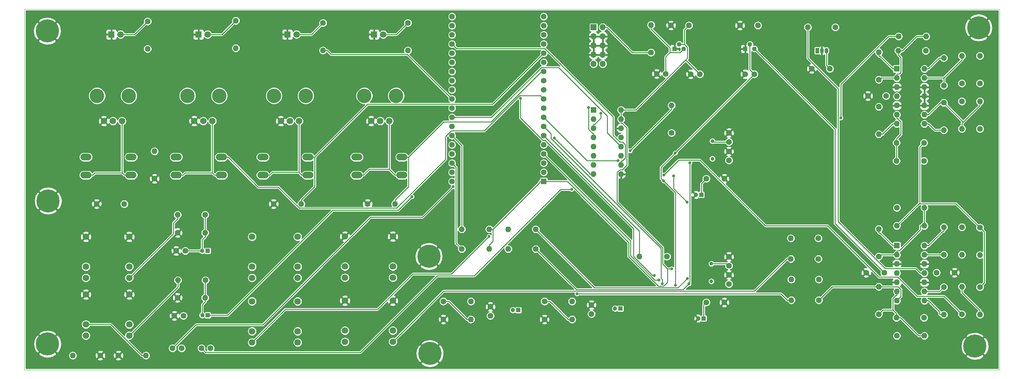
<source format=gbr>
G04 #@! TF.GenerationSoftware,KiCad,Pcbnew,(5.1.5)-3*
G04 #@! TF.CreationDate,2020-05-21T22:52:29+02:00*
G04 #@! TF.ProjectId,eurogen,6575726f-6765-46e2-9e6b-696361645f70,rev?*
G04 #@! TF.SameCoordinates,Original*
G04 #@! TF.FileFunction,Copper,L2,Bot*
G04 #@! TF.FilePolarity,Positive*
%FSLAX46Y46*%
G04 Gerber Fmt 4.6, Leading zero omitted, Abs format (unit mm)*
G04 Created by KiCad (PCBNEW (5.1.5)-3) date 2020-05-21 22:52:29*
%MOMM*%
%LPD*%
G04 APERTURE LIST*
%ADD10C,0.050000*%
%ADD11C,6.400000*%
%ADD12O,1.600000X1.600000*%
%ADD13C,1.600000*%
%ADD14R,1.600000X1.600000*%
%ADD15C,1.030000*%
%ADD16R,1.300000X1.300000*%
%ADD17C,1.300000*%
%ADD18O,1.050000X1.500000*%
%ADD19R,1.050000X1.500000*%
%ADD20C,1.560000*%
%ADD21R,1.560000X1.560000*%
%ADD22O,3.048000X1.850000*%
%ADD23C,1.800000*%
%ADD24C,4.000000*%
%ADD25R,1.700000X1.700000*%
%ADD26O,1.700000X1.700000*%
%ADD27R,1.800000X1.800000*%
%ADD28C,1.200000*%
%ADD29R,1.200000X1.200000*%
%ADD30C,0.800000*%
%ADD31C,0.250000*%
%ADD32C,0.254000*%
G04 APERTURE END LIST*
D10*
X0Y-100000000D02*
X-9000000Y-100000000D01*
X0Y0D02*
X-9000000Y0D01*
X260985000Y0D02*
X260985000Y-100000000D01*
X100000000Y-100000000D02*
X260985000Y-100000000D01*
X100000000Y0D02*
X260985000Y0D01*
X-9000000Y-100000000D02*
X-9000000Y0D01*
X100000000Y-100000000D02*
X0Y-100000000D01*
X0Y0D02*
X100000000Y0D01*
D11*
X103251000Y-95453200D03*
X-2463800Y-53136800D03*
X255219200Y-5130800D03*
X-2692400Y-6045200D03*
X254177800Y-93421200D03*
X-2616200Y-92811600D03*
X102971600Y-68529200D03*
D12*
X250555000Y-33160000D03*
D13*
X250555000Y-25540000D03*
D12*
X250555000Y-12920000D03*
D13*
X250555000Y-20540000D03*
D12*
X240175000Y-16540000D03*
X232555000Y-31780000D03*
X240175000Y-19080000D03*
X232555000Y-29240000D03*
X240175000Y-21620000D03*
X232555000Y-26700000D03*
X240175000Y-24160000D03*
X232555000Y-24160000D03*
X240175000Y-26700000D03*
X232555000Y-21620000D03*
X240175000Y-29240000D03*
X232555000Y-19080000D03*
X240175000Y-31780000D03*
D14*
X232555000Y-16540000D03*
D12*
X240175000Y-65540000D03*
X232555000Y-80780000D03*
X240175000Y-68080000D03*
X232555000Y-78240000D03*
X240175000Y-70620000D03*
X232555000Y-75700000D03*
X240175000Y-73160000D03*
X232555000Y-73160000D03*
X240175000Y-75700000D03*
X232555000Y-70620000D03*
X240175000Y-78240000D03*
X232555000Y-68080000D03*
X240175000Y-80780000D03*
D14*
X232555000Y-65540000D03*
D12*
X156210000Y-27940000D03*
X148590000Y-45720000D03*
X156210000Y-30480000D03*
X148590000Y-43180000D03*
X156210000Y-33020000D03*
X148590000Y-40640000D03*
X156210000Y-35560000D03*
X148590000Y-38100000D03*
X156210000Y-38100000D03*
X148590000Y-35560000D03*
X156210000Y-40640000D03*
X148590000Y-33020000D03*
X156210000Y-43180000D03*
X148590000Y-30480000D03*
X156210000Y-45720000D03*
D14*
X148590000Y-27940000D03*
D12*
X240175000Y-60040000D03*
D13*
X232555000Y-60040000D03*
D12*
X227555000Y-60920000D03*
D13*
X227555000Y-68540000D03*
D12*
X240175000Y-55040000D03*
D13*
X232555000Y-55040000D03*
D12*
X227555000Y-34660000D03*
D13*
X227555000Y-27040000D03*
D12*
X232435000Y-42040000D03*
D13*
X240055000Y-42040000D03*
D12*
X232435000Y-37040000D03*
D13*
X240055000Y-37040000D03*
D12*
X227555000Y-11920000D03*
D13*
X227555000Y-19540000D03*
D12*
X240675000Y-7540000D03*
D13*
X233055000Y-7540000D03*
D12*
X232935000Y-11540000D03*
D13*
X240555000Y-11540000D03*
D12*
X245555000Y-33540000D03*
D13*
X245555000Y-25920000D03*
D12*
X255555000Y-25540000D03*
D13*
X255555000Y-33160000D03*
D12*
X245555000Y-13540000D03*
D13*
X245555000Y-21160000D03*
D12*
X255555000Y-12920000D03*
D13*
X255555000Y-20540000D03*
D15*
X181190000Y-75440000D03*
X181190000Y-70560000D03*
X181460000Y-41440000D03*
X181460000Y-36560000D03*
D16*
X190595000Y-11000000D03*
D17*
X193135000Y-11000000D03*
X191865000Y-9730000D03*
D16*
X171000000Y-11000000D03*
D17*
X173540000Y-11000000D03*
X172270000Y-9730000D03*
D18*
X211770000Y-11500000D03*
X213040000Y-11500000D03*
D19*
X210500000Y-11500000D03*
D20*
X109380000Y-2040000D03*
X109380000Y-4580000D03*
X109380000Y-7120000D03*
X109380000Y-9660000D03*
X109380000Y-12200000D03*
X109380000Y-14740000D03*
X109380000Y-17280000D03*
X109380000Y-19820000D03*
X109380000Y-22360000D03*
X109380000Y-24900000D03*
X109380000Y-27440000D03*
X109380000Y-29980000D03*
X109380000Y-32520000D03*
X109380000Y-35060000D03*
X109380000Y-37600000D03*
X109380000Y-40140000D03*
X109380000Y-42680000D03*
X109380000Y-45220000D03*
X109380000Y-47760000D03*
X134780000Y-4580000D03*
X134780000Y-7120000D03*
X134780000Y-9660000D03*
X134780000Y-12200000D03*
X134780000Y-14740000D03*
X134780000Y-17280000D03*
X134780000Y-19820000D03*
X134780000Y-22360000D03*
X134780000Y-24900000D03*
X134780000Y-27440000D03*
X134780000Y-29980000D03*
X134780000Y-32520000D03*
X134780000Y-35060000D03*
X134780000Y-37600000D03*
X134780000Y-40140000D03*
X134780000Y-42680000D03*
X134780000Y-2040000D03*
X134780000Y-45220000D03*
D21*
X134780000Y-47760000D03*
D22*
X83000000Y-46000000D03*
X83000000Y-41000000D03*
X95500000Y-46000000D03*
X95500000Y-41000000D03*
X57000000Y-46000000D03*
X57000000Y-41000000D03*
X69500000Y-46000000D03*
X69500000Y-41000000D03*
X33000000Y-46000000D03*
X33000000Y-41000000D03*
X45500000Y-46000000D03*
X45500000Y-41000000D03*
X8000000Y-46000000D03*
X8000000Y-41000000D03*
X20500000Y-46000000D03*
X20500000Y-41000000D03*
D23*
X87000000Y-31000000D03*
X89500000Y-31000000D03*
X92000000Y-31000000D03*
D24*
X85100000Y-24000000D03*
X93900000Y-24000000D03*
D23*
X62000000Y-31000000D03*
X64500000Y-31000000D03*
X67000000Y-31000000D03*
D24*
X60100000Y-24000000D03*
X68900000Y-24000000D03*
D23*
X38000000Y-31000000D03*
X40500000Y-31000000D03*
X43000000Y-31000000D03*
D24*
X36100000Y-24000000D03*
X44900000Y-24000000D03*
D23*
X13000000Y-31000000D03*
X15500000Y-31000000D03*
X18000000Y-31000000D03*
D24*
X11100000Y-24000000D03*
X19900000Y-24000000D03*
D12*
X93620000Y-54000000D03*
D13*
X86000000Y-54000000D03*
D12*
X18620000Y-54000000D03*
D13*
X11000000Y-54000000D03*
D12*
X97155000Y-11430000D03*
D13*
X97155000Y-3810000D03*
D12*
X73660000Y-11430000D03*
D13*
X73660000Y-3810000D03*
D12*
X49530000Y-10795000D03*
D13*
X49530000Y-3175000D03*
D12*
X25080000Y-11000000D03*
D13*
X25080000Y-3380000D03*
D12*
X142620000Y-86000000D03*
D13*
X135000000Y-86000000D03*
D12*
X114620000Y-86000000D03*
D13*
X107000000Y-86000000D03*
D12*
X142620000Y-81000000D03*
D13*
X135000000Y-81000000D03*
D12*
X114620000Y-81000000D03*
D13*
X107000000Y-81000000D03*
D12*
X67620000Y-54000000D03*
D13*
X60000000Y-54000000D03*
D12*
X27000000Y-39380000D03*
D13*
X27000000Y-47000000D03*
D12*
X164500000Y-4380000D03*
D13*
X164500000Y-12000000D03*
D12*
X203205000Y-69215000D03*
D13*
X210825000Y-69215000D03*
D12*
X203325000Y-80645000D03*
D13*
X210945000Y-80645000D03*
D12*
X245555000Y-60420000D03*
D13*
X245555000Y-68040000D03*
D12*
X227555000Y-76920000D03*
D13*
X227555000Y-84540000D03*
D12*
X250555000Y-68040000D03*
D13*
X250555000Y-60420000D03*
D12*
X240175000Y-90540000D03*
D13*
X232555000Y-90540000D03*
D12*
X255555000Y-68160000D03*
D13*
X255555000Y-60540000D03*
D12*
X232435000Y-85540000D03*
D13*
X240055000Y-85540000D03*
D12*
X203325000Y-74930000D03*
D13*
X210945000Y-74930000D03*
D12*
X24620000Y-96000000D03*
D13*
X17000000Y-96000000D03*
D12*
X4380000Y-96000000D03*
D13*
X12000000Y-96000000D03*
D12*
X245555000Y-84660000D03*
D13*
X245555000Y-77040000D03*
D12*
X250555000Y-76920000D03*
D13*
X250555000Y-84540000D03*
D12*
X255555000Y-84660000D03*
D13*
X255555000Y-77040000D03*
D12*
X207880000Y-5000000D03*
D13*
X215500000Y-5000000D03*
D12*
X203200000Y-63500000D03*
D13*
X210820000Y-63500000D03*
D12*
X161290000Y-68580000D03*
D13*
X168910000Y-68580000D03*
D12*
X170180000Y-26670000D03*
D13*
X170180000Y-34290000D03*
D12*
X124960000Y-66500000D03*
D13*
X132580000Y-66500000D03*
D12*
X124960000Y-61000000D03*
D13*
X132580000Y-61000000D03*
D12*
X119700000Y-66500000D03*
D13*
X112080000Y-66500000D03*
D12*
X119700000Y-61000000D03*
D13*
X112080000Y-61000000D03*
D12*
X41000000Y-80000000D03*
D13*
X33380000Y-80000000D03*
D12*
X33477200Y-75133200D03*
D13*
X41097200Y-75133200D03*
D12*
X41000000Y-62000000D03*
D13*
X33380000Y-62000000D03*
D12*
X33380000Y-57000000D03*
D13*
X41000000Y-57000000D03*
D23*
X8000000Y-79080000D03*
X8000000Y-90480000D03*
X8000000Y-87380000D03*
X66635000Y-63080000D03*
X66635000Y-74480000D03*
X66635000Y-71380000D03*
X66635000Y-80985000D03*
X66635000Y-92385000D03*
X66635000Y-89285000D03*
X54000000Y-80985000D03*
X54000000Y-92385000D03*
X54000000Y-89285000D03*
X54000000Y-63080000D03*
X54000000Y-74480000D03*
X54000000Y-71380000D03*
X93000000Y-80805000D03*
X93000000Y-92205000D03*
X93000000Y-89105000D03*
X93000000Y-63025000D03*
X93000000Y-74425000D03*
X93000000Y-71325000D03*
X79730000Y-80805000D03*
X79730000Y-92205000D03*
X79730000Y-89105000D03*
X79730000Y-63025000D03*
X79730000Y-74425000D03*
X79730000Y-71325000D03*
X8000000Y-63080000D03*
X8000000Y-74480000D03*
X8000000Y-71380000D03*
X20000000Y-63080000D03*
X20000000Y-74480000D03*
X20000000Y-71380000D03*
D25*
X148580000Y-5000000D03*
D26*
X151120000Y-5000000D03*
X148580000Y-7540000D03*
X151120000Y-7540000D03*
X148580000Y-10080000D03*
X151120000Y-10080000D03*
X148580000Y-12620000D03*
X151120000Y-12620000D03*
X148580000Y-15160000D03*
X151120000Y-15160000D03*
D23*
X20000000Y-79080000D03*
X20000000Y-90480000D03*
X20000000Y-87380000D03*
X90350000Y-7000000D03*
D27*
X87810000Y-7000000D03*
D23*
X66350000Y-7000000D03*
D27*
X63810000Y-7000000D03*
D23*
X41715000Y-7000000D03*
D27*
X39175000Y-7000000D03*
D23*
X17620000Y-7000000D03*
D27*
X15080000Y-7000000D03*
D28*
X154507000Y-82981800D03*
D29*
X156007000Y-82981800D03*
D28*
X126237000Y-83413600D03*
D29*
X127737000Y-83413600D03*
D13*
X148000000Y-82000000D03*
X148000000Y-84500000D03*
X120000000Y-82500000D03*
X120000000Y-85000000D03*
X194095000Y-4500000D03*
X189095000Y-4500000D03*
X190595000Y-18000000D03*
X193095000Y-18000000D03*
X175000000Y-4500000D03*
X170000000Y-4500000D03*
X175500000Y-18000000D03*
X178000000Y-18000000D03*
X166080000Y-17932400D03*
X168580000Y-17932400D03*
X42500000Y-94000000D03*
X40000000Y-94000000D03*
X34500000Y-94000000D03*
X32000000Y-94000000D03*
X229555000Y-24040000D03*
X224555000Y-24040000D03*
X248555000Y-73040000D03*
X243555000Y-73040000D03*
X209000000Y-16500000D03*
X214000000Y-16500000D03*
X229055000Y-73040000D03*
X224055000Y-73040000D03*
X186055000Y-76160000D03*
X186055000Y-73660000D03*
X186055000Y-71120000D03*
X186055000Y-68620000D03*
D28*
X177570000Y-85725000D03*
D29*
X179070000Y-85725000D03*
D13*
X184785000Y-81280000D03*
X179785000Y-81280000D03*
X186055000Y-41910000D03*
X186055000Y-39410000D03*
X186055000Y-36790000D03*
X186055000Y-34290000D03*
D28*
X176935000Y-51435000D03*
D29*
X178435000Y-51435000D03*
D13*
X184785000Y-46990000D03*
X179785000Y-46990000D03*
D28*
X40232200Y-84836000D03*
D29*
X41732200Y-84836000D03*
D13*
X32500000Y-85000000D03*
X35000000Y-85000000D03*
D28*
X40206800Y-66979800D03*
D29*
X41706800Y-66979800D03*
D13*
X33000000Y-67000000D03*
X35500000Y-67000000D03*
D30*
X221208600Y-35204400D03*
X200228200Y-34899600D03*
X178511200Y-45008800D03*
X166471600Y-53162200D03*
X173736000Y-40436800D03*
X172059600Y-80137000D03*
X193294000Y-13360400D03*
X205232000Y-90805000D03*
X143306800Y-95427800D03*
X36728400Y-50901600D03*
X-2463800Y-71602600D03*
X-2362200Y-27152600D03*
X51663600Y-18745200D03*
X126060200Y-15519400D03*
X122275600Y-5029200D03*
X143256000Y-8280400D03*
X173329600Y-22428200D03*
X141859000Y-56489600D03*
X117373400Y-55778400D03*
X77190600Y-50393600D03*
X252730000Y-46685200D03*
X74218800Y-62788800D03*
X147828000Y-68097400D03*
X216204800Y-71323200D03*
X98266000Y-51976900D03*
X170215100Y-71946100D03*
X109709500Y-49190900D03*
X142509300Y-49963600D03*
X171210000Y-76504000D03*
X167950300Y-47600800D03*
X171196000Y-39878000D03*
X144004200Y-78901100D03*
X217019100Y-30104700D03*
X119616000Y-63011200D03*
X174516900Y-74647000D03*
X174956300Y-76144000D03*
X175250000Y-42599800D03*
X158698900Y-39225400D03*
X174506300Y-53489400D03*
X170753500Y-46181800D03*
X168021000Y-45981100D03*
X147174400Y-27294500D03*
X150607300Y-28905700D03*
X137723000Y-35685600D03*
X165439100Y-73794400D03*
X128330500Y-24755600D03*
X155365200Y-42025000D03*
X167610900Y-76075100D03*
X166710000Y-75064500D03*
D31*
X35500000Y-67000000D02*
X40186600Y-67000000D01*
X40186600Y-67000000D02*
X40206800Y-66979800D01*
X41000000Y-57000000D02*
X41000000Y-62000000D01*
X41000000Y-62000000D02*
X41000000Y-63125300D01*
X40206800Y-66979800D02*
X40206800Y-63918500D01*
X40206800Y-63918500D02*
X41000000Y-63125300D01*
X41097200Y-75133200D02*
X41000000Y-75230400D01*
X41000000Y-75230400D02*
X41000000Y-80000000D01*
X41000000Y-80000000D02*
X41000000Y-81125300D01*
X40232200Y-84836000D02*
X40232200Y-81893100D01*
X40232200Y-81893100D02*
X41000000Y-81125300D01*
X41732200Y-84836000D02*
X47250900Y-84836000D01*
X47250900Y-84836000D02*
X76369300Y-55717600D01*
X76369300Y-55717600D02*
X94525300Y-55717600D01*
X94525300Y-55717600D02*
X98266000Y-51976900D01*
X178435000Y-51435000D02*
X178435000Y-48340000D01*
X178435000Y-48340000D02*
X179785000Y-46990000D01*
X186055000Y-36790000D02*
X181690000Y-36790000D01*
X181690000Y-36790000D02*
X181460000Y-36560000D01*
X179785000Y-81280000D02*
X179070000Y-81995000D01*
X179070000Y-81995000D02*
X179070000Y-85725000D01*
X186055000Y-71120000D02*
X185495000Y-70560000D01*
X185495000Y-70560000D02*
X181190000Y-70560000D01*
X229055000Y-73040000D02*
X215430900Y-59415900D01*
X215430900Y-59415900D02*
X215430900Y-33295900D01*
X215430900Y-33295900D02*
X193135000Y-11000000D01*
X151120000Y-5000000D02*
X152295300Y-5000000D01*
X152295300Y-5000000D02*
X159295300Y-12000000D01*
X159295300Y-12000000D02*
X164500000Y-12000000D01*
X214000000Y-16500000D02*
X213040000Y-15540000D01*
X213040000Y-15540000D02*
X213040000Y-11500000D01*
X238923900Y-53890600D02*
X248905600Y-53890600D01*
X248905600Y-53890600D02*
X255555000Y-60540000D01*
X232555000Y-60040000D02*
X238704400Y-53890600D01*
X238704400Y-53890600D02*
X238923900Y-53890600D01*
X238923900Y-53890600D02*
X238923900Y-38171100D01*
X238923900Y-38171100D02*
X240055000Y-37040000D01*
X255555000Y-77040000D02*
X256734600Y-75860400D01*
X256734600Y-75860400D02*
X256734600Y-61719600D01*
X256734600Y-61719600D02*
X255555000Y-60540000D01*
X207880000Y-5000000D02*
X207880000Y-13605000D01*
X207880000Y-13605000D02*
X216293800Y-22018800D01*
X216293800Y-22018800D02*
X216293800Y-58874800D01*
X216293800Y-58874800D02*
X229309000Y-71890000D01*
X229309000Y-71890000D02*
X237779700Y-71890000D01*
X237779700Y-71890000D02*
X239049700Y-73160000D01*
X240175000Y-73160000D02*
X239049700Y-73160000D01*
X57000000Y-46000000D02*
X58849300Y-46000000D01*
X67000000Y-45201200D02*
X67650700Y-45851900D01*
X67650700Y-45851900D02*
X67650700Y-46000000D01*
X58849300Y-46000000D02*
X59648100Y-45201200D01*
X59648100Y-45201200D02*
X67000000Y-45201200D01*
X67000000Y-45201200D02*
X67000000Y-31000000D01*
X69500000Y-46000000D02*
X67650700Y-46000000D01*
X135885300Y-47760000D02*
X141355500Y-47760000D01*
X141355500Y-47760000D02*
X158298000Y-64702500D01*
X158298000Y-64702500D02*
X158298000Y-68549800D01*
X158298000Y-68549800D02*
X166548600Y-76800400D01*
X166548600Y-76800400D02*
X167917700Y-76800400D01*
X167917700Y-76800400D02*
X169043800Y-75674300D01*
X169043800Y-75674300D02*
X169043800Y-71946100D01*
X174084800Y-14084800D02*
X160229600Y-27940000D01*
X160229600Y-27940000D02*
X156210000Y-27940000D01*
X173676000Y-9730000D02*
X174516500Y-10570500D01*
X174516500Y-10570500D02*
X174516500Y-13653100D01*
X174516500Y-13653100D02*
X174084800Y-14084800D01*
X178000000Y-18000000D02*
X174084800Y-14084800D01*
X173676000Y-9730000D02*
X172270000Y-9730000D01*
X175000000Y-4500000D02*
X173676000Y-5824000D01*
X173676000Y-5824000D02*
X173676000Y-9730000D01*
X156210000Y-31605300D02*
X156491300Y-31605300D01*
X156491300Y-31605300D02*
X157785700Y-32899700D01*
X157785700Y-32899700D02*
X157785700Y-43221900D01*
X157785700Y-43221900D02*
X156509000Y-44498600D01*
X156509000Y-44498600D02*
X155801900Y-44498600D01*
X155801900Y-44498600D02*
X155063300Y-45237200D01*
X155063300Y-45237200D02*
X155063300Y-53460300D01*
X155063300Y-53460300D02*
X167710600Y-66107600D01*
X167710600Y-66107600D02*
X167710600Y-70612900D01*
X167710600Y-70612900D02*
X169043800Y-71946100D01*
X169043800Y-71946100D02*
X170215100Y-71946100D01*
X134780000Y-47760000D02*
X135885300Y-47760000D01*
X156210000Y-27940000D02*
X156210000Y-29354700D01*
X156210000Y-30480000D02*
X156210000Y-29354700D01*
X156210000Y-30480000D02*
X156210000Y-31605300D01*
X134780000Y-47760000D02*
X133674700Y-47760000D01*
X133674700Y-47760000D02*
X133674700Y-48060200D01*
X133674700Y-48060200D02*
X120734900Y-61000000D01*
X119700000Y-66500000D02*
X119700000Y-65374700D01*
X120734900Y-61000000D02*
X120734900Y-64339800D01*
X120734900Y-64339800D02*
X119700000Y-65374700D01*
X119700000Y-61000000D02*
X120734900Y-61000000D01*
X92000000Y-44349300D02*
X93650700Y-46000000D01*
X92000000Y-31000000D02*
X92000000Y-44349300D01*
X92000000Y-44349300D02*
X86500000Y-44349300D01*
X86500000Y-44349300D02*
X84849300Y-46000000D01*
X83000000Y-46000000D02*
X84849300Y-46000000D01*
X43000000Y-45349300D02*
X43650700Y-46000000D01*
X43000000Y-31000000D02*
X43000000Y-45349300D01*
X43000000Y-45349300D02*
X35500000Y-45349300D01*
X35500000Y-45349300D02*
X34849300Y-46000000D01*
X33000000Y-46000000D02*
X34849300Y-46000000D01*
X18000000Y-45349300D02*
X18650700Y-46000000D01*
X18000000Y-31000000D02*
X18000000Y-45349300D01*
X18000000Y-45349300D02*
X10500000Y-45349300D01*
X10500000Y-45349300D02*
X9849300Y-46000000D01*
X8000000Y-46000000D02*
X9849300Y-46000000D01*
X95500000Y-46000000D02*
X93650700Y-46000000D01*
X45500000Y-46000000D02*
X43650700Y-46000000D01*
X20500000Y-46000000D02*
X18650700Y-46000000D01*
X32000000Y-94000000D02*
X38535600Y-87464400D01*
X38535600Y-87464400D02*
X57023600Y-87464400D01*
X57023600Y-87464400D02*
X86822500Y-57665500D01*
X86822500Y-57665500D02*
X101234900Y-57665500D01*
X101234900Y-57665500D02*
X109709500Y-49190900D01*
X24620000Y-96000000D02*
X23494700Y-96000000D01*
X8000000Y-87380000D02*
X14874700Y-87380000D01*
X14874700Y-87380000D02*
X23494700Y-96000000D01*
X40000000Y-94000000D02*
X41127900Y-95127900D01*
X41127900Y-95127900D02*
X84031900Y-95127900D01*
X84031900Y-95127900D02*
X105278700Y-73881100D01*
X105278700Y-73881100D02*
X115549100Y-73881100D01*
X115549100Y-73881100D02*
X139466600Y-49963600D01*
X139466600Y-49963600D02*
X142509300Y-49963600D01*
X169703200Y-12005400D02*
X169703200Y-10708500D01*
X169703200Y-10708500D02*
X164500000Y-5505300D01*
X168580000Y-17932400D02*
X168580000Y-13128600D01*
X168580000Y-13128600D02*
X169703200Y-12005400D01*
X169703200Y-12005400D02*
X172534600Y-12005400D01*
X172534600Y-12005400D02*
X173540000Y-11000000D01*
X164500000Y-4380000D02*
X164500000Y-5505300D01*
X167950300Y-47600800D02*
X171210000Y-50860500D01*
X171210000Y-50860500D02*
X171210000Y-76504000D01*
X167950300Y-47600800D02*
X167276800Y-46927300D01*
X167276800Y-46927300D02*
X167276800Y-43818200D01*
X193095000Y-18000000D02*
X191865000Y-16770000D01*
X191865000Y-16770000D02*
X191865000Y-9730000D01*
X171196000Y-39878000D02*
X193095000Y-18000000D01*
X167276800Y-43818200D02*
X171196000Y-39878000D01*
X114620000Y-86000000D02*
X113494700Y-86000000D01*
X113494700Y-86000000D02*
X108494700Y-81000000D01*
X108494700Y-81000000D02*
X107000000Y-81000000D01*
X142620000Y-86000000D02*
X141494700Y-86000000D01*
X141494700Y-86000000D02*
X136494700Y-81000000D01*
X136494700Y-81000000D02*
X135000000Y-81000000D01*
X17620000Y-7000000D02*
X21460000Y-7000000D01*
X21460000Y-7000000D02*
X25080000Y-3380000D01*
X41715000Y-7000000D02*
X45705000Y-7000000D01*
X45705000Y-7000000D02*
X49530000Y-3175000D01*
X66350000Y-7000000D02*
X70470000Y-7000000D01*
X70470000Y-7000000D02*
X73660000Y-3810000D01*
X90350000Y-7000000D02*
X93965000Y-7000000D01*
X93965000Y-7000000D02*
X97155000Y-3810000D01*
X20000000Y-90480000D02*
X33477200Y-77002800D01*
X33477200Y-77002800D02*
X33477200Y-75133200D01*
X33380000Y-57000000D02*
X33380000Y-58125300D01*
X20000000Y-74480000D02*
X32254700Y-62225300D01*
X32254700Y-62225300D02*
X32254700Y-59250600D01*
X32254700Y-59250600D02*
X33380000Y-58125300D01*
X203325000Y-80645000D02*
X202199700Y-80645000D01*
X202199700Y-80645000D02*
X200455800Y-78901100D01*
X200455800Y-78901100D02*
X144004200Y-78901100D01*
X203205000Y-69215000D02*
X202079700Y-69215000D01*
X93000000Y-92205000D02*
X107046000Y-78159000D01*
X107046000Y-78159000D02*
X193135700Y-78159000D01*
X193135700Y-78159000D02*
X202079700Y-69215000D01*
X217019100Y-30104700D02*
X217019100Y-20790900D01*
X217019100Y-20790900D02*
X230270000Y-7540000D01*
X230270000Y-7540000D02*
X233055000Y-7540000D01*
X54000000Y-92385000D02*
X63185200Y-83199800D01*
X63185200Y-83199800D02*
X88750200Y-83199800D01*
X88750200Y-83199800D02*
X98519300Y-73430700D01*
X98519300Y-73430700D02*
X109196500Y-73430700D01*
X109196500Y-73430700D02*
X119616000Y-63011200D01*
X109380000Y-35060000D02*
X112080000Y-37760000D01*
X112080000Y-37760000D02*
X112080000Y-61000000D01*
X109380000Y-42680000D02*
X110487000Y-43787000D01*
X110487000Y-43787000D02*
X110487000Y-64907000D01*
X110487000Y-64907000D02*
X112080000Y-66500000D01*
X174516900Y-74647000D02*
X171913200Y-77250700D01*
X171913200Y-77250700D02*
X148830700Y-77250700D01*
X148830700Y-77250700D02*
X132580000Y-61000000D01*
X174956300Y-76144000D02*
X173399300Y-77701000D01*
X173399300Y-77701000D02*
X143781000Y-77701000D01*
X143781000Y-77701000D02*
X132580000Y-66500000D01*
X174956300Y-76144000D02*
X175250000Y-75850300D01*
X175250000Y-75850300D02*
X175250000Y-42599800D01*
X170180000Y-26670000D02*
X170180000Y-27795300D01*
X170180000Y-27795300D02*
X170129000Y-27795300D01*
X170129000Y-27795300D02*
X158698900Y-39225400D01*
X161290000Y-68580000D02*
X161290000Y-61570000D01*
X161290000Y-61570000D02*
X134780000Y-35060000D01*
X240175000Y-60040000D02*
X239049700Y-60040000D01*
X232555000Y-68080000D02*
X232555000Y-66954700D01*
X232555000Y-66954700D02*
X233260300Y-66954700D01*
X233260300Y-66954700D02*
X239049700Y-61165300D01*
X239049700Y-61165300D02*
X239049700Y-60040000D01*
X227555000Y-68540000D02*
X228015000Y-68080000D01*
X228015000Y-68080000D02*
X232555000Y-68080000D01*
X240175000Y-55040000D02*
X240175000Y-60040000D01*
X170753500Y-46181800D02*
X170753500Y-49736600D01*
X170753500Y-49736600D02*
X174506300Y-53489400D01*
X227555000Y-60920000D02*
X227555000Y-62045300D01*
X232555000Y-65540000D02*
X231429700Y-65540000D01*
X231429700Y-65540000D02*
X227935000Y-62045300D01*
X227935000Y-62045300D02*
X227555000Y-62045300D01*
X255555000Y-84660000D02*
X255555000Y-83534700D01*
X255555000Y-83534700D02*
X250555000Y-78534700D01*
X250555000Y-78534700D02*
X250555000Y-76920000D01*
X240175000Y-78240000D02*
X244355000Y-78240000D01*
X244355000Y-78240000D02*
X245555000Y-77040000D01*
X250555000Y-84540000D02*
X245598900Y-79583900D01*
X245598900Y-79583900D02*
X238107600Y-79583900D01*
X238107600Y-79583900D02*
X232809100Y-74285400D01*
X232809100Y-74285400D02*
X227582200Y-74285400D01*
X227582200Y-74285400D02*
X213322000Y-60025200D01*
X213322000Y-60025200D02*
X196180200Y-60025200D01*
X196180200Y-60025200D02*
X178003400Y-41848400D01*
X178003400Y-41848400D02*
X172153700Y-41848400D01*
X172153700Y-41848400D02*
X168021000Y-45981100D01*
X245555000Y-84660000D02*
X244429700Y-84660000D01*
X240175000Y-80780000D02*
X241300300Y-80780000D01*
X241300300Y-80780000D02*
X244429700Y-83909400D01*
X244429700Y-83909400D02*
X244429700Y-84660000D01*
X231429100Y-83408800D02*
X232435000Y-84414700D01*
X232555000Y-79365300D02*
X232273700Y-79365300D01*
X232273700Y-79365300D02*
X231429100Y-80209900D01*
X231429100Y-80209900D02*
X231429100Y-83408800D01*
X231429100Y-83408800D02*
X228686200Y-83408800D01*
X228686200Y-83408800D02*
X227555000Y-84540000D01*
X232435000Y-85540000D02*
X232435000Y-84414700D01*
X232555000Y-78240000D02*
X232555000Y-79365300D01*
X232435000Y-85540000D02*
X233560300Y-85540000D01*
X240175000Y-90540000D02*
X238560300Y-90540000D01*
X238560300Y-90540000D02*
X233560300Y-85540000D01*
X240175000Y-68080000D02*
X241300300Y-68080000D01*
X241300300Y-68080000D02*
X241340300Y-68040000D01*
X241340300Y-68040000D02*
X245555000Y-68040000D01*
X227555000Y-76920000D02*
X214670000Y-76920000D01*
X214670000Y-76920000D02*
X210945000Y-80645000D01*
X232555000Y-80780000D02*
X233685200Y-79649800D01*
X233685200Y-79649800D02*
X233685200Y-77699000D01*
X233685200Y-77699000D02*
X232906200Y-76920000D01*
X232906200Y-76920000D02*
X227555000Y-76920000D01*
X245555000Y-60420000D02*
X245555000Y-61545300D01*
X240175000Y-65540000D02*
X241300300Y-65540000D01*
X241300300Y-65540000D02*
X245295000Y-61545300D01*
X245295000Y-61545300D02*
X245555000Y-61545300D01*
X232935000Y-11540000D02*
X234060300Y-11540000D01*
X240675000Y-7540000D02*
X238060300Y-7540000D01*
X238060300Y-7540000D02*
X234060300Y-11540000D01*
X232555000Y-19080000D02*
X232555000Y-17954700D01*
X232935000Y-11540000D02*
X232935000Y-12665300D01*
X232935000Y-12665300D02*
X233680300Y-13410600D01*
X233680300Y-13410600D02*
X233680300Y-17532800D01*
X233680300Y-17532800D02*
X233258400Y-17954700D01*
X233258400Y-17954700D02*
X232555000Y-17954700D01*
X232555000Y-19080000D02*
X228015000Y-19080000D01*
X228015000Y-19080000D02*
X227555000Y-19540000D01*
X227555000Y-11920000D02*
X227555000Y-13045300D01*
X232555000Y-16540000D02*
X231429700Y-16540000D01*
X231429700Y-16540000D02*
X227935000Y-13045300D01*
X227935000Y-13045300D02*
X227555000Y-13045300D01*
X232435000Y-37040000D02*
X232435000Y-35914700D01*
X232435000Y-35914700D02*
X233680300Y-34669400D01*
X233680300Y-34669400D02*
X233680300Y-31209200D01*
X233680300Y-31209200D02*
X232836400Y-30365300D01*
X232836400Y-30365300D02*
X232555000Y-30365300D01*
X232435000Y-37040000D02*
X232435000Y-42040000D01*
X232555000Y-29240000D02*
X232555000Y-30365300D01*
X227555000Y-34660000D02*
X228680300Y-34660000D01*
X232555000Y-31780000D02*
X231429700Y-31780000D01*
X231429700Y-31780000D02*
X228680300Y-34529400D01*
X228680300Y-34529400D02*
X228680300Y-34660000D01*
X245555000Y-19080000D02*
X245555000Y-19045300D01*
X245555000Y-19045300D02*
X250555000Y-14045300D01*
X245555000Y-21160000D02*
X245555000Y-19080000D01*
X241300300Y-19080000D02*
X245555000Y-19080000D01*
X240175000Y-19080000D02*
X241300300Y-19080000D01*
X250555000Y-12920000D02*
X250555000Y-14045300D01*
X240175000Y-29240000D02*
X241300300Y-29240000D01*
X241300300Y-29240000D02*
X244620300Y-25920000D01*
X244620300Y-25920000D02*
X245555000Y-25920000D01*
X250927700Y-31292600D02*
X250555000Y-31665300D01*
X250555000Y-31665300D02*
X250555000Y-32034700D01*
X255555000Y-26665300D02*
X250927700Y-31292600D01*
X250927700Y-31292600D02*
X245555000Y-25920000D01*
X255555000Y-25540000D02*
X255555000Y-26665300D01*
X250555000Y-33160000D02*
X250555000Y-32034700D01*
X148590000Y-34434700D02*
X148308700Y-34434700D01*
X148308700Y-34434700D02*
X147174400Y-33300400D01*
X147174400Y-33300400D02*
X147174400Y-27294500D01*
X148590000Y-35560000D02*
X148590000Y-34434700D01*
X240175000Y-16540000D02*
X241300300Y-16540000D01*
X241300300Y-16540000D02*
X244300300Y-13540000D01*
X244300300Y-13540000D02*
X245555000Y-13540000D01*
X150607300Y-28905700D02*
X150607300Y-30158700D01*
X150607300Y-30158700D02*
X148871300Y-31894700D01*
X148871300Y-31894700D02*
X148590000Y-31894700D01*
X148590000Y-33020000D02*
X148590000Y-31894700D01*
X240175000Y-31780000D02*
X241300300Y-31780000D01*
X241300300Y-31780000D02*
X243060300Y-33540000D01*
X243060300Y-33540000D02*
X245555000Y-33540000D01*
X134780000Y-24900000D02*
X133876600Y-23996600D01*
X133876600Y-23996600D02*
X128063400Y-23996600D01*
X128063400Y-23996600D02*
X118336000Y-33724000D01*
X118336000Y-33724000D02*
X109152000Y-33724000D01*
X109152000Y-33724000D02*
X107595700Y-35280300D01*
X107595700Y-35280300D02*
X107595700Y-41621500D01*
X107595700Y-41621500D02*
X94062600Y-55154600D01*
X94062600Y-55154600D02*
X67115300Y-55154600D01*
X67115300Y-55154600D02*
X61294200Y-49333500D01*
X61294200Y-49333500D02*
X55682800Y-49333500D01*
X55682800Y-49333500D02*
X47349300Y-41000000D01*
X45500000Y-41000000D02*
X47349300Y-41000000D01*
X71349300Y-41000000D02*
X86023900Y-26325400D01*
X86023900Y-26325400D02*
X120654600Y-26325400D01*
X120654600Y-26325400D02*
X134780000Y-12200000D01*
X67620000Y-54000000D02*
X67620000Y-52874700D01*
X69500000Y-41000000D02*
X71349300Y-41000000D01*
X71349300Y-41000000D02*
X71349300Y-49145400D01*
X71349300Y-49145400D02*
X67620000Y-52874700D01*
X73660000Y-11430000D02*
X74785300Y-11430000D01*
X109380000Y-24900000D02*
X97035300Y-12555300D01*
X97035300Y-12555300D02*
X75910600Y-12555300D01*
X75910600Y-12555300D02*
X74785300Y-11430000D01*
X134780000Y-17280000D02*
X134143100Y-17280000D01*
X134143100Y-17280000D02*
X120173100Y-31250000D01*
X120173100Y-31250000D02*
X107099300Y-31250000D01*
X107099300Y-31250000D02*
X97349300Y-41000000D01*
X93620000Y-54000000D02*
X93620000Y-52874700D01*
X95500000Y-41000000D02*
X97349300Y-41000000D01*
X97349300Y-41000000D02*
X97349300Y-49145400D01*
X97349300Y-49145400D02*
X93620000Y-52874700D01*
X147464700Y-45720000D02*
X147464700Y-45427300D01*
X147464700Y-45427300D02*
X137723000Y-35685600D01*
X148590000Y-45720000D02*
X147464700Y-45720000D01*
X156210000Y-42054700D02*
X156491400Y-42054700D01*
X156491400Y-42054700D02*
X157335300Y-41210800D01*
X157335300Y-41210800D02*
X157335300Y-37589700D01*
X157335300Y-37589700D02*
X156575600Y-36830000D01*
X156575600Y-36830000D02*
X155888400Y-36830000D01*
X155888400Y-36830000D02*
X153985600Y-34927200D01*
X153985600Y-34927200D02*
X153985600Y-29825500D01*
X153985600Y-29825500D02*
X135090100Y-10930000D01*
X135090100Y-10930000D02*
X110650000Y-10930000D01*
X110650000Y-10930000D02*
X109380000Y-9660000D01*
X156210000Y-43180000D02*
X156210000Y-42054700D01*
X165439100Y-73794400D02*
X164894000Y-73794400D01*
X164894000Y-73794400D02*
X159653200Y-68553600D01*
X159653200Y-68553600D02*
X159653200Y-60842500D01*
X159653200Y-60842500D02*
X135134200Y-36323500D01*
X135134200Y-36323500D02*
X134480400Y-36323500D01*
X134480400Y-36323500D02*
X128330500Y-30173600D01*
X128330500Y-30173600D02*
X128330500Y-24755600D01*
X109380000Y-29980000D02*
X120319800Y-29980000D01*
X120319800Y-29980000D02*
X134132500Y-16167300D01*
X134132500Y-16167300D02*
X138897800Y-16167300D01*
X138897800Y-16167300D02*
X152376800Y-29646300D01*
X152376800Y-29646300D02*
X152376800Y-34266800D01*
X152376800Y-34266800D02*
X156210000Y-38100000D01*
X155365200Y-42025000D02*
X146825000Y-42025000D01*
X146825000Y-42025000D02*
X134780000Y-29980000D01*
X167610900Y-76075100D02*
X167610900Y-74939600D01*
X167610900Y-74939600D02*
X167260200Y-74588900D01*
X167260200Y-74588900D02*
X167260200Y-66294100D01*
X167260200Y-66294100D02*
X136791100Y-35825000D01*
X136791100Y-35825000D02*
X136791100Y-34531100D01*
X136791100Y-34531100D02*
X134780000Y-32520000D01*
X134780000Y-40140000D02*
X158802900Y-64162900D01*
X158802900Y-64162900D02*
X158802900Y-68349900D01*
X158802900Y-68349900D02*
X165517500Y-75064500D01*
X165517500Y-75064500D02*
X166710000Y-75064500D01*
D32*
G36*
X260579001Y-99594000D02*
G01*
X-8594000Y-99594000D01*
X-8594000Y-98154081D01*
X100729724Y-98154081D01*
X101089912Y-98643748D01*
X101753882Y-99004049D01*
X102475385Y-99227894D01*
X103226695Y-99306680D01*
X103978938Y-99237378D01*
X104703208Y-99022652D01*
X105371670Y-98670755D01*
X105412088Y-98643748D01*
X105772276Y-98154081D01*
X103251000Y-95632805D01*
X100729724Y-98154081D01*
X-8594000Y-98154081D01*
X-8594000Y-95512481D01*
X-5137476Y-95512481D01*
X-4777288Y-96002148D01*
X-4113318Y-96362449D01*
X-3391815Y-96586294D01*
X-2640505Y-96665080D01*
X-1888262Y-96595778D01*
X-1163992Y-96381052D01*
X-495530Y-96029155D01*
X-455112Y-96002148D01*
X-367972Y-95883682D01*
X3199000Y-95883682D01*
X3199000Y-96116318D01*
X3244386Y-96344485D01*
X3333412Y-96559413D01*
X3462658Y-96752843D01*
X3627157Y-96917342D01*
X3820587Y-97046588D01*
X4035515Y-97135614D01*
X4263682Y-97181000D01*
X4496318Y-97181000D01*
X4724485Y-97135614D01*
X4939413Y-97046588D01*
X5020058Y-96992702D01*
X11186903Y-96992702D01*
X11258486Y-97236671D01*
X11513996Y-97357571D01*
X11788184Y-97426300D01*
X12070512Y-97440217D01*
X12350130Y-97398787D01*
X12616292Y-97303603D01*
X12741514Y-97236671D01*
X12813097Y-96992702D01*
X16186903Y-96992702D01*
X16258486Y-97236671D01*
X16513996Y-97357571D01*
X16788184Y-97426300D01*
X17070512Y-97440217D01*
X17350130Y-97398787D01*
X17616292Y-97303603D01*
X17741514Y-97236671D01*
X17813097Y-96992702D01*
X17000000Y-96179605D01*
X16186903Y-96992702D01*
X12813097Y-96992702D01*
X12000000Y-96179605D01*
X11186903Y-96992702D01*
X5020058Y-96992702D01*
X5132843Y-96917342D01*
X5297342Y-96752843D01*
X5426588Y-96559413D01*
X5515614Y-96344485D01*
X5561000Y-96116318D01*
X5561000Y-96070512D01*
X10559783Y-96070512D01*
X10601213Y-96350130D01*
X10696397Y-96616292D01*
X10763329Y-96741514D01*
X11007298Y-96813097D01*
X11820395Y-96000000D01*
X12179605Y-96000000D01*
X12992702Y-96813097D01*
X13236671Y-96741514D01*
X13357571Y-96486004D01*
X13426300Y-96211816D01*
X13433265Y-96070512D01*
X15559783Y-96070512D01*
X15601213Y-96350130D01*
X15696397Y-96616292D01*
X15763329Y-96741514D01*
X16007298Y-96813097D01*
X16820395Y-96000000D01*
X17179605Y-96000000D01*
X17992702Y-96813097D01*
X18236671Y-96741514D01*
X18357571Y-96486004D01*
X18426300Y-96211816D01*
X18440217Y-95929488D01*
X18398787Y-95649870D01*
X18303603Y-95383708D01*
X18236671Y-95258486D01*
X17992702Y-95186903D01*
X17179605Y-96000000D01*
X16820395Y-96000000D01*
X16007298Y-95186903D01*
X15763329Y-95258486D01*
X15642429Y-95513996D01*
X15573700Y-95788184D01*
X15559783Y-96070512D01*
X13433265Y-96070512D01*
X13440217Y-95929488D01*
X13398787Y-95649870D01*
X13303603Y-95383708D01*
X13236671Y-95258486D01*
X12992702Y-95186903D01*
X12179605Y-96000000D01*
X11820395Y-96000000D01*
X11007298Y-95186903D01*
X10763329Y-95258486D01*
X10642429Y-95513996D01*
X10573700Y-95788184D01*
X10559783Y-96070512D01*
X5561000Y-96070512D01*
X5561000Y-95883682D01*
X5515614Y-95655515D01*
X5426588Y-95440587D01*
X5297342Y-95247157D01*
X5132843Y-95082658D01*
X5020059Y-95007298D01*
X11186903Y-95007298D01*
X12000000Y-95820395D01*
X12813097Y-95007298D01*
X16186903Y-95007298D01*
X17000000Y-95820395D01*
X17813097Y-95007298D01*
X17741514Y-94763329D01*
X17486004Y-94642429D01*
X17211816Y-94573700D01*
X16929488Y-94559783D01*
X16649870Y-94601213D01*
X16383708Y-94696397D01*
X16258486Y-94763329D01*
X16186903Y-95007298D01*
X12813097Y-95007298D01*
X12741514Y-94763329D01*
X12486004Y-94642429D01*
X12211816Y-94573700D01*
X11929488Y-94559783D01*
X11649870Y-94601213D01*
X11383708Y-94696397D01*
X11258486Y-94763329D01*
X11186903Y-95007298D01*
X5020059Y-95007298D01*
X4939413Y-94953412D01*
X4724485Y-94864386D01*
X4496318Y-94819000D01*
X4263682Y-94819000D01*
X4035515Y-94864386D01*
X3820587Y-94953412D01*
X3627157Y-95082658D01*
X3462658Y-95247157D01*
X3333412Y-95440587D01*
X3244386Y-95655515D01*
X3199000Y-95883682D01*
X-367972Y-95883682D01*
X-94924Y-95512481D01*
X-2616200Y-92991205D01*
X-5137476Y-95512481D01*
X-8594000Y-95512481D01*
X-8594000Y-92787295D01*
X-6469680Y-92787295D01*
X-6400378Y-93539538D01*
X-6185652Y-94263808D01*
X-5833755Y-94932270D01*
X-5806748Y-94972688D01*
X-5317081Y-95332876D01*
X-2795805Y-92811600D01*
X-2436595Y-92811600D01*
X84681Y-95332876D01*
X574348Y-94972688D01*
X934649Y-94308718D01*
X1158494Y-93587215D01*
X1237280Y-92835905D01*
X1167978Y-92083662D01*
X953252Y-91359392D01*
X601355Y-90690930D01*
X574348Y-90650512D01*
X171020Y-90353833D01*
X6719000Y-90353833D01*
X6719000Y-90606167D01*
X6768228Y-90853654D01*
X6864793Y-91086781D01*
X7004982Y-91296590D01*
X7183410Y-91475018D01*
X7393219Y-91615207D01*
X7626346Y-91711772D01*
X7873833Y-91761000D01*
X8126167Y-91761000D01*
X8373654Y-91711772D01*
X8606781Y-91615207D01*
X8816590Y-91475018D01*
X8995018Y-91296590D01*
X9135207Y-91086781D01*
X9231772Y-90853654D01*
X9281000Y-90606167D01*
X9281000Y-90353833D01*
X9231772Y-90106346D01*
X9135207Y-89873219D01*
X8995018Y-89663410D01*
X8816590Y-89484982D01*
X8606781Y-89344793D01*
X8373654Y-89248228D01*
X8126167Y-89199000D01*
X7873833Y-89199000D01*
X7626346Y-89248228D01*
X7393219Y-89344793D01*
X7183410Y-89484982D01*
X7004982Y-89663410D01*
X6864793Y-89873219D01*
X6768228Y-90106346D01*
X6719000Y-90353833D01*
X171020Y-90353833D01*
X84681Y-90290324D01*
X-2436595Y-92811600D01*
X-2795805Y-92811600D01*
X-5317081Y-90290324D01*
X-5806748Y-90650512D01*
X-6167049Y-91314482D01*
X-6390894Y-92035985D01*
X-6469680Y-92787295D01*
X-8594000Y-92787295D01*
X-8594000Y-90110719D01*
X-5137476Y-90110719D01*
X-2616200Y-92631995D01*
X-94924Y-90110719D01*
X-455112Y-89621052D01*
X-1119082Y-89260751D01*
X-1840585Y-89036906D01*
X-2591895Y-88958120D01*
X-3344138Y-89027422D01*
X-4068408Y-89242148D01*
X-4736870Y-89594045D01*
X-4777288Y-89621052D01*
X-5137476Y-90110719D01*
X-8594000Y-90110719D01*
X-8594000Y-87253833D01*
X6719000Y-87253833D01*
X6719000Y-87506167D01*
X6768228Y-87753654D01*
X6864793Y-87986781D01*
X7004982Y-88196590D01*
X7183410Y-88375018D01*
X7393219Y-88515207D01*
X7626346Y-88611772D01*
X7873833Y-88661000D01*
X8126167Y-88661000D01*
X8373654Y-88611772D01*
X8606781Y-88515207D01*
X8816590Y-88375018D01*
X8995018Y-88196590D01*
X9135207Y-87986781D01*
X9176952Y-87886000D01*
X14665109Y-87886000D01*
X23119328Y-96340220D01*
X23135173Y-96359527D01*
X23212221Y-96422759D01*
X23300125Y-96469745D01*
X23395507Y-96498678D01*
X23494700Y-96508448D01*
X23519554Y-96506000D01*
X23551288Y-96506000D01*
X23573412Y-96559413D01*
X23702658Y-96752843D01*
X23867157Y-96917342D01*
X24060587Y-97046588D01*
X24275515Y-97135614D01*
X24503682Y-97181000D01*
X24736318Y-97181000D01*
X24964485Y-97135614D01*
X25179413Y-97046588D01*
X25372843Y-96917342D01*
X25537342Y-96752843D01*
X25666588Y-96559413D01*
X25755614Y-96344485D01*
X25801000Y-96116318D01*
X25801000Y-95883682D01*
X25755614Y-95655515D01*
X25666588Y-95440587D01*
X25537342Y-95247157D01*
X25372843Y-95082658D01*
X25179413Y-94953412D01*
X24964485Y-94864386D01*
X24736318Y-94819000D01*
X24503682Y-94819000D01*
X24275515Y-94864386D01*
X24060587Y-94953412D01*
X23867157Y-95082658D01*
X23702658Y-95247157D01*
X23604441Y-95394149D01*
X22093974Y-93883682D01*
X30819000Y-93883682D01*
X30819000Y-94116318D01*
X30864386Y-94344485D01*
X30953412Y-94559413D01*
X31082658Y-94752843D01*
X31247157Y-94917342D01*
X31440587Y-95046588D01*
X31655515Y-95135614D01*
X31883682Y-95181000D01*
X32116318Y-95181000D01*
X32344485Y-95135614D01*
X32559413Y-95046588D01*
X32752843Y-94917342D01*
X32917342Y-94752843D01*
X33046588Y-94559413D01*
X33135614Y-94344485D01*
X33181000Y-94116318D01*
X33181000Y-93883682D01*
X33319000Y-93883682D01*
X33319000Y-94116318D01*
X33364386Y-94344485D01*
X33453412Y-94559413D01*
X33582658Y-94752843D01*
X33747157Y-94917342D01*
X33940587Y-95046588D01*
X34155515Y-95135614D01*
X34383682Y-95181000D01*
X34616318Y-95181000D01*
X34844485Y-95135614D01*
X35059413Y-95046588D01*
X35252843Y-94917342D01*
X35417342Y-94752843D01*
X35546588Y-94559413D01*
X35635614Y-94344485D01*
X35681000Y-94116318D01*
X35681000Y-93883682D01*
X35635614Y-93655515D01*
X35546588Y-93440587D01*
X35417342Y-93247157D01*
X35252843Y-93082658D01*
X35059413Y-92953412D01*
X34844485Y-92864386D01*
X34616318Y-92819000D01*
X34383682Y-92819000D01*
X34155515Y-92864386D01*
X33940587Y-92953412D01*
X33747157Y-93082658D01*
X33582658Y-93247157D01*
X33453412Y-93440587D01*
X33364386Y-93655515D01*
X33319000Y-93883682D01*
X33181000Y-93883682D01*
X33135614Y-93655515D01*
X33113489Y-93602102D01*
X37556758Y-89158833D01*
X52719000Y-89158833D01*
X52719000Y-89411167D01*
X52768228Y-89658654D01*
X52864793Y-89891781D01*
X53004982Y-90101590D01*
X53183410Y-90280018D01*
X53393219Y-90420207D01*
X53626346Y-90516772D01*
X53873833Y-90566000D01*
X54126167Y-90566000D01*
X54373654Y-90516772D01*
X54606781Y-90420207D01*
X54816590Y-90280018D01*
X54995018Y-90101590D01*
X55135207Y-89891781D01*
X55231772Y-89658654D01*
X55281000Y-89411167D01*
X55281000Y-89158833D01*
X55231772Y-88911346D01*
X55135207Y-88678219D01*
X54995018Y-88468410D01*
X54816590Y-88289982D01*
X54606781Y-88149793D01*
X54373654Y-88053228D01*
X54126167Y-88004000D01*
X53873833Y-88004000D01*
X53626346Y-88053228D01*
X53393219Y-88149793D01*
X53183410Y-88289982D01*
X53004982Y-88468410D01*
X52864793Y-88678219D01*
X52768228Y-88911346D01*
X52719000Y-89158833D01*
X37556758Y-89158833D01*
X38745192Y-87970400D01*
X56998754Y-87970400D01*
X57023600Y-87972847D01*
X57048446Y-87970400D01*
X57048454Y-87970400D01*
X57122793Y-87963078D01*
X57218175Y-87934145D01*
X57306079Y-87887159D01*
X57383127Y-87823927D01*
X57398976Y-87804615D01*
X64344758Y-80858833D01*
X65354000Y-80858833D01*
X65354000Y-81111167D01*
X65403228Y-81358654D01*
X65499793Y-81591781D01*
X65639982Y-81801590D01*
X65818410Y-81980018D01*
X66028219Y-82120207D01*
X66261346Y-82216772D01*
X66508833Y-82266000D01*
X66761167Y-82266000D01*
X67008654Y-82216772D01*
X67241781Y-82120207D01*
X67451590Y-81980018D01*
X67562528Y-81869080D01*
X78845525Y-81869080D01*
X78929208Y-82123261D01*
X79201775Y-82254158D01*
X79494642Y-82329365D01*
X79796553Y-82345991D01*
X80095907Y-82303397D01*
X80381199Y-82203222D01*
X80530792Y-82123261D01*
X80614475Y-81869080D01*
X79730000Y-80984605D01*
X78845525Y-81869080D01*
X67562528Y-81869080D01*
X67630018Y-81801590D01*
X67770207Y-81591781D01*
X67866772Y-81358654D01*
X67916000Y-81111167D01*
X67916000Y-80871553D01*
X78189009Y-80871553D01*
X78231603Y-81170907D01*
X78331778Y-81456199D01*
X78411739Y-81605792D01*
X78665920Y-81689475D01*
X79550395Y-80805000D01*
X79909605Y-80805000D01*
X80794080Y-81689475D01*
X81048261Y-81605792D01*
X81179158Y-81333225D01*
X81254365Y-81040358D01*
X81270991Y-80738447D01*
X81228397Y-80439093D01*
X81128222Y-80153801D01*
X81048261Y-80004208D01*
X80794080Y-79920525D01*
X79909605Y-80805000D01*
X79550395Y-80805000D01*
X78665920Y-79920525D01*
X78411739Y-80004208D01*
X78280842Y-80276775D01*
X78205635Y-80569642D01*
X78189009Y-80871553D01*
X67916000Y-80871553D01*
X67916000Y-80858833D01*
X67866772Y-80611346D01*
X67770207Y-80378219D01*
X67630018Y-80168410D01*
X67451590Y-79989982D01*
X67241781Y-79849793D01*
X67008654Y-79753228D01*
X66946778Y-79740920D01*
X78845525Y-79740920D01*
X79730000Y-80625395D01*
X80614475Y-79740920D01*
X80530792Y-79486739D01*
X80258225Y-79355842D01*
X79965358Y-79280635D01*
X79663447Y-79264009D01*
X79364093Y-79306603D01*
X79078801Y-79406778D01*
X78929208Y-79486739D01*
X78845525Y-79740920D01*
X66946778Y-79740920D01*
X66761167Y-79704000D01*
X66508833Y-79704000D01*
X66261346Y-79753228D01*
X66028219Y-79849793D01*
X65818410Y-79989982D01*
X65639982Y-80168410D01*
X65499793Y-80378219D01*
X65403228Y-80611346D01*
X65354000Y-80858833D01*
X64344758Y-80858833D01*
X70904758Y-74298833D01*
X78449000Y-74298833D01*
X78449000Y-74551167D01*
X78498228Y-74798654D01*
X78594793Y-75031781D01*
X78734982Y-75241590D01*
X78913410Y-75420018D01*
X79123219Y-75560207D01*
X79356346Y-75656772D01*
X79603833Y-75706000D01*
X79856167Y-75706000D01*
X80103654Y-75656772D01*
X80336781Y-75560207D01*
X80546590Y-75420018D01*
X80725018Y-75241590D01*
X80865207Y-75031781D01*
X80961772Y-74798654D01*
X81011000Y-74551167D01*
X81011000Y-74298833D01*
X91719000Y-74298833D01*
X91719000Y-74551167D01*
X91768228Y-74798654D01*
X91864793Y-75031781D01*
X92004982Y-75241590D01*
X92183410Y-75420018D01*
X92393219Y-75560207D01*
X92626346Y-75656772D01*
X92873833Y-75706000D01*
X93126167Y-75706000D01*
X93373654Y-75656772D01*
X93606781Y-75560207D01*
X93816590Y-75420018D01*
X93995018Y-75241590D01*
X94135207Y-75031781D01*
X94231772Y-74798654D01*
X94281000Y-74551167D01*
X94281000Y-74298833D01*
X94231772Y-74051346D01*
X94135207Y-73818219D01*
X93995018Y-73608410D01*
X93816590Y-73429982D01*
X93606781Y-73289793D01*
X93373654Y-73193228D01*
X93126167Y-73144000D01*
X92873833Y-73144000D01*
X92626346Y-73193228D01*
X92393219Y-73289793D01*
X92183410Y-73429982D01*
X92004982Y-73608410D01*
X91864793Y-73818219D01*
X91768228Y-74051346D01*
X91719000Y-74298833D01*
X81011000Y-74298833D01*
X80961772Y-74051346D01*
X80865207Y-73818219D01*
X80725018Y-73608410D01*
X80546590Y-73429982D01*
X80336781Y-73289793D01*
X80103654Y-73193228D01*
X79856167Y-73144000D01*
X79603833Y-73144000D01*
X79356346Y-73193228D01*
X79123219Y-73289793D01*
X78913410Y-73429982D01*
X78734982Y-73608410D01*
X78594793Y-73818219D01*
X78498228Y-74051346D01*
X78449000Y-74298833D01*
X70904758Y-74298833D01*
X74004758Y-71198833D01*
X78449000Y-71198833D01*
X78449000Y-71451167D01*
X78498228Y-71698654D01*
X78594793Y-71931781D01*
X78734982Y-72141590D01*
X78913410Y-72320018D01*
X79123219Y-72460207D01*
X79356346Y-72556772D01*
X79603833Y-72606000D01*
X79856167Y-72606000D01*
X80103654Y-72556772D01*
X80336781Y-72460207D01*
X80546590Y-72320018D01*
X80725018Y-72141590D01*
X80865207Y-71931781D01*
X80961772Y-71698654D01*
X81011000Y-71451167D01*
X81011000Y-71198833D01*
X91719000Y-71198833D01*
X91719000Y-71451167D01*
X91768228Y-71698654D01*
X91864793Y-71931781D01*
X92004982Y-72141590D01*
X92183410Y-72320018D01*
X92393219Y-72460207D01*
X92626346Y-72556772D01*
X92873833Y-72606000D01*
X93126167Y-72606000D01*
X93373654Y-72556772D01*
X93606781Y-72460207D01*
X93816590Y-72320018D01*
X93995018Y-72141590D01*
X94135207Y-71931781D01*
X94231772Y-71698654D01*
X94281000Y-71451167D01*
X94281000Y-71230081D01*
X100450324Y-71230081D01*
X100810512Y-71719748D01*
X101474482Y-72080049D01*
X102195985Y-72303894D01*
X102947295Y-72382680D01*
X103699538Y-72313378D01*
X104423808Y-72098652D01*
X105092270Y-71746755D01*
X105132688Y-71719748D01*
X105492876Y-71230081D01*
X102971600Y-68708805D01*
X100450324Y-71230081D01*
X94281000Y-71230081D01*
X94281000Y-71198833D01*
X94231772Y-70951346D01*
X94135207Y-70718219D01*
X93995018Y-70508410D01*
X93816590Y-70329982D01*
X93606781Y-70189793D01*
X93373654Y-70093228D01*
X93126167Y-70044000D01*
X92873833Y-70044000D01*
X92626346Y-70093228D01*
X92393219Y-70189793D01*
X92183410Y-70329982D01*
X92004982Y-70508410D01*
X91864793Y-70718219D01*
X91768228Y-70951346D01*
X91719000Y-71198833D01*
X81011000Y-71198833D01*
X80961772Y-70951346D01*
X80865207Y-70718219D01*
X80725018Y-70508410D01*
X80546590Y-70329982D01*
X80336781Y-70189793D01*
X80103654Y-70093228D01*
X79856167Y-70044000D01*
X79603833Y-70044000D01*
X79356346Y-70093228D01*
X79123219Y-70189793D01*
X78913410Y-70329982D01*
X78734982Y-70508410D01*
X78594793Y-70718219D01*
X78498228Y-70951346D01*
X78449000Y-71198833D01*
X74004758Y-71198833D01*
X76698696Y-68504895D01*
X99118120Y-68504895D01*
X99187422Y-69257138D01*
X99402148Y-69981408D01*
X99754045Y-70649870D01*
X99781052Y-70690288D01*
X100270719Y-71050476D01*
X102791995Y-68529200D01*
X103151205Y-68529200D01*
X105672481Y-71050476D01*
X106162148Y-70690288D01*
X106522449Y-70026318D01*
X106746294Y-69304815D01*
X106825080Y-68553505D01*
X106755778Y-67801262D01*
X106541052Y-67076992D01*
X106189155Y-66408530D01*
X106162148Y-66368112D01*
X105672481Y-66007924D01*
X103151205Y-68529200D01*
X102791995Y-68529200D01*
X100270719Y-66007924D01*
X99781052Y-66368112D01*
X99420751Y-67032082D01*
X99196906Y-67753585D01*
X99118120Y-68504895D01*
X76698696Y-68504895D01*
X79375272Y-65828319D01*
X100450324Y-65828319D01*
X102971600Y-68349595D01*
X105492876Y-65828319D01*
X105132688Y-65338652D01*
X104468718Y-64978351D01*
X103747215Y-64754506D01*
X102995905Y-64675720D01*
X102243662Y-64745022D01*
X101519392Y-64959748D01*
X100850930Y-65311645D01*
X100810512Y-65338652D01*
X100450324Y-65828319D01*
X79375272Y-65828319D01*
X81114511Y-64089080D01*
X92115525Y-64089080D01*
X92199208Y-64343261D01*
X92471775Y-64474158D01*
X92764642Y-64549365D01*
X93066553Y-64565991D01*
X93365907Y-64523397D01*
X93651199Y-64423222D01*
X93800792Y-64343261D01*
X93884475Y-64089080D01*
X93000000Y-63204605D01*
X92115525Y-64089080D01*
X81114511Y-64089080D01*
X82112038Y-63091553D01*
X91459009Y-63091553D01*
X91501603Y-63390907D01*
X91601778Y-63676199D01*
X91681739Y-63825792D01*
X91935920Y-63909475D01*
X92820395Y-63025000D01*
X93179605Y-63025000D01*
X94064080Y-63909475D01*
X94318261Y-63825792D01*
X94449158Y-63553225D01*
X94524365Y-63260358D01*
X94540991Y-62958447D01*
X94498397Y-62659093D01*
X94398222Y-62373801D01*
X94318261Y-62224208D01*
X94064080Y-62140525D01*
X93179605Y-63025000D01*
X92820395Y-63025000D01*
X91935920Y-62140525D01*
X91681739Y-62224208D01*
X91550842Y-62496775D01*
X91475635Y-62789642D01*
X91459009Y-63091553D01*
X82112038Y-63091553D01*
X83242671Y-61960920D01*
X92115525Y-61960920D01*
X93000000Y-62845395D01*
X93884475Y-61960920D01*
X93800792Y-61706739D01*
X93528225Y-61575842D01*
X93235358Y-61500635D01*
X92933447Y-61484009D01*
X92634093Y-61526603D01*
X92348801Y-61626778D01*
X92199208Y-61706739D01*
X92115525Y-61960920D01*
X83242671Y-61960920D01*
X87032092Y-58171500D01*
X101210054Y-58171500D01*
X101234900Y-58173947D01*
X101259746Y-58171500D01*
X101259754Y-58171500D01*
X101334093Y-58164178D01*
X101429475Y-58135245D01*
X101517379Y-58088259D01*
X101594427Y-58025027D01*
X101610276Y-58005715D01*
X109644092Y-49971900D01*
X109786422Y-49971900D01*
X109937309Y-49941887D01*
X109981000Y-49923789D01*
X109981001Y-64882144D01*
X109978553Y-64907000D01*
X109988322Y-65006192D01*
X110017255Y-65101574D01*
X110029915Y-65125258D01*
X110064242Y-65189479D01*
X110127474Y-65266527D01*
X110146780Y-65282372D01*
X110966510Y-66102102D01*
X110944386Y-66155515D01*
X110899000Y-66383682D01*
X110899000Y-66616318D01*
X110944386Y-66844485D01*
X111033412Y-67059413D01*
X111162658Y-67252843D01*
X111327157Y-67417342D01*
X111520587Y-67546588D01*
X111735515Y-67635614D01*
X111963682Y-67681000D01*
X112196318Y-67681000D01*
X112424485Y-67635614D01*
X112639413Y-67546588D01*
X112832843Y-67417342D01*
X112997342Y-67252843D01*
X113126588Y-67059413D01*
X113215614Y-66844485D01*
X113261000Y-66616318D01*
X113261000Y-66383682D01*
X113215614Y-66155515D01*
X113126588Y-65940587D01*
X112997342Y-65747157D01*
X112832843Y-65582658D01*
X112639413Y-65453412D01*
X112424485Y-65364386D01*
X112196318Y-65319000D01*
X111963682Y-65319000D01*
X111735515Y-65364386D01*
X111682102Y-65386510D01*
X110993000Y-64697409D01*
X110993000Y-61461850D01*
X111033412Y-61559413D01*
X111162658Y-61752843D01*
X111327157Y-61917342D01*
X111520587Y-62046588D01*
X111735515Y-62135614D01*
X111963682Y-62181000D01*
X112196318Y-62181000D01*
X112424485Y-62135614D01*
X112639413Y-62046588D01*
X112832843Y-61917342D01*
X112997342Y-61752843D01*
X113126588Y-61559413D01*
X113215614Y-61344485D01*
X113261000Y-61116318D01*
X113261000Y-60883682D01*
X113215614Y-60655515D01*
X113126588Y-60440587D01*
X112997342Y-60247157D01*
X112832843Y-60082658D01*
X112639413Y-59953412D01*
X112586000Y-59931288D01*
X112586000Y-45105651D01*
X133619000Y-45105651D01*
X133619000Y-45334349D01*
X133663616Y-45558651D01*
X133751135Y-45769940D01*
X133878192Y-45960095D01*
X134039905Y-46121808D01*
X134230060Y-46248865D01*
X134441349Y-46336384D01*
X134665651Y-46381000D01*
X134894349Y-46381000D01*
X135118651Y-46336384D01*
X135329940Y-46248865D01*
X135520095Y-46121808D01*
X135681808Y-45960095D01*
X135808865Y-45769940D01*
X135896384Y-45558651D01*
X135941000Y-45334349D01*
X135941000Y-45105651D01*
X135896384Y-44881349D01*
X135808865Y-44670060D01*
X135681808Y-44479905D01*
X135520095Y-44318192D01*
X135329940Y-44191135D01*
X135118651Y-44103616D01*
X134894349Y-44059000D01*
X134665651Y-44059000D01*
X134441349Y-44103616D01*
X134230060Y-44191135D01*
X134039905Y-44318192D01*
X133878192Y-44479905D01*
X133751135Y-44670060D01*
X133663616Y-44881349D01*
X133619000Y-45105651D01*
X112586000Y-45105651D01*
X112586000Y-42565651D01*
X133619000Y-42565651D01*
X133619000Y-42794349D01*
X133663616Y-43018651D01*
X133751135Y-43229940D01*
X133878192Y-43420095D01*
X134039905Y-43581808D01*
X134230060Y-43708865D01*
X134441349Y-43796384D01*
X134665651Y-43841000D01*
X134894349Y-43841000D01*
X135118651Y-43796384D01*
X135329940Y-43708865D01*
X135520095Y-43581808D01*
X135681808Y-43420095D01*
X135808865Y-43229940D01*
X135896384Y-43018651D01*
X135941000Y-42794349D01*
X135941000Y-42565651D01*
X135896384Y-42341349D01*
X135808865Y-42130060D01*
X135681808Y-41939905D01*
X135520095Y-41778192D01*
X135329940Y-41651135D01*
X135118651Y-41563616D01*
X134894349Y-41519000D01*
X134665651Y-41519000D01*
X134441349Y-41563616D01*
X134230060Y-41651135D01*
X134039905Y-41778192D01*
X133878192Y-41939905D01*
X133751135Y-42130060D01*
X133663616Y-42341349D01*
X133619000Y-42565651D01*
X112586000Y-42565651D01*
X112586000Y-37784854D01*
X112588448Y-37760000D01*
X112578678Y-37660807D01*
X112549745Y-37565425D01*
X112549436Y-37564846D01*
X112502759Y-37477521D01*
X112439527Y-37400473D01*
X112420220Y-37384628D01*
X110478183Y-35442592D01*
X110496384Y-35398651D01*
X110541000Y-35174349D01*
X110541000Y-34945651D01*
X110496384Y-34721349D01*
X110408865Y-34510060D01*
X110281808Y-34319905D01*
X110191903Y-34230000D01*
X118311154Y-34230000D01*
X118336000Y-34232447D01*
X118360846Y-34230000D01*
X118360854Y-34230000D01*
X118435193Y-34222678D01*
X118530575Y-34193745D01*
X118618479Y-34146759D01*
X118695527Y-34083527D01*
X118711376Y-34064215D01*
X127643058Y-25132533D01*
X127723858Y-25253459D01*
X127824501Y-25354102D01*
X127824500Y-30148754D01*
X127822053Y-30173600D01*
X127824500Y-30198446D01*
X127824500Y-30198453D01*
X127831822Y-30272792D01*
X127860755Y-30368174D01*
X127907741Y-30456079D01*
X127970973Y-30533127D01*
X127990285Y-30548976D01*
X134099608Y-36658300D01*
X134039905Y-36698192D01*
X133878192Y-36859905D01*
X133751135Y-37050060D01*
X133663616Y-37261349D01*
X133619000Y-37485651D01*
X133619000Y-37714349D01*
X133663616Y-37938651D01*
X133751135Y-38149940D01*
X133878192Y-38340095D01*
X134039905Y-38501808D01*
X134230060Y-38628865D01*
X134441349Y-38716384D01*
X134665651Y-38761000D01*
X134894349Y-38761000D01*
X135118651Y-38716384D01*
X135329940Y-38628865D01*
X135520095Y-38501808D01*
X135681808Y-38340095D01*
X135808865Y-38149940D01*
X135896384Y-37938651D01*
X135919176Y-37824067D01*
X159147201Y-61052093D01*
X159147201Y-63790877D01*
X159143120Y-63787528D01*
X135878183Y-40522592D01*
X135896384Y-40478651D01*
X135941000Y-40254349D01*
X135941000Y-40025651D01*
X135896384Y-39801349D01*
X135808865Y-39590060D01*
X135681808Y-39399905D01*
X135520095Y-39238192D01*
X135329940Y-39111135D01*
X135118651Y-39023616D01*
X134894349Y-38979000D01*
X134665651Y-38979000D01*
X134441349Y-39023616D01*
X134230060Y-39111135D01*
X134039905Y-39238192D01*
X133878192Y-39399905D01*
X133751135Y-39590060D01*
X133663616Y-39801349D01*
X133619000Y-40025651D01*
X133619000Y-40254349D01*
X133663616Y-40478651D01*
X133751135Y-40689940D01*
X133878192Y-40880095D01*
X134039905Y-41041808D01*
X134230060Y-41168865D01*
X134441349Y-41256384D01*
X134665651Y-41301000D01*
X134894349Y-41301000D01*
X135118651Y-41256384D01*
X135162592Y-41238183D01*
X141178409Y-47254000D01*
X135942843Y-47254000D01*
X135942843Y-46980000D01*
X135935487Y-46905311D01*
X135913701Y-46833492D01*
X135878322Y-46767304D01*
X135830711Y-46709289D01*
X135772696Y-46661678D01*
X135706508Y-46626299D01*
X135634689Y-46604513D01*
X135560000Y-46597157D01*
X134000000Y-46597157D01*
X133925311Y-46604513D01*
X133853492Y-46626299D01*
X133787304Y-46661678D01*
X133729289Y-46709289D01*
X133681678Y-46767304D01*
X133646299Y-46833492D01*
X133624513Y-46905311D01*
X133617157Y-46980000D01*
X133617157Y-47257220D01*
X133575507Y-47261322D01*
X133480125Y-47290255D01*
X133392221Y-47337241D01*
X133315173Y-47400473D01*
X133251941Y-47477521D01*
X133204955Y-47565425D01*
X133176022Y-47660807D01*
X133166252Y-47760000D01*
X133168700Y-47784854D01*
X133168700Y-47850608D01*
X120679350Y-60339959D01*
X120617342Y-60247157D01*
X120452843Y-60082658D01*
X120259413Y-59953412D01*
X120044485Y-59864386D01*
X119816318Y-59819000D01*
X119583682Y-59819000D01*
X119355515Y-59864386D01*
X119140587Y-59953412D01*
X118947157Y-60082658D01*
X118782658Y-60247157D01*
X118653412Y-60440587D01*
X118564386Y-60655515D01*
X118519000Y-60883682D01*
X118519000Y-61116318D01*
X118564386Y-61344485D01*
X118653412Y-61559413D01*
X118782658Y-61752843D01*
X118947157Y-61917342D01*
X119140587Y-62046588D01*
X119355515Y-62135614D01*
X119583682Y-62181000D01*
X119816318Y-62181000D01*
X120044485Y-62135614D01*
X120228900Y-62059227D01*
X120228900Y-62522707D01*
X120222642Y-62513341D01*
X120113859Y-62404558D01*
X119985942Y-62319087D01*
X119843809Y-62260213D01*
X119692922Y-62230200D01*
X119539078Y-62230200D01*
X119388191Y-62260213D01*
X119246058Y-62319087D01*
X119118141Y-62404558D01*
X119009358Y-62513341D01*
X118923887Y-62641258D01*
X118865013Y-62783391D01*
X118835000Y-62934278D01*
X118835000Y-63076608D01*
X108986909Y-72924700D01*
X98544154Y-72924700D01*
X98519300Y-72922252D01*
X98494446Y-72924700D01*
X98420107Y-72932022D01*
X98324725Y-72960955D01*
X98236821Y-73007941D01*
X98159773Y-73071173D01*
X98143929Y-73090479D01*
X88540609Y-82693800D01*
X63210045Y-82693800D01*
X63185199Y-82691353D01*
X63160353Y-82693800D01*
X63160346Y-82693800D01*
X63095894Y-82700148D01*
X63086006Y-82701122D01*
X63068937Y-82706300D01*
X62990625Y-82730055D01*
X62902721Y-82777041D01*
X62825673Y-82840273D01*
X62809829Y-82859579D01*
X54474436Y-91194973D01*
X54373654Y-91153228D01*
X54126167Y-91104000D01*
X53873833Y-91104000D01*
X53626346Y-91153228D01*
X53393219Y-91249793D01*
X53183410Y-91389982D01*
X53004982Y-91568410D01*
X52864793Y-91778219D01*
X52768228Y-92011346D01*
X52719000Y-92258833D01*
X52719000Y-92511167D01*
X52768228Y-92758654D01*
X52864793Y-92991781D01*
X53004982Y-93201590D01*
X53183410Y-93380018D01*
X53393219Y-93520207D01*
X53626346Y-93616772D01*
X53873833Y-93666000D01*
X54126167Y-93666000D01*
X54373654Y-93616772D01*
X54606781Y-93520207D01*
X54816590Y-93380018D01*
X54995018Y-93201590D01*
X55135207Y-92991781D01*
X55231772Y-92758654D01*
X55281000Y-92511167D01*
X55281000Y-92258833D01*
X65354000Y-92258833D01*
X65354000Y-92511167D01*
X65403228Y-92758654D01*
X65499793Y-92991781D01*
X65639982Y-93201590D01*
X65818410Y-93380018D01*
X66028219Y-93520207D01*
X66261346Y-93616772D01*
X66508833Y-93666000D01*
X66761167Y-93666000D01*
X67008654Y-93616772D01*
X67241781Y-93520207D01*
X67451590Y-93380018D01*
X67630018Y-93201590D01*
X67770207Y-92991781D01*
X67866772Y-92758654D01*
X67916000Y-92511167D01*
X67916000Y-92258833D01*
X67880196Y-92078833D01*
X78449000Y-92078833D01*
X78449000Y-92331167D01*
X78498228Y-92578654D01*
X78594793Y-92811781D01*
X78734982Y-93021590D01*
X78913410Y-93200018D01*
X79123219Y-93340207D01*
X79356346Y-93436772D01*
X79603833Y-93486000D01*
X79856167Y-93486000D01*
X80103654Y-93436772D01*
X80336781Y-93340207D01*
X80546590Y-93200018D01*
X80725018Y-93021590D01*
X80865207Y-92811781D01*
X80961772Y-92578654D01*
X81011000Y-92331167D01*
X81011000Y-92078833D01*
X80961772Y-91831346D01*
X80865207Y-91598219D01*
X80725018Y-91388410D01*
X80546590Y-91209982D01*
X80336781Y-91069793D01*
X80103654Y-90973228D01*
X79856167Y-90924000D01*
X79603833Y-90924000D01*
X79356346Y-90973228D01*
X79123219Y-91069793D01*
X78913410Y-91209982D01*
X78734982Y-91388410D01*
X78594793Y-91598219D01*
X78498228Y-91831346D01*
X78449000Y-92078833D01*
X67880196Y-92078833D01*
X67866772Y-92011346D01*
X67770207Y-91778219D01*
X67630018Y-91568410D01*
X67451590Y-91389982D01*
X67241781Y-91249793D01*
X67008654Y-91153228D01*
X66761167Y-91104000D01*
X66508833Y-91104000D01*
X66261346Y-91153228D01*
X66028219Y-91249793D01*
X65818410Y-91389982D01*
X65639982Y-91568410D01*
X65499793Y-91778219D01*
X65403228Y-92011346D01*
X65354000Y-92258833D01*
X55281000Y-92258833D01*
X55231772Y-92011346D01*
X55190027Y-91910564D01*
X57941758Y-89158833D01*
X65354000Y-89158833D01*
X65354000Y-89411167D01*
X65403228Y-89658654D01*
X65499793Y-89891781D01*
X65639982Y-90101590D01*
X65818410Y-90280018D01*
X66028219Y-90420207D01*
X66261346Y-90516772D01*
X66508833Y-90566000D01*
X66761167Y-90566000D01*
X67008654Y-90516772D01*
X67241781Y-90420207D01*
X67451590Y-90280018D01*
X67630018Y-90101590D01*
X67770207Y-89891781D01*
X67866772Y-89658654D01*
X67916000Y-89411167D01*
X67916000Y-89158833D01*
X67880196Y-88978833D01*
X78449000Y-88978833D01*
X78449000Y-89231167D01*
X78498228Y-89478654D01*
X78594793Y-89711781D01*
X78734982Y-89921590D01*
X78913410Y-90100018D01*
X79123219Y-90240207D01*
X79356346Y-90336772D01*
X79603833Y-90386000D01*
X79856167Y-90386000D01*
X80103654Y-90336772D01*
X80336781Y-90240207D01*
X80546590Y-90100018D01*
X80725018Y-89921590D01*
X80865207Y-89711781D01*
X80961772Y-89478654D01*
X81011000Y-89231167D01*
X81011000Y-88978833D01*
X80961772Y-88731346D01*
X80865207Y-88498219D01*
X80725018Y-88288410D01*
X80546590Y-88109982D01*
X80336781Y-87969793D01*
X80103654Y-87873228D01*
X79856167Y-87824000D01*
X79603833Y-87824000D01*
X79356346Y-87873228D01*
X79123219Y-87969793D01*
X78913410Y-88109982D01*
X78734982Y-88288410D01*
X78594793Y-88498219D01*
X78498228Y-88731346D01*
X78449000Y-88978833D01*
X67880196Y-88978833D01*
X67866772Y-88911346D01*
X67770207Y-88678219D01*
X67630018Y-88468410D01*
X67451590Y-88289982D01*
X67241781Y-88149793D01*
X67008654Y-88053228D01*
X66761167Y-88004000D01*
X66508833Y-88004000D01*
X66261346Y-88053228D01*
X66028219Y-88149793D01*
X65818410Y-88289982D01*
X65639982Y-88468410D01*
X65499793Y-88678219D01*
X65403228Y-88911346D01*
X65354000Y-89158833D01*
X57941758Y-89158833D01*
X63394792Y-83705800D01*
X88725354Y-83705800D01*
X88750200Y-83708247D01*
X88775046Y-83705800D01*
X88775054Y-83705800D01*
X88849393Y-83698478D01*
X88944775Y-83669545D01*
X89032679Y-83622559D01*
X89109727Y-83559327D01*
X89125576Y-83540015D01*
X90796511Y-81869080D01*
X92115525Y-81869080D01*
X92199208Y-82123261D01*
X92471775Y-82254158D01*
X92764642Y-82329365D01*
X93066553Y-82345991D01*
X93365907Y-82303397D01*
X93651199Y-82203222D01*
X93800792Y-82123261D01*
X93884475Y-81869080D01*
X93000000Y-80984605D01*
X92115525Y-81869080D01*
X90796511Y-81869080D01*
X91500741Y-81164850D01*
X91501603Y-81170907D01*
X91601778Y-81456199D01*
X91681739Y-81605792D01*
X91935920Y-81689475D01*
X92820395Y-80805000D01*
X93179605Y-80805000D01*
X94064080Y-81689475D01*
X94318261Y-81605792D01*
X94449158Y-81333225D01*
X94524365Y-81040358D01*
X94540991Y-80738447D01*
X94498397Y-80439093D01*
X94398222Y-80153801D01*
X94318261Y-80004208D01*
X94064080Y-79920525D01*
X93179605Y-80805000D01*
X92820395Y-80805000D01*
X92806253Y-80790858D01*
X92985858Y-80611253D01*
X93000000Y-80625395D01*
X93884475Y-79740920D01*
X93800792Y-79486739D01*
X93528225Y-79355842D01*
X93354390Y-79311202D01*
X98728892Y-73936700D01*
X104507508Y-73936700D01*
X83822309Y-94621900D01*
X43504835Y-94621900D01*
X43546588Y-94559413D01*
X43635614Y-94344485D01*
X43681000Y-94116318D01*
X43681000Y-93883682D01*
X43635614Y-93655515D01*
X43546588Y-93440587D01*
X43417342Y-93247157D01*
X43252843Y-93082658D01*
X43059413Y-92953412D01*
X42844485Y-92864386D01*
X42616318Y-92819000D01*
X42383682Y-92819000D01*
X42155515Y-92864386D01*
X41940587Y-92953412D01*
X41747157Y-93082658D01*
X41582658Y-93247157D01*
X41453412Y-93440587D01*
X41364386Y-93655515D01*
X41319000Y-93883682D01*
X41319000Y-94116318D01*
X41364386Y-94344485D01*
X41453412Y-94559413D01*
X41495165Y-94621900D01*
X41337492Y-94621900D01*
X41113490Y-94397898D01*
X41135614Y-94344485D01*
X41181000Y-94116318D01*
X41181000Y-93883682D01*
X41135614Y-93655515D01*
X41046588Y-93440587D01*
X40917342Y-93247157D01*
X40752843Y-93082658D01*
X40559413Y-92953412D01*
X40344485Y-92864386D01*
X40116318Y-92819000D01*
X39883682Y-92819000D01*
X39655515Y-92864386D01*
X39440587Y-92953412D01*
X39247157Y-93082658D01*
X39082658Y-93247157D01*
X38953412Y-93440587D01*
X38864386Y-93655515D01*
X38819000Y-93883682D01*
X38819000Y-94116318D01*
X38864386Y-94344485D01*
X38953412Y-94559413D01*
X39082658Y-94752843D01*
X39247157Y-94917342D01*
X39440587Y-95046588D01*
X39655515Y-95135614D01*
X39883682Y-95181000D01*
X40116318Y-95181000D01*
X40344485Y-95135614D01*
X40397898Y-95113490D01*
X40752528Y-95468120D01*
X40768373Y-95487427D01*
X40845421Y-95550659D01*
X40933325Y-95597645D01*
X41006507Y-95619844D01*
X41028706Y-95626578D01*
X41038594Y-95627552D01*
X41103046Y-95633900D01*
X41103053Y-95633900D01*
X41127899Y-95636347D01*
X41152745Y-95633900D01*
X84007054Y-95633900D01*
X84031900Y-95636347D01*
X84056746Y-95633900D01*
X84056754Y-95633900D01*
X84131093Y-95626578D01*
X84226475Y-95597645D01*
X84314379Y-95550659D01*
X84391427Y-95487427D01*
X84407276Y-95468115D01*
X84446496Y-95428895D01*
X99397520Y-95428895D01*
X99466822Y-96181138D01*
X99681548Y-96905408D01*
X100033445Y-97573870D01*
X100060452Y-97614288D01*
X100550119Y-97974476D01*
X103071395Y-95453200D01*
X103430605Y-95453200D01*
X105951881Y-97974476D01*
X106441548Y-97614288D01*
X106801849Y-96950318D01*
X107025694Y-96228815D01*
X107036886Y-96122081D01*
X251656524Y-96122081D01*
X252016712Y-96611748D01*
X252680682Y-96972049D01*
X253402185Y-97195894D01*
X254153495Y-97274680D01*
X254905738Y-97205378D01*
X255630008Y-96990652D01*
X256298470Y-96638755D01*
X256338888Y-96611748D01*
X256699076Y-96122081D01*
X254177800Y-93600805D01*
X251656524Y-96122081D01*
X107036886Y-96122081D01*
X107104480Y-95477505D01*
X107035178Y-94725262D01*
X106820452Y-94000992D01*
X106502439Y-93396895D01*
X250324320Y-93396895D01*
X250393622Y-94149138D01*
X250608348Y-94873408D01*
X250960245Y-95541870D01*
X250987252Y-95582288D01*
X251476919Y-95942476D01*
X253998195Y-93421200D01*
X254357405Y-93421200D01*
X256878681Y-95942476D01*
X257368348Y-95582288D01*
X257728649Y-94918318D01*
X257952494Y-94196815D01*
X258031280Y-93445505D01*
X257961978Y-92693262D01*
X257747252Y-91968992D01*
X257395355Y-91300530D01*
X257368348Y-91260112D01*
X256878681Y-90899924D01*
X254357405Y-93421200D01*
X253998195Y-93421200D01*
X251476919Y-90899924D01*
X250987252Y-91260112D01*
X250626951Y-91924082D01*
X250403106Y-92645585D01*
X250324320Y-93396895D01*
X106502439Y-93396895D01*
X106468555Y-93332530D01*
X106441548Y-93292112D01*
X105951881Y-92931924D01*
X103430605Y-95453200D01*
X103071395Y-95453200D01*
X100550119Y-92931924D01*
X100060452Y-93292112D01*
X99700151Y-93956082D01*
X99476306Y-94677585D01*
X99397520Y-95428895D01*
X84446496Y-95428895D01*
X90896558Y-88978833D01*
X91719000Y-88978833D01*
X91719000Y-89231167D01*
X91768228Y-89478654D01*
X91864793Y-89711781D01*
X92004982Y-89921590D01*
X92183410Y-90100018D01*
X92393219Y-90240207D01*
X92626346Y-90336772D01*
X92873833Y-90386000D01*
X93126167Y-90386000D01*
X93373654Y-90336772D01*
X93606781Y-90240207D01*
X93816590Y-90100018D01*
X93995018Y-89921590D01*
X94135207Y-89711781D01*
X94231772Y-89478654D01*
X94281000Y-89231167D01*
X94281000Y-88978833D01*
X94231772Y-88731346D01*
X94135207Y-88498219D01*
X93995018Y-88288410D01*
X93816590Y-88109982D01*
X93606781Y-87969793D01*
X93373654Y-87873228D01*
X93126167Y-87824000D01*
X92873833Y-87824000D01*
X92626346Y-87873228D01*
X92393219Y-87969793D01*
X92183410Y-88109982D01*
X92004982Y-88288410D01*
X91864793Y-88498219D01*
X91768228Y-88731346D01*
X91719000Y-88978833D01*
X90896558Y-88978833D01*
X105488292Y-74387100D01*
X115524254Y-74387100D01*
X115549100Y-74389547D01*
X115573946Y-74387100D01*
X115573954Y-74387100D01*
X115648293Y-74379778D01*
X115743675Y-74350845D01*
X115831579Y-74303859D01*
X115908627Y-74240627D01*
X115924476Y-74221315D01*
X123783194Y-66362597D01*
X123779000Y-66383682D01*
X123779000Y-66616318D01*
X123824386Y-66844485D01*
X123913412Y-67059413D01*
X124042658Y-67252843D01*
X124207157Y-67417342D01*
X124400587Y-67546588D01*
X124615515Y-67635614D01*
X124843682Y-67681000D01*
X125076318Y-67681000D01*
X125304485Y-67635614D01*
X125519413Y-67546588D01*
X125712843Y-67417342D01*
X125877342Y-67252843D01*
X126006588Y-67059413D01*
X126095614Y-66844485D01*
X126141000Y-66616318D01*
X126141000Y-66383682D01*
X126095614Y-66155515D01*
X126006588Y-65940587D01*
X125877342Y-65747157D01*
X125712843Y-65582658D01*
X125519413Y-65453412D01*
X125304485Y-65364386D01*
X125076318Y-65319000D01*
X124843682Y-65319000D01*
X124822597Y-65323194D01*
X139676192Y-50469600D01*
X141910799Y-50469600D01*
X142011441Y-50570242D01*
X142139358Y-50655713D01*
X142281491Y-50714587D01*
X142432378Y-50744600D01*
X142586222Y-50744600D01*
X142737109Y-50714587D01*
X142879242Y-50655713D01*
X143007159Y-50570242D01*
X143115942Y-50461459D01*
X143201413Y-50333542D01*
X143204939Y-50325030D01*
X157792000Y-64912092D01*
X157792001Y-68524944D01*
X157789553Y-68549800D01*
X157799322Y-68648992D01*
X157828255Y-68744374D01*
X157830287Y-68748175D01*
X157875242Y-68832279D01*
X157938474Y-68909327D01*
X157957781Y-68925172D01*
X165777308Y-76744700D01*
X149040292Y-76744700D01*
X133693489Y-61397898D01*
X133715614Y-61344485D01*
X133761000Y-61116318D01*
X133761000Y-60883682D01*
X133715614Y-60655515D01*
X133626588Y-60440587D01*
X133497342Y-60247157D01*
X133332843Y-60082658D01*
X133139413Y-59953412D01*
X132924485Y-59864386D01*
X132696318Y-59819000D01*
X132463682Y-59819000D01*
X132235515Y-59864386D01*
X132020587Y-59953412D01*
X131827157Y-60082658D01*
X131662658Y-60247157D01*
X131533412Y-60440587D01*
X131444386Y-60655515D01*
X131399000Y-60883682D01*
X131399000Y-61116318D01*
X131444386Y-61344485D01*
X131533412Y-61559413D01*
X131662658Y-61752843D01*
X131827157Y-61917342D01*
X132020587Y-62046588D01*
X132235515Y-62135614D01*
X132463682Y-62181000D01*
X132696318Y-62181000D01*
X132924485Y-62135614D01*
X132977898Y-62113489D01*
X148059408Y-77195000D01*
X143990592Y-77195000D01*
X133693489Y-66897898D01*
X133715614Y-66844485D01*
X133761000Y-66616318D01*
X133761000Y-66383682D01*
X133715614Y-66155515D01*
X133626588Y-65940587D01*
X133497342Y-65747157D01*
X133332843Y-65582658D01*
X133139413Y-65453412D01*
X132924485Y-65364386D01*
X132696318Y-65319000D01*
X132463682Y-65319000D01*
X132235515Y-65364386D01*
X132020587Y-65453412D01*
X131827157Y-65582658D01*
X131662658Y-65747157D01*
X131533412Y-65940587D01*
X131444386Y-66155515D01*
X131399000Y-66383682D01*
X131399000Y-66616318D01*
X131444386Y-66844485D01*
X131533412Y-67059413D01*
X131662658Y-67252843D01*
X131827157Y-67417342D01*
X132020587Y-67546588D01*
X132235515Y-67635614D01*
X132463682Y-67681000D01*
X132696318Y-67681000D01*
X132924485Y-67635614D01*
X132977898Y-67613489D01*
X143017408Y-77653000D01*
X107070854Y-77653000D01*
X107046000Y-77650552D01*
X107021146Y-77653000D01*
X106946807Y-77660322D01*
X106851425Y-77689255D01*
X106763521Y-77736241D01*
X106686473Y-77799473D01*
X106670629Y-77818779D01*
X93474436Y-91014973D01*
X93373654Y-90973228D01*
X93126167Y-90924000D01*
X92873833Y-90924000D01*
X92626346Y-90973228D01*
X92393219Y-91069793D01*
X92183410Y-91209982D01*
X92004982Y-91388410D01*
X91864793Y-91598219D01*
X91768228Y-91831346D01*
X91719000Y-92078833D01*
X91719000Y-92331167D01*
X91768228Y-92578654D01*
X91864793Y-92811781D01*
X92004982Y-93021590D01*
X92183410Y-93200018D01*
X92393219Y-93340207D01*
X92626346Y-93436772D01*
X92873833Y-93486000D01*
X93126167Y-93486000D01*
X93373654Y-93436772D01*
X93606781Y-93340207D01*
X93816590Y-93200018D01*
X93995018Y-93021590D01*
X94135207Y-92811781D01*
X94159837Y-92752319D01*
X100729724Y-92752319D01*
X103251000Y-95273595D01*
X105772276Y-92752319D01*
X105412088Y-92262652D01*
X104748118Y-91902351D01*
X104026615Y-91678506D01*
X103275305Y-91599720D01*
X102523062Y-91669022D01*
X101798792Y-91883748D01*
X101130330Y-92235645D01*
X101089912Y-92262652D01*
X100729724Y-92752319D01*
X94159837Y-92752319D01*
X94231772Y-92578654D01*
X94281000Y-92331167D01*
X94281000Y-92078833D01*
X94231772Y-91831346D01*
X94190027Y-91730564D01*
X95496909Y-90423682D01*
X231374000Y-90423682D01*
X231374000Y-90656318D01*
X231419386Y-90884485D01*
X231508412Y-91099413D01*
X231637658Y-91292843D01*
X231802157Y-91457342D01*
X231995587Y-91586588D01*
X232210515Y-91675614D01*
X232438682Y-91721000D01*
X232671318Y-91721000D01*
X232899485Y-91675614D01*
X233114413Y-91586588D01*
X233307843Y-91457342D01*
X233472342Y-91292843D01*
X233601588Y-91099413D01*
X233690614Y-90884485D01*
X233736000Y-90656318D01*
X233736000Y-90423682D01*
X233690614Y-90195515D01*
X233601588Y-89980587D01*
X233472342Y-89787157D01*
X233307843Y-89622658D01*
X233114413Y-89493412D01*
X232899485Y-89404386D01*
X232671318Y-89359000D01*
X232438682Y-89359000D01*
X232210515Y-89404386D01*
X231995587Y-89493412D01*
X231802157Y-89622658D01*
X231637658Y-89787157D01*
X231508412Y-89980587D01*
X231419386Y-90195515D01*
X231374000Y-90423682D01*
X95496909Y-90423682D01*
X98927889Y-86992702D01*
X106186903Y-86992702D01*
X106258486Y-87236671D01*
X106513996Y-87357571D01*
X106788184Y-87426300D01*
X107070512Y-87440217D01*
X107350130Y-87398787D01*
X107616292Y-87303603D01*
X107741514Y-87236671D01*
X107813097Y-86992702D01*
X107000000Y-86179605D01*
X106186903Y-86992702D01*
X98927889Y-86992702D01*
X99850079Y-86070512D01*
X105559783Y-86070512D01*
X105601213Y-86350130D01*
X105696397Y-86616292D01*
X105763329Y-86741514D01*
X106007298Y-86813097D01*
X106820395Y-86000000D01*
X107179605Y-86000000D01*
X107992702Y-86813097D01*
X108236671Y-86741514D01*
X108357571Y-86486004D01*
X108426300Y-86211816D01*
X108440217Y-85929488D01*
X108398787Y-85649870D01*
X108303603Y-85383708D01*
X108236671Y-85258486D01*
X107992702Y-85186903D01*
X107179605Y-86000000D01*
X106820395Y-86000000D01*
X106007298Y-85186903D01*
X105763329Y-85258486D01*
X105642429Y-85513996D01*
X105573700Y-85788184D01*
X105559783Y-86070512D01*
X99850079Y-86070512D01*
X100913293Y-85007298D01*
X106186903Y-85007298D01*
X107000000Y-85820395D01*
X107813097Y-85007298D01*
X107741514Y-84763329D01*
X107486004Y-84642429D01*
X107211816Y-84573700D01*
X106929488Y-84559783D01*
X106649870Y-84601213D01*
X106383708Y-84696397D01*
X106258486Y-84763329D01*
X106186903Y-85007298D01*
X100913293Y-85007298D01*
X105036909Y-80883682D01*
X105819000Y-80883682D01*
X105819000Y-81116318D01*
X105864386Y-81344485D01*
X105953412Y-81559413D01*
X106082658Y-81752843D01*
X106247157Y-81917342D01*
X106440587Y-82046588D01*
X106655515Y-82135614D01*
X106883682Y-82181000D01*
X107116318Y-82181000D01*
X107344485Y-82135614D01*
X107559413Y-82046588D01*
X107752843Y-81917342D01*
X107917342Y-81752843D01*
X108046588Y-81559413D01*
X108068712Y-81506000D01*
X108285109Y-81506000D01*
X113119328Y-86340220D01*
X113135173Y-86359527D01*
X113212221Y-86422759D01*
X113276921Y-86457342D01*
X113300125Y-86469745D01*
X113395507Y-86498678D01*
X113494700Y-86508448D01*
X113519554Y-86506000D01*
X113551288Y-86506000D01*
X113573412Y-86559413D01*
X113702658Y-86752843D01*
X113867157Y-86917342D01*
X114060587Y-87046588D01*
X114275515Y-87135614D01*
X114503682Y-87181000D01*
X114736318Y-87181000D01*
X114964485Y-87135614D01*
X115179413Y-87046588D01*
X115260058Y-86992702D01*
X134186903Y-86992702D01*
X134258486Y-87236671D01*
X134513996Y-87357571D01*
X134788184Y-87426300D01*
X135070512Y-87440217D01*
X135350130Y-87398787D01*
X135616292Y-87303603D01*
X135741514Y-87236671D01*
X135813097Y-86992702D01*
X135000000Y-86179605D01*
X134186903Y-86992702D01*
X115260058Y-86992702D01*
X115372843Y-86917342D01*
X115537342Y-86752843D01*
X115666588Y-86559413D01*
X115755614Y-86344485D01*
X115801000Y-86116318D01*
X115801000Y-85883682D01*
X115755614Y-85655515D01*
X115666588Y-85440587D01*
X115537342Y-85247157D01*
X115372843Y-85082658D01*
X115179413Y-84953412D01*
X115011070Y-84883682D01*
X118819000Y-84883682D01*
X118819000Y-85116318D01*
X118864386Y-85344485D01*
X118953412Y-85559413D01*
X119082658Y-85752843D01*
X119247157Y-85917342D01*
X119440587Y-86046588D01*
X119655515Y-86135614D01*
X119883682Y-86181000D01*
X120116318Y-86181000D01*
X120344485Y-86135614D01*
X120501655Y-86070512D01*
X133559783Y-86070512D01*
X133601213Y-86350130D01*
X133696397Y-86616292D01*
X133763329Y-86741514D01*
X134007298Y-86813097D01*
X134820395Y-86000000D01*
X135179605Y-86000000D01*
X135992702Y-86813097D01*
X136236671Y-86741514D01*
X136357571Y-86486004D01*
X136426300Y-86211816D01*
X136440217Y-85929488D01*
X136398787Y-85649870D01*
X136303603Y-85383708D01*
X136236671Y-85258486D01*
X135992702Y-85186903D01*
X135179605Y-86000000D01*
X134820395Y-86000000D01*
X134007298Y-85186903D01*
X133763329Y-85258486D01*
X133642429Y-85513996D01*
X133573700Y-85788184D01*
X133559783Y-86070512D01*
X120501655Y-86070512D01*
X120559413Y-86046588D01*
X120752843Y-85917342D01*
X120917342Y-85752843D01*
X121046588Y-85559413D01*
X121135614Y-85344485D01*
X121181000Y-85116318D01*
X121181000Y-85007298D01*
X134186903Y-85007298D01*
X135000000Y-85820395D01*
X135813097Y-85007298D01*
X135741514Y-84763329D01*
X135486004Y-84642429D01*
X135211816Y-84573700D01*
X134929488Y-84559783D01*
X134649870Y-84601213D01*
X134383708Y-84696397D01*
X134258486Y-84763329D01*
X134186903Y-85007298D01*
X121181000Y-85007298D01*
X121181000Y-84883682D01*
X121135614Y-84655515D01*
X121046588Y-84440587D01*
X120917342Y-84247157D01*
X120752843Y-84082658D01*
X120559413Y-83953412D01*
X120391671Y-83883931D01*
X120616292Y-83803603D01*
X120741514Y-83736671D01*
X120813097Y-83492702D01*
X120637375Y-83316980D01*
X125256000Y-83316980D01*
X125256000Y-83510220D01*
X125293699Y-83699747D01*
X125367649Y-83878278D01*
X125475007Y-84038951D01*
X125611649Y-84175593D01*
X125772322Y-84282951D01*
X125950853Y-84356901D01*
X126140380Y-84394600D01*
X126333620Y-84394600D01*
X126523147Y-84356901D01*
X126701678Y-84282951D01*
X126810202Y-84210438D01*
X126818678Y-84226296D01*
X126866289Y-84284311D01*
X126924304Y-84331922D01*
X126990492Y-84367301D01*
X127062311Y-84389087D01*
X127137000Y-84396443D01*
X128337000Y-84396443D01*
X128411689Y-84389087D01*
X128483508Y-84367301D01*
X128549696Y-84331922D01*
X128607711Y-84284311D01*
X128655322Y-84226296D01*
X128690701Y-84160108D01*
X128712487Y-84088289D01*
X128719843Y-84013600D01*
X128719843Y-82813600D01*
X128712487Y-82738911D01*
X128690701Y-82667092D01*
X128655322Y-82600904D01*
X128607711Y-82542889D01*
X128549696Y-82495278D01*
X128483508Y-82459899D01*
X128411689Y-82438113D01*
X128337000Y-82430757D01*
X127137000Y-82430757D01*
X127062311Y-82438113D01*
X126990492Y-82459899D01*
X126924304Y-82495278D01*
X126866289Y-82542889D01*
X126818678Y-82600904D01*
X126810202Y-82616762D01*
X126701678Y-82544249D01*
X126523147Y-82470299D01*
X126333620Y-82432600D01*
X126140380Y-82432600D01*
X125950853Y-82470299D01*
X125772322Y-82544249D01*
X125611649Y-82651607D01*
X125475007Y-82788249D01*
X125367649Y-82948922D01*
X125293699Y-83127453D01*
X125256000Y-83316980D01*
X120637375Y-83316980D01*
X120000000Y-82679605D01*
X119186903Y-83492702D01*
X119258486Y-83736671D01*
X119513996Y-83857571D01*
X119612411Y-83882240D01*
X119440587Y-83953412D01*
X119247157Y-84082658D01*
X119082658Y-84247157D01*
X118953412Y-84440587D01*
X118864386Y-84655515D01*
X118819000Y-84883682D01*
X115011070Y-84883682D01*
X114964485Y-84864386D01*
X114736318Y-84819000D01*
X114503682Y-84819000D01*
X114275515Y-84864386D01*
X114060587Y-84953412D01*
X113867157Y-85082658D01*
X113702658Y-85247157D01*
X113604441Y-85394149D01*
X110780804Y-82570512D01*
X118559783Y-82570512D01*
X118601213Y-82850130D01*
X118696397Y-83116292D01*
X118763329Y-83241514D01*
X119007298Y-83313097D01*
X119820395Y-82500000D01*
X120179605Y-82500000D01*
X120992702Y-83313097D01*
X121236671Y-83241514D01*
X121357571Y-82986004D01*
X121426300Y-82711816D01*
X121440217Y-82429488D01*
X121398787Y-82149870D01*
X121303603Y-81883708D01*
X121236671Y-81758486D01*
X120992702Y-81686903D01*
X120179605Y-82500000D01*
X119820395Y-82500000D01*
X119007298Y-81686903D01*
X118763329Y-81758486D01*
X118642429Y-82013996D01*
X118573700Y-82288184D01*
X118559783Y-82570512D01*
X110780804Y-82570512D01*
X109093974Y-80883682D01*
X113439000Y-80883682D01*
X113439000Y-81116318D01*
X113484386Y-81344485D01*
X113573412Y-81559413D01*
X113702658Y-81752843D01*
X113867157Y-81917342D01*
X114060587Y-82046588D01*
X114275515Y-82135614D01*
X114503682Y-82181000D01*
X114736318Y-82181000D01*
X114964485Y-82135614D01*
X115179413Y-82046588D01*
X115372843Y-81917342D01*
X115537342Y-81752843D01*
X115666588Y-81559413D01*
X115688174Y-81507298D01*
X119186903Y-81507298D01*
X120000000Y-82320395D01*
X120813097Y-81507298D01*
X120741514Y-81263329D01*
X120486004Y-81142429D01*
X120211816Y-81073700D01*
X119929488Y-81059783D01*
X119649870Y-81101213D01*
X119383708Y-81196397D01*
X119258486Y-81263329D01*
X119186903Y-81507298D01*
X115688174Y-81507298D01*
X115755614Y-81344485D01*
X115801000Y-81116318D01*
X115801000Y-80883682D01*
X133819000Y-80883682D01*
X133819000Y-81116318D01*
X133864386Y-81344485D01*
X133953412Y-81559413D01*
X134082658Y-81752843D01*
X134247157Y-81917342D01*
X134440587Y-82046588D01*
X134655515Y-82135614D01*
X134883682Y-82181000D01*
X135116318Y-82181000D01*
X135344485Y-82135614D01*
X135559413Y-82046588D01*
X135752843Y-81917342D01*
X135917342Y-81752843D01*
X136046588Y-81559413D01*
X136068712Y-81506000D01*
X136285109Y-81506000D01*
X141119328Y-86340220D01*
X141135173Y-86359527D01*
X141212221Y-86422759D01*
X141276921Y-86457342D01*
X141300125Y-86469745D01*
X141395507Y-86498678D01*
X141494700Y-86508448D01*
X141519554Y-86506000D01*
X141551288Y-86506000D01*
X141573412Y-86559413D01*
X141702658Y-86752843D01*
X141867157Y-86917342D01*
X142060587Y-87046588D01*
X142275515Y-87135614D01*
X142503682Y-87181000D01*
X142736318Y-87181000D01*
X142964485Y-87135614D01*
X143179413Y-87046588D01*
X143372843Y-86917342D01*
X143537342Y-86752843D01*
X143666588Y-86559413D01*
X143755614Y-86344485D01*
X143801000Y-86116318D01*
X143801000Y-85883682D01*
X143785039Y-85803438D01*
X176331505Y-85803438D01*
X176370605Y-86043549D01*
X176455798Y-86271418D01*
X176496652Y-86347852D01*
X176720236Y-86395159D01*
X177390395Y-85725000D01*
X176720236Y-85054841D01*
X176496652Y-85102148D01*
X176395763Y-85323516D01*
X176340000Y-85560313D01*
X176331505Y-85803438D01*
X143785039Y-85803438D01*
X143755614Y-85655515D01*
X143666588Y-85440587D01*
X143537342Y-85247157D01*
X143372843Y-85082658D01*
X143179413Y-84953412D01*
X142964485Y-84864386D01*
X142736318Y-84819000D01*
X142503682Y-84819000D01*
X142275515Y-84864386D01*
X142060587Y-84953412D01*
X141867157Y-85082658D01*
X141702658Y-85247157D01*
X141604441Y-85394149D01*
X140593974Y-84383682D01*
X146819000Y-84383682D01*
X146819000Y-84616318D01*
X146864386Y-84844485D01*
X146953412Y-85059413D01*
X147082658Y-85252843D01*
X147247157Y-85417342D01*
X147440587Y-85546588D01*
X147655515Y-85635614D01*
X147883682Y-85681000D01*
X148116318Y-85681000D01*
X148344485Y-85635614D01*
X148559413Y-85546588D01*
X148752843Y-85417342D01*
X148917342Y-85252843D01*
X149046588Y-85059413D01*
X149122876Y-84875236D01*
X176899841Y-84875236D01*
X177570000Y-85545395D01*
X177584143Y-85531253D01*
X177763748Y-85710858D01*
X177749605Y-85725000D01*
X177763748Y-85739143D01*
X177584143Y-85918748D01*
X177570000Y-85904605D01*
X176899841Y-86574764D01*
X176947148Y-86798348D01*
X177168516Y-86899237D01*
X177405313Y-86955000D01*
X177648438Y-86963495D01*
X177888549Y-86924395D01*
X178116418Y-86839202D01*
X178192852Y-86798348D01*
X178230336Y-86621190D01*
X178257304Y-86643322D01*
X178323492Y-86678701D01*
X178353063Y-86687671D01*
X178357264Y-86691872D01*
X178359509Y-86689627D01*
X178395311Y-86700487D01*
X178470000Y-86707843D01*
X179670000Y-86707843D01*
X179744689Y-86700487D01*
X179816508Y-86678701D01*
X179882696Y-86643322D01*
X179940711Y-86595711D01*
X179988322Y-86537696D01*
X180023701Y-86471508D01*
X180045487Y-86399689D01*
X180052843Y-86325000D01*
X180052843Y-85125000D01*
X180045487Y-85050311D01*
X180023701Y-84978492D01*
X179988322Y-84912304D01*
X179940711Y-84854289D01*
X179882696Y-84806678D01*
X179816508Y-84771299D01*
X179744689Y-84749513D01*
X179670000Y-84742157D01*
X179576000Y-84742157D01*
X179576000Y-82442564D01*
X179668682Y-82461000D01*
X179901318Y-82461000D01*
X180129485Y-82415614D01*
X180344413Y-82326588D01*
X180425058Y-82272702D01*
X183971903Y-82272702D01*
X184043486Y-82516671D01*
X184298996Y-82637571D01*
X184573184Y-82706300D01*
X184855512Y-82720217D01*
X185135130Y-82678787D01*
X185401292Y-82583603D01*
X185526514Y-82516671D01*
X185598097Y-82272702D01*
X184785000Y-81459605D01*
X183971903Y-82272702D01*
X180425058Y-82272702D01*
X180537843Y-82197342D01*
X180702342Y-82032843D01*
X180831588Y-81839413D01*
X180920614Y-81624485D01*
X180966000Y-81396318D01*
X180966000Y-81350512D01*
X183344783Y-81350512D01*
X183386213Y-81630130D01*
X183481397Y-81896292D01*
X183548329Y-82021514D01*
X183792298Y-82093097D01*
X184605395Y-81280000D01*
X184964605Y-81280000D01*
X185777702Y-82093097D01*
X186021671Y-82021514D01*
X186142571Y-81766004D01*
X186211300Y-81491816D01*
X186225217Y-81209488D01*
X186183787Y-80929870D01*
X186088603Y-80663708D01*
X186021671Y-80538486D01*
X185777702Y-80466903D01*
X184964605Y-81280000D01*
X184605395Y-81280000D01*
X183792298Y-80466903D01*
X183548329Y-80538486D01*
X183427429Y-80793996D01*
X183358700Y-81068184D01*
X183344783Y-81350512D01*
X180966000Y-81350512D01*
X180966000Y-81163682D01*
X180920614Y-80935515D01*
X180831588Y-80720587D01*
X180702342Y-80527157D01*
X180537843Y-80362658D01*
X180425059Y-80287298D01*
X183971903Y-80287298D01*
X184785000Y-81100395D01*
X185598097Y-80287298D01*
X185526514Y-80043329D01*
X185271004Y-79922429D01*
X184996816Y-79853700D01*
X184714488Y-79839783D01*
X184434870Y-79881213D01*
X184168708Y-79976397D01*
X184043486Y-80043329D01*
X183971903Y-80287298D01*
X180425059Y-80287298D01*
X180344413Y-80233412D01*
X180129485Y-80144386D01*
X179901318Y-80099000D01*
X179668682Y-80099000D01*
X179440515Y-80144386D01*
X179225587Y-80233412D01*
X179032157Y-80362658D01*
X178867658Y-80527157D01*
X178738412Y-80720587D01*
X178649386Y-80935515D01*
X178604000Y-81163682D01*
X178604000Y-81396318D01*
X178649386Y-81624485D01*
X178672901Y-81681255D01*
X178647241Y-81712521D01*
X178600255Y-81800426D01*
X178571322Y-81895808D01*
X178564000Y-81970147D01*
X178564000Y-81970154D01*
X178561553Y-81995000D01*
X178564000Y-82019846D01*
X178564001Y-84742157D01*
X178470000Y-84742157D01*
X178395311Y-84749513D01*
X178359509Y-84760373D01*
X178357264Y-84758128D01*
X178353063Y-84762329D01*
X178323492Y-84771299D01*
X178257304Y-84806678D01*
X178230336Y-84828810D01*
X178192852Y-84651652D01*
X177971484Y-84550763D01*
X177734687Y-84495000D01*
X177491562Y-84486505D01*
X177251451Y-84525605D01*
X177023582Y-84610798D01*
X176947148Y-84651652D01*
X176899841Y-84875236D01*
X149122876Y-84875236D01*
X149135614Y-84844485D01*
X149181000Y-84616318D01*
X149181000Y-84383682D01*
X149135614Y-84155515D01*
X149046588Y-83940587D01*
X148917342Y-83747157D01*
X148752843Y-83582658D01*
X148559413Y-83453412D01*
X148391671Y-83383931D01*
X148616292Y-83303603D01*
X148741514Y-83236671D01*
X148813097Y-82992702D01*
X148705575Y-82885180D01*
X153526000Y-82885180D01*
X153526000Y-83078420D01*
X153563699Y-83267947D01*
X153637649Y-83446478D01*
X153745007Y-83607151D01*
X153881649Y-83743793D01*
X154042322Y-83851151D01*
X154220853Y-83925101D01*
X154410380Y-83962800D01*
X154603620Y-83962800D01*
X154793147Y-83925101D01*
X154971678Y-83851151D01*
X155080202Y-83778638D01*
X155088678Y-83794496D01*
X155136289Y-83852511D01*
X155194304Y-83900122D01*
X155260492Y-83935501D01*
X155332311Y-83957287D01*
X155407000Y-83964643D01*
X156607000Y-83964643D01*
X156681689Y-83957287D01*
X156753508Y-83935501D01*
X156819696Y-83900122D01*
X156877711Y-83852511D01*
X156925322Y-83794496D01*
X156960701Y-83728308D01*
X156982487Y-83656489D01*
X156989843Y-83581800D01*
X156989843Y-82381800D01*
X156982487Y-82307111D01*
X156960701Y-82235292D01*
X156925322Y-82169104D01*
X156877711Y-82111089D01*
X156819696Y-82063478D01*
X156753508Y-82028099D01*
X156681689Y-82006313D01*
X156607000Y-81998957D01*
X155407000Y-81998957D01*
X155332311Y-82006313D01*
X155260492Y-82028099D01*
X155194304Y-82063478D01*
X155136289Y-82111089D01*
X155088678Y-82169104D01*
X155080202Y-82184962D01*
X154971678Y-82112449D01*
X154793147Y-82038499D01*
X154603620Y-82000800D01*
X154410380Y-82000800D01*
X154220853Y-82038499D01*
X154042322Y-82112449D01*
X153881649Y-82219807D01*
X153745007Y-82356449D01*
X153637649Y-82517122D01*
X153563699Y-82695653D01*
X153526000Y-82885180D01*
X148705575Y-82885180D01*
X148000000Y-82179605D01*
X147186903Y-82992702D01*
X147258486Y-83236671D01*
X147513996Y-83357571D01*
X147612411Y-83382240D01*
X147440587Y-83453412D01*
X147247157Y-83582658D01*
X147082658Y-83747157D01*
X146953412Y-83940587D01*
X146864386Y-84155515D01*
X146819000Y-84383682D01*
X140593974Y-84383682D01*
X137093974Y-80883682D01*
X141439000Y-80883682D01*
X141439000Y-81116318D01*
X141484386Y-81344485D01*
X141573412Y-81559413D01*
X141702658Y-81752843D01*
X141867157Y-81917342D01*
X142060587Y-82046588D01*
X142275515Y-82135614D01*
X142503682Y-82181000D01*
X142736318Y-82181000D01*
X142964485Y-82135614D01*
X143121655Y-82070512D01*
X146559783Y-82070512D01*
X146601213Y-82350130D01*
X146696397Y-82616292D01*
X146763329Y-82741514D01*
X147007298Y-82813097D01*
X147820395Y-82000000D01*
X148179605Y-82000000D01*
X148992702Y-82813097D01*
X149236671Y-82741514D01*
X149357571Y-82486004D01*
X149426300Y-82211816D01*
X149440217Y-81929488D01*
X149398787Y-81649870D01*
X149303603Y-81383708D01*
X149236671Y-81258486D01*
X148992702Y-81186903D01*
X148179605Y-82000000D01*
X147820395Y-82000000D01*
X147007298Y-81186903D01*
X146763329Y-81258486D01*
X146642429Y-81513996D01*
X146573700Y-81788184D01*
X146559783Y-82070512D01*
X143121655Y-82070512D01*
X143179413Y-82046588D01*
X143372843Y-81917342D01*
X143537342Y-81752843D01*
X143666588Y-81559413D01*
X143755614Y-81344485D01*
X143801000Y-81116318D01*
X143801000Y-81007298D01*
X147186903Y-81007298D01*
X148000000Y-81820395D01*
X148813097Y-81007298D01*
X148741514Y-80763329D01*
X148486004Y-80642429D01*
X148211816Y-80573700D01*
X147929488Y-80559783D01*
X147649870Y-80601213D01*
X147383708Y-80696397D01*
X147258486Y-80763329D01*
X147186903Y-81007298D01*
X143801000Y-81007298D01*
X143801000Y-80883682D01*
X143755614Y-80655515D01*
X143666588Y-80440587D01*
X143537342Y-80247157D01*
X143372843Y-80082658D01*
X143179413Y-79953412D01*
X142964485Y-79864386D01*
X142736318Y-79819000D01*
X142503682Y-79819000D01*
X142275515Y-79864386D01*
X142060587Y-79953412D01*
X141867157Y-80082658D01*
X141702658Y-80247157D01*
X141573412Y-80440587D01*
X141484386Y-80655515D01*
X141439000Y-80883682D01*
X137093974Y-80883682D01*
X136870076Y-80659785D01*
X136854227Y-80640473D01*
X136777179Y-80577241D01*
X136689275Y-80530255D01*
X136593893Y-80501322D01*
X136519554Y-80494000D01*
X136519546Y-80494000D01*
X136494700Y-80491553D01*
X136469854Y-80494000D01*
X136068712Y-80494000D01*
X136046588Y-80440587D01*
X135917342Y-80247157D01*
X135752843Y-80082658D01*
X135559413Y-79953412D01*
X135344485Y-79864386D01*
X135116318Y-79819000D01*
X134883682Y-79819000D01*
X134655515Y-79864386D01*
X134440587Y-79953412D01*
X134247157Y-80082658D01*
X134082658Y-80247157D01*
X133953412Y-80440587D01*
X133864386Y-80655515D01*
X133819000Y-80883682D01*
X115801000Y-80883682D01*
X115755614Y-80655515D01*
X115666588Y-80440587D01*
X115537342Y-80247157D01*
X115372843Y-80082658D01*
X115179413Y-79953412D01*
X114964485Y-79864386D01*
X114736318Y-79819000D01*
X114503682Y-79819000D01*
X114275515Y-79864386D01*
X114060587Y-79953412D01*
X113867157Y-80082658D01*
X113702658Y-80247157D01*
X113573412Y-80440587D01*
X113484386Y-80655515D01*
X113439000Y-80883682D01*
X109093974Y-80883682D01*
X108870076Y-80659785D01*
X108854227Y-80640473D01*
X108777179Y-80577241D01*
X108689275Y-80530255D01*
X108593893Y-80501322D01*
X108519554Y-80494000D01*
X108519546Y-80494000D01*
X108494700Y-80491553D01*
X108469854Y-80494000D01*
X108068712Y-80494000D01*
X108046588Y-80440587D01*
X107917342Y-80247157D01*
X107752843Y-80082658D01*
X107559413Y-79953412D01*
X107344485Y-79864386D01*
X107116318Y-79819000D01*
X106883682Y-79819000D01*
X106655515Y-79864386D01*
X106440587Y-79953412D01*
X106247157Y-80082658D01*
X106082658Y-80247157D01*
X105953412Y-80440587D01*
X105864386Y-80655515D01*
X105819000Y-80883682D01*
X105036909Y-80883682D01*
X107255592Y-78665000D01*
X143256647Y-78665000D01*
X143253213Y-78673291D01*
X143223200Y-78824178D01*
X143223200Y-78978022D01*
X143253213Y-79128909D01*
X143312087Y-79271042D01*
X143397558Y-79398959D01*
X143506341Y-79507742D01*
X143634258Y-79593213D01*
X143776391Y-79652087D01*
X143927278Y-79682100D01*
X144081122Y-79682100D01*
X144232009Y-79652087D01*
X144374142Y-79593213D01*
X144502059Y-79507742D01*
X144602701Y-79407100D01*
X200246209Y-79407100D01*
X201824328Y-80985220D01*
X201840173Y-81004527D01*
X201917221Y-81067759D01*
X202005125Y-81114745D01*
X202100507Y-81143678D01*
X202174846Y-81151000D01*
X202174853Y-81151000D01*
X202199699Y-81153447D01*
X202224545Y-81151000D01*
X202256288Y-81151000D01*
X202278412Y-81204413D01*
X202407658Y-81397843D01*
X202572157Y-81562342D01*
X202765587Y-81691588D01*
X202980515Y-81780614D01*
X203208682Y-81826000D01*
X203441318Y-81826000D01*
X203669485Y-81780614D01*
X203884413Y-81691588D01*
X204077843Y-81562342D01*
X204242342Y-81397843D01*
X204371588Y-81204413D01*
X204460614Y-80989485D01*
X204506000Y-80761318D01*
X204506000Y-80528682D01*
X204460614Y-80300515D01*
X204371588Y-80085587D01*
X204242342Y-79892157D01*
X204077843Y-79727658D01*
X203884413Y-79598412D01*
X203669485Y-79509386D01*
X203441318Y-79464000D01*
X203208682Y-79464000D01*
X202980515Y-79509386D01*
X202765587Y-79598412D01*
X202572157Y-79727658D01*
X202407658Y-79892157D01*
X202309441Y-80039149D01*
X200831176Y-78560885D01*
X200815327Y-78541573D01*
X200738279Y-78478341D01*
X200650375Y-78431355D01*
X200554993Y-78402422D01*
X200480654Y-78395100D01*
X200480646Y-78395100D01*
X200455800Y-78392653D01*
X200430954Y-78395100D01*
X193615191Y-78395100D01*
X197196609Y-74813682D01*
X202144000Y-74813682D01*
X202144000Y-75046318D01*
X202189386Y-75274485D01*
X202278412Y-75489413D01*
X202407658Y-75682843D01*
X202572157Y-75847342D01*
X202765587Y-75976588D01*
X202980515Y-76065614D01*
X203208682Y-76111000D01*
X203441318Y-76111000D01*
X203669485Y-76065614D01*
X203884413Y-75976588D01*
X204077843Y-75847342D01*
X204242342Y-75682843D01*
X204371588Y-75489413D01*
X204460614Y-75274485D01*
X204506000Y-75046318D01*
X204506000Y-74813682D01*
X209764000Y-74813682D01*
X209764000Y-75046318D01*
X209809386Y-75274485D01*
X209898412Y-75489413D01*
X210027658Y-75682843D01*
X210192157Y-75847342D01*
X210385587Y-75976588D01*
X210600515Y-76065614D01*
X210828682Y-76111000D01*
X211061318Y-76111000D01*
X211289485Y-76065614D01*
X211504413Y-75976588D01*
X211697843Y-75847342D01*
X211862342Y-75682843D01*
X211991588Y-75489413D01*
X212080614Y-75274485D01*
X212126000Y-75046318D01*
X212126000Y-74813682D01*
X212080614Y-74585515D01*
X211991588Y-74370587D01*
X211862342Y-74177157D01*
X211717887Y-74032702D01*
X223241903Y-74032702D01*
X223313486Y-74276671D01*
X223568996Y-74397571D01*
X223843184Y-74466300D01*
X224125512Y-74480217D01*
X224405130Y-74438787D01*
X224671292Y-74343603D01*
X224796514Y-74276671D01*
X224868097Y-74032702D01*
X224055000Y-73219605D01*
X223241903Y-74032702D01*
X211717887Y-74032702D01*
X211697843Y-74012658D01*
X211504413Y-73883412D01*
X211289485Y-73794386D01*
X211061318Y-73749000D01*
X210828682Y-73749000D01*
X210600515Y-73794386D01*
X210385587Y-73883412D01*
X210192157Y-74012658D01*
X210027658Y-74177157D01*
X209898412Y-74370587D01*
X209809386Y-74585515D01*
X209764000Y-74813682D01*
X204506000Y-74813682D01*
X204460614Y-74585515D01*
X204371588Y-74370587D01*
X204242342Y-74177157D01*
X204077843Y-74012658D01*
X203884413Y-73883412D01*
X203669485Y-73794386D01*
X203441318Y-73749000D01*
X203208682Y-73749000D01*
X202980515Y-73794386D01*
X202765587Y-73883412D01*
X202572157Y-74012658D01*
X202407658Y-74177157D01*
X202278412Y-74370587D01*
X202189386Y-74585515D01*
X202144000Y-74813682D01*
X197196609Y-74813682D01*
X198899779Y-73110512D01*
X222614783Y-73110512D01*
X222656213Y-73390130D01*
X222751397Y-73656292D01*
X222818329Y-73781514D01*
X223062298Y-73853097D01*
X223875395Y-73040000D01*
X223062298Y-72226903D01*
X222818329Y-72298486D01*
X222697429Y-72553996D01*
X222628700Y-72828184D01*
X222614783Y-73110512D01*
X198899779Y-73110512D01*
X202189441Y-69820851D01*
X202287658Y-69967843D01*
X202452157Y-70132342D01*
X202645587Y-70261588D01*
X202860515Y-70350614D01*
X203088682Y-70396000D01*
X203321318Y-70396000D01*
X203549485Y-70350614D01*
X203764413Y-70261588D01*
X203957843Y-70132342D01*
X204122342Y-69967843D01*
X204251588Y-69774413D01*
X204340614Y-69559485D01*
X204386000Y-69331318D01*
X204386000Y-69098682D01*
X209644000Y-69098682D01*
X209644000Y-69331318D01*
X209689386Y-69559485D01*
X209778412Y-69774413D01*
X209907658Y-69967843D01*
X210072157Y-70132342D01*
X210265587Y-70261588D01*
X210480515Y-70350614D01*
X210708682Y-70396000D01*
X210941318Y-70396000D01*
X211169485Y-70350614D01*
X211384413Y-70261588D01*
X211577843Y-70132342D01*
X211742342Y-69967843D01*
X211871588Y-69774413D01*
X211960614Y-69559485D01*
X212006000Y-69331318D01*
X212006000Y-69098682D01*
X211960614Y-68870515D01*
X211871588Y-68655587D01*
X211742342Y-68462157D01*
X211577843Y-68297658D01*
X211384413Y-68168412D01*
X211169485Y-68079386D01*
X210941318Y-68034000D01*
X210708682Y-68034000D01*
X210480515Y-68079386D01*
X210265587Y-68168412D01*
X210072157Y-68297658D01*
X209907658Y-68462157D01*
X209778412Y-68655587D01*
X209689386Y-68870515D01*
X209644000Y-69098682D01*
X204386000Y-69098682D01*
X204340614Y-68870515D01*
X204251588Y-68655587D01*
X204122342Y-68462157D01*
X203957843Y-68297658D01*
X203764413Y-68168412D01*
X203549485Y-68079386D01*
X203321318Y-68034000D01*
X203088682Y-68034000D01*
X202860515Y-68079386D01*
X202645587Y-68168412D01*
X202452157Y-68297658D01*
X202287658Y-68462157D01*
X202158412Y-68655587D01*
X202136288Y-68709000D01*
X202104545Y-68709000D01*
X202079699Y-68706553D01*
X202054853Y-68709000D01*
X202054846Y-68709000D01*
X201990394Y-68715348D01*
X201980506Y-68716322D01*
X201888029Y-68744374D01*
X201885125Y-68745255D01*
X201797221Y-68792241D01*
X201720173Y-68855473D01*
X201704328Y-68874780D01*
X192926109Y-77653000D01*
X174162891Y-77653000D01*
X174890892Y-76925000D01*
X175033222Y-76925000D01*
X175184109Y-76894987D01*
X175326242Y-76836113D01*
X175454159Y-76750642D01*
X175562942Y-76641859D01*
X175648413Y-76513942D01*
X175707287Y-76371809D01*
X175737300Y-76220922D01*
X175737300Y-76067078D01*
X175727680Y-76018715D01*
X175748678Y-75949493D01*
X175756000Y-75875154D01*
X175756000Y-75875153D01*
X175758448Y-75850300D01*
X175756000Y-75825446D01*
X175756000Y-75351752D01*
X180294000Y-75351752D01*
X180294000Y-75528248D01*
X180328433Y-75701353D01*
X180395975Y-75864415D01*
X180494032Y-76011166D01*
X180618834Y-76135968D01*
X180765585Y-76234025D01*
X180928647Y-76301567D01*
X181101752Y-76336000D01*
X181278248Y-76336000D01*
X181451353Y-76301567D01*
X181614415Y-76234025D01*
X181761166Y-76135968D01*
X181853452Y-76043682D01*
X184874000Y-76043682D01*
X184874000Y-76276318D01*
X184919386Y-76504485D01*
X185008412Y-76719413D01*
X185137658Y-76912843D01*
X185302157Y-77077342D01*
X185495587Y-77206588D01*
X185710515Y-77295614D01*
X185938682Y-77341000D01*
X186171318Y-77341000D01*
X186399485Y-77295614D01*
X186614413Y-77206588D01*
X186807843Y-77077342D01*
X186972342Y-76912843D01*
X187101588Y-76719413D01*
X187190614Y-76504485D01*
X187236000Y-76276318D01*
X187236000Y-76043682D01*
X187190614Y-75815515D01*
X187101588Y-75600587D01*
X186972342Y-75407157D01*
X186807843Y-75242658D01*
X186614413Y-75113412D01*
X186446671Y-75043931D01*
X186671292Y-74963603D01*
X186796514Y-74896671D01*
X186868097Y-74652702D01*
X186055000Y-73839605D01*
X185241903Y-74652702D01*
X185313486Y-74896671D01*
X185568996Y-75017571D01*
X185667411Y-75042240D01*
X185495587Y-75113412D01*
X185302157Y-75242658D01*
X185137658Y-75407157D01*
X185008412Y-75600587D01*
X184919386Y-75815515D01*
X184874000Y-76043682D01*
X181853452Y-76043682D01*
X181885968Y-76011166D01*
X181984025Y-75864415D01*
X182051567Y-75701353D01*
X182086000Y-75528248D01*
X182086000Y-75351752D01*
X182051567Y-75178647D01*
X181984025Y-75015585D01*
X181885968Y-74868834D01*
X181761166Y-74744032D01*
X181614415Y-74645975D01*
X181451353Y-74578433D01*
X181278248Y-74544000D01*
X181101752Y-74544000D01*
X180928647Y-74578433D01*
X180765585Y-74645975D01*
X180618834Y-74744032D01*
X180494032Y-74868834D01*
X180395975Y-75015585D01*
X180328433Y-75178647D01*
X180294000Y-75351752D01*
X175756000Y-75351752D01*
X175756000Y-73730512D01*
X184614783Y-73730512D01*
X184656213Y-74010130D01*
X184751397Y-74276292D01*
X184818329Y-74401514D01*
X185062298Y-74473097D01*
X185875395Y-73660000D01*
X186234605Y-73660000D01*
X187047702Y-74473097D01*
X187291671Y-74401514D01*
X187412571Y-74146004D01*
X187481300Y-73871816D01*
X187495217Y-73589488D01*
X187453787Y-73309870D01*
X187358603Y-73043708D01*
X187291671Y-72918486D01*
X187047702Y-72846903D01*
X186234605Y-73660000D01*
X185875395Y-73660000D01*
X185062298Y-72846903D01*
X184818329Y-72918486D01*
X184697429Y-73173996D01*
X184628700Y-73448184D01*
X184614783Y-73730512D01*
X175756000Y-73730512D01*
X175756000Y-70471752D01*
X180294000Y-70471752D01*
X180294000Y-70648248D01*
X180328433Y-70821353D01*
X180395975Y-70984415D01*
X180494032Y-71131166D01*
X180618834Y-71255968D01*
X180765585Y-71354025D01*
X180928647Y-71421567D01*
X181101752Y-71456000D01*
X181278248Y-71456000D01*
X181451353Y-71421567D01*
X181614415Y-71354025D01*
X181761166Y-71255968D01*
X181885968Y-71131166D01*
X181929511Y-71066000D01*
X184874000Y-71066000D01*
X184874000Y-71236318D01*
X184919386Y-71464485D01*
X185008412Y-71679413D01*
X185137658Y-71872843D01*
X185302157Y-72037342D01*
X185495587Y-72166588D01*
X185710515Y-72255614D01*
X185724237Y-72258343D01*
X185704870Y-72261213D01*
X185438708Y-72356397D01*
X185313486Y-72423329D01*
X185241903Y-72667298D01*
X186055000Y-73480395D01*
X186868097Y-72667298D01*
X186796514Y-72423329D01*
X186541004Y-72302429D01*
X186374259Y-72260632D01*
X186399485Y-72255614D01*
X186614413Y-72166588D01*
X186807843Y-72037342D01*
X186972342Y-71872843D01*
X187101588Y-71679413D01*
X187190614Y-71464485D01*
X187236000Y-71236318D01*
X187236000Y-71003682D01*
X187190614Y-70775515D01*
X187101588Y-70560587D01*
X186972342Y-70367157D01*
X186807843Y-70202658D01*
X186614413Y-70073412D01*
X186446671Y-70003931D01*
X186671292Y-69923603D01*
X186796514Y-69856671D01*
X186868097Y-69612702D01*
X186055000Y-68799605D01*
X185241903Y-69612702D01*
X185313486Y-69856671D01*
X185568996Y-69977571D01*
X185667411Y-70002240D01*
X185538111Y-70055798D01*
X185519854Y-70054000D01*
X185519846Y-70054000D01*
X185495000Y-70051553D01*
X185470154Y-70054000D01*
X181929511Y-70054000D01*
X181885968Y-69988834D01*
X181761166Y-69864032D01*
X181614415Y-69765975D01*
X181451353Y-69698433D01*
X181278248Y-69664000D01*
X181101752Y-69664000D01*
X180928647Y-69698433D01*
X180765585Y-69765975D01*
X180618834Y-69864032D01*
X180494032Y-69988834D01*
X180395975Y-70135585D01*
X180328433Y-70298647D01*
X180294000Y-70471752D01*
X175756000Y-70471752D01*
X175756000Y-68690512D01*
X184614783Y-68690512D01*
X184656213Y-68970130D01*
X184751397Y-69236292D01*
X184818329Y-69361514D01*
X185062298Y-69433097D01*
X185875395Y-68620000D01*
X186234605Y-68620000D01*
X187047702Y-69433097D01*
X187291671Y-69361514D01*
X187412571Y-69106004D01*
X187481300Y-68831816D01*
X187495217Y-68549488D01*
X187453787Y-68269870D01*
X187358603Y-68003708D01*
X187291671Y-67878486D01*
X187047702Y-67806903D01*
X186234605Y-68620000D01*
X185875395Y-68620000D01*
X185062298Y-67806903D01*
X184818329Y-67878486D01*
X184697429Y-68133996D01*
X184628700Y-68408184D01*
X184614783Y-68690512D01*
X175756000Y-68690512D01*
X175756000Y-67627298D01*
X185241903Y-67627298D01*
X186055000Y-68440395D01*
X186868097Y-67627298D01*
X186796514Y-67383329D01*
X186541004Y-67262429D01*
X186266816Y-67193700D01*
X185984488Y-67179783D01*
X185704870Y-67221213D01*
X185438708Y-67316397D01*
X185313486Y-67383329D01*
X185241903Y-67627298D01*
X175756000Y-67627298D01*
X175756000Y-63383682D01*
X202019000Y-63383682D01*
X202019000Y-63616318D01*
X202064386Y-63844485D01*
X202153412Y-64059413D01*
X202282658Y-64252843D01*
X202447157Y-64417342D01*
X202640587Y-64546588D01*
X202855515Y-64635614D01*
X203083682Y-64681000D01*
X203316318Y-64681000D01*
X203544485Y-64635614D01*
X203759413Y-64546588D01*
X203952843Y-64417342D01*
X204117342Y-64252843D01*
X204246588Y-64059413D01*
X204335614Y-63844485D01*
X204381000Y-63616318D01*
X204381000Y-63383682D01*
X209639000Y-63383682D01*
X209639000Y-63616318D01*
X209684386Y-63844485D01*
X209773412Y-64059413D01*
X209902658Y-64252843D01*
X210067157Y-64417342D01*
X210260587Y-64546588D01*
X210475515Y-64635614D01*
X210703682Y-64681000D01*
X210936318Y-64681000D01*
X211164485Y-64635614D01*
X211379413Y-64546588D01*
X211572843Y-64417342D01*
X211737342Y-64252843D01*
X211866588Y-64059413D01*
X211955614Y-63844485D01*
X212001000Y-63616318D01*
X212001000Y-63383682D01*
X211955614Y-63155515D01*
X211866588Y-62940587D01*
X211737342Y-62747157D01*
X211572843Y-62582658D01*
X211379413Y-62453412D01*
X211164485Y-62364386D01*
X210936318Y-62319000D01*
X210703682Y-62319000D01*
X210475515Y-62364386D01*
X210260587Y-62453412D01*
X210067157Y-62582658D01*
X209902658Y-62747157D01*
X209773412Y-62940587D01*
X209684386Y-63155515D01*
X209639000Y-63383682D01*
X204381000Y-63383682D01*
X204335614Y-63155515D01*
X204246588Y-62940587D01*
X204117342Y-62747157D01*
X203952843Y-62582658D01*
X203759413Y-62453412D01*
X203544485Y-62364386D01*
X203316318Y-62319000D01*
X203083682Y-62319000D01*
X202855515Y-62364386D01*
X202640587Y-62453412D01*
X202447157Y-62582658D01*
X202282658Y-62747157D01*
X202153412Y-62940587D01*
X202064386Y-63155515D01*
X202019000Y-63383682D01*
X175756000Y-63383682D01*
X175756000Y-51808100D01*
X175820798Y-51981418D01*
X175861652Y-52057852D01*
X176085236Y-52105159D01*
X176755395Y-51435000D01*
X176085236Y-50764841D01*
X175861652Y-50812148D01*
X175760763Y-51033516D01*
X175756000Y-51053742D01*
X175756000Y-50585236D01*
X176264841Y-50585236D01*
X176935000Y-51255395D01*
X176949143Y-51241253D01*
X177128748Y-51420858D01*
X177114605Y-51435000D01*
X177128748Y-51449143D01*
X176949143Y-51628748D01*
X176935000Y-51614605D01*
X176264841Y-52284764D01*
X176312148Y-52508348D01*
X176533516Y-52609237D01*
X176770313Y-52665000D01*
X177013438Y-52673495D01*
X177253549Y-52634395D01*
X177481418Y-52549202D01*
X177557852Y-52508348D01*
X177595336Y-52331190D01*
X177622304Y-52353322D01*
X177688492Y-52388701D01*
X177718063Y-52397671D01*
X177722264Y-52401872D01*
X177724509Y-52399627D01*
X177760311Y-52410487D01*
X177835000Y-52417843D01*
X179035000Y-52417843D01*
X179109689Y-52410487D01*
X179181508Y-52388701D01*
X179247696Y-52353322D01*
X179305711Y-52305711D01*
X179353322Y-52247696D01*
X179388701Y-52181508D01*
X179410487Y-52109689D01*
X179417843Y-52035000D01*
X179417843Y-50835000D01*
X179410487Y-50760311D01*
X179388701Y-50688492D01*
X179353322Y-50622304D01*
X179305711Y-50564289D01*
X179247696Y-50516678D01*
X179181508Y-50481299D01*
X179109689Y-50459513D01*
X179035000Y-50452157D01*
X178941000Y-50452157D01*
X178941000Y-48549591D01*
X179387102Y-48103490D01*
X179440515Y-48125614D01*
X179668682Y-48171000D01*
X179901318Y-48171000D01*
X180129485Y-48125614D01*
X180344413Y-48036588D01*
X180537843Y-47907342D01*
X180702342Y-47742843D01*
X180831588Y-47549413D01*
X180920614Y-47334485D01*
X180966000Y-47106318D01*
X180966000Y-46873682D01*
X180920614Y-46645515D01*
X180831588Y-46430587D01*
X180702342Y-46237157D01*
X180537843Y-46072658D01*
X180344413Y-45943412D01*
X180129485Y-45854386D01*
X179901318Y-45809000D01*
X179668682Y-45809000D01*
X179440515Y-45854386D01*
X179225587Y-45943412D01*
X179032157Y-46072658D01*
X178867658Y-46237157D01*
X178738412Y-46430587D01*
X178649386Y-46645515D01*
X178604000Y-46873682D01*
X178604000Y-47106318D01*
X178649386Y-47334485D01*
X178671510Y-47387898D01*
X178094780Y-47964629D01*
X178075474Y-47980473D01*
X178012242Y-48057521D01*
X177997526Y-48085053D01*
X177965255Y-48145426D01*
X177936322Y-48240808D01*
X177926553Y-48340000D01*
X177929001Y-48364856D01*
X177929000Y-50452157D01*
X177835000Y-50452157D01*
X177760311Y-50459513D01*
X177724509Y-50470373D01*
X177722264Y-50468128D01*
X177718063Y-50472329D01*
X177688492Y-50481299D01*
X177622304Y-50516678D01*
X177595336Y-50538810D01*
X177557852Y-50361652D01*
X177336484Y-50260763D01*
X177099687Y-50205000D01*
X176856562Y-50196505D01*
X176616451Y-50235605D01*
X176388582Y-50320798D01*
X176312148Y-50361652D01*
X176264841Y-50585236D01*
X175756000Y-50585236D01*
X175756000Y-43198301D01*
X175856642Y-43097659D01*
X175942113Y-42969742D01*
X176000987Y-42827609D01*
X176031000Y-42676722D01*
X176031000Y-42522878D01*
X176000987Y-42371991D01*
X175993700Y-42354400D01*
X177793809Y-42354400D01*
X195804828Y-60365420D01*
X195820673Y-60384727D01*
X195897721Y-60447959D01*
X195985625Y-60494945D01*
X196081007Y-60523878D01*
X196155346Y-60531200D01*
X196155353Y-60531200D01*
X196180199Y-60533647D01*
X196205045Y-60531200D01*
X213112409Y-60531200D01*
X224191180Y-71609972D01*
X223984488Y-71599783D01*
X223704870Y-71641213D01*
X223438708Y-71736397D01*
X223313486Y-71803329D01*
X223241903Y-72047298D01*
X224055000Y-72860395D01*
X224069143Y-72846253D01*
X224248748Y-73025858D01*
X224234605Y-73040000D01*
X225047702Y-73853097D01*
X225291671Y-73781514D01*
X225412571Y-73526004D01*
X225481300Y-73251816D01*
X225495217Y-72969488D01*
X225485567Y-72904359D01*
X227206828Y-74625620D01*
X227222673Y-74644927D01*
X227299721Y-74708159D01*
X227368692Y-74745025D01*
X227387625Y-74755145D01*
X227483006Y-74784078D01*
X227492894Y-74785052D01*
X227557346Y-74791400D01*
X227557353Y-74791400D01*
X227582199Y-74793847D01*
X227607045Y-74791400D01*
X231450850Y-74791400D01*
X231323963Y-74962580D01*
X231203754Y-75216913D01*
X231163096Y-75350961D01*
X231285085Y-75573000D01*
X232428000Y-75573000D01*
X232428000Y-75553000D01*
X232682000Y-75553000D01*
X232682000Y-75573000D01*
X232702000Y-75573000D01*
X232702000Y-75827000D01*
X232682000Y-75827000D01*
X232682000Y-75847000D01*
X232428000Y-75847000D01*
X232428000Y-75827000D01*
X231285085Y-75827000D01*
X231163096Y-76049039D01*
X231203754Y-76183087D01*
X231312894Y-76414000D01*
X228623712Y-76414000D01*
X228601588Y-76360587D01*
X228472342Y-76167157D01*
X228307843Y-76002658D01*
X228114413Y-75873412D01*
X227899485Y-75784386D01*
X227671318Y-75739000D01*
X227438682Y-75739000D01*
X227210515Y-75784386D01*
X226995587Y-75873412D01*
X226802157Y-76002658D01*
X226637658Y-76167157D01*
X226508412Y-76360587D01*
X226486288Y-76414000D01*
X214694854Y-76414000D01*
X214670000Y-76411552D01*
X214645146Y-76414000D01*
X214570807Y-76421322D01*
X214475425Y-76450255D01*
X214387521Y-76497241D01*
X214310473Y-76560473D01*
X214294628Y-76579780D01*
X211342898Y-79531510D01*
X211289485Y-79509386D01*
X211061318Y-79464000D01*
X210828682Y-79464000D01*
X210600515Y-79509386D01*
X210385587Y-79598412D01*
X210192157Y-79727658D01*
X210027658Y-79892157D01*
X209898412Y-80085587D01*
X209809386Y-80300515D01*
X209764000Y-80528682D01*
X209764000Y-80761318D01*
X209809386Y-80989485D01*
X209898412Y-81204413D01*
X210027658Y-81397843D01*
X210192157Y-81562342D01*
X210385587Y-81691588D01*
X210600515Y-81780614D01*
X210828682Y-81826000D01*
X211061318Y-81826000D01*
X211289485Y-81780614D01*
X211504413Y-81691588D01*
X211697843Y-81562342D01*
X211862342Y-81397843D01*
X211991588Y-81204413D01*
X212080614Y-80989485D01*
X212126000Y-80761318D01*
X212126000Y-80528682D01*
X212080614Y-80300515D01*
X212058490Y-80247102D01*
X214879592Y-77426000D01*
X226486288Y-77426000D01*
X226508412Y-77479413D01*
X226637658Y-77672843D01*
X226802157Y-77837342D01*
X226995587Y-77966588D01*
X227210515Y-78055614D01*
X227438682Y-78101000D01*
X227671318Y-78101000D01*
X227899485Y-78055614D01*
X228114413Y-77966588D01*
X228307843Y-77837342D01*
X228472342Y-77672843D01*
X228601588Y-77479413D01*
X228623712Y-77426000D01*
X231698815Y-77426000D01*
X231637658Y-77487157D01*
X231508412Y-77680587D01*
X231419386Y-77895515D01*
X231374000Y-78123682D01*
X231374000Y-78356318D01*
X231419386Y-78584485D01*
X231508412Y-78799413D01*
X231637658Y-78992843D01*
X231784112Y-79139297D01*
X231088885Y-79834524D01*
X231069573Y-79850373D01*
X231006341Y-79927421D01*
X230959355Y-80015326D01*
X230930422Y-80110708D01*
X230923100Y-80185047D01*
X230923100Y-80185054D01*
X230920653Y-80209900D01*
X230923100Y-80234746D01*
X230923101Y-82902800D01*
X228711045Y-82902800D01*
X228686199Y-82900353D01*
X228661353Y-82902800D01*
X228661346Y-82902800D01*
X228596894Y-82909148D01*
X228587006Y-82910122D01*
X228564807Y-82916856D01*
X228491625Y-82939055D01*
X228403721Y-82986041D01*
X228326673Y-83049273D01*
X228310828Y-83068580D01*
X227952898Y-83426510D01*
X227899485Y-83404386D01*
X227671318Y-83359000D01*
X227438682Y-83359000D01*
X227210515Y-83404386D01*
X226995587Y-83493412D01*
X226802157Y-83622658D01*
X226637658Y-83787157D01*
X226508412Y-83980587D01*
X226419386Y-84195515D01*
X226374000Y-84423682D01*
X226374000Y-84656318D01*
X226419386Y-84884485D01*
X226508412Y-85099413D01*
X226637658Y-85292843D01*
X226802157Y-85457342D01*
X226995587Y-85586588D01*
X227210515Y-85675614D01*
X227438682Y-85721000D01*
X227671318Y-85721000D01*
X227899485Y-85675614D01*
X228114413Y-85586588D01*
X228307843Y-85457342D01*
X228472342Y-85292843D01*
X228601588Y-85099413D01*
X228690614Y-84884485D01*
X228736000Y-84656318D01*
X228736000Y-84423682D01*
X228690614Y-84195515D01*
X228668490Y-84142102D01*
X228895792Y-83914800D01*
X231219509Y-83914800D01*
X231829149Y-84524441D01*
X231682157Y-84622658D01*
X231517658Y-84787157D01*
X231388412Y-84980587D01*
X231299386Y-85195515D01*
X231254000Y-85423682D01*
X231254000Y-85656318D01*
X231299386Y-85884485D01*
X231388412Y-86099413D01*
X231517658Y-86292843D01*
X231682157Y-86457342D01*
X231875587Y-86586588D01*
X232090515Y-86675614D01*
X232318682Y-86721000D01*
X232551318Y-86721000D01*
X232779485Y-86675614D01*
X232994413Y-86586588D01*
X233187843Y-86457342D01*
X233352342Y-86292843D01*
X233450559Y-86145850D01*
X238184928Y-90880220D01*
X238200773Y-90899527D01*
X238277821Y-90962759D01*
X238325880Y-90988447D01*
X238365725Y-91009745D01*
X238461107Y-91038678D01*
X238560300Y-91048448D01*
X238585154Y-91046000D01*
X239106288Y-91046000D01*
X239128412Y-91099413D01*
X239257658Y-91292843D01*
X239422157Y-91457342D01*
X239615587Y-91586588D01*
X239830515Y-91675614D01*
X240058682Y-91721000D01*
X240291318Y-91721000D01*
X240519485Y-91675614D01*
X240734413Y-91586588D01*
X240927843Y-91457342D01*
X241092342Y-91292843D01*
X241221588Y-91099413D01*
X241310614Y-90884485D01*
X241343269Y-90720319D01*
X251656524Y-90720319D01*
X254177800Y-93241595D01*
X256699076Y-90720319D01*
X256338888Y-90230652D01*
X255674918Y-89870351D01*
X254953415Y-89646506D01*
X254202105Y-89567720D01*
X253449862Y-89637022D01*
X252725592Y-89851748D01*
X252057130Y-90203645D01*
X252016712Y-90230652D01*
X251656524Y-90720319D01*
X241343269Y-90720319D01*
X241356000Y-90656318D01*
X241356000Y-90423682D01*
X241310614Y-90195515D01*
X241221588Y-89980587D01*
X241092342Y-89787157D01*
X240927843Y-89622658D01*
X240734413Y-89493412D01*
X240519485Y-89404386D01*
X240291318Y-89359000D01*
X240058682Y-89359000D01*
X239830515Y-89404386D01*
X239615587Y-89493412D01*
X239422157Y-89622658D01*
X239257658Y-89787157D01*
X239128412Y-89980587D01*
X239106288Y-90034000D01*
X238769892Y-90034000D01*
X234159574Y-85423682D01*
X238874000Y-85423682D01*
X238874000Y-85656318D01*
X238919386Y-85884485D01*
X239008412Y-86099413D01*
X239137658Y-86292843D01*
X239302157Y-86457342D01*
X239495587Y-86586588D01*
X239710515Y-86675614D01*
X239938682Y-86721000D01*
X240171318Y-86721000D01*
X240399485Y-86675614D01*
X240614413Y-86586588D01*
X240807843Y-86457342D01*
X240972342Y-86292843D01*
X241101588Y-86099413D01*
X241190614Y-85884485D01*
X241236000Y-85656318D01*
X241236000Y-85423682D01*
X241190614Y-85195515D01*
X241101588Y-84980587D01*
X240972342Y-84787157D01*
X240807843Y-84622658D01*
X240614413Y-84493412D01*
X240399485Y-84404386D01*
X240171318Y-84359000D01*
X239938682Y-84359000D01*
X239710515Y-84404386D01*
X239495587Y-84493412D01*
X239302157Y-84622658D01*
X239137658Y-84787157D01*
X239008412Y-84980587D01*
X238919386Y-85195515D01*
X238874000Y-85423682D01*
X234159574Y-85423682D01*
X233935676Y-85199785D01*
X233919827Y-85180473D01*
X233842779Y-85117241D01*
X233754875Y-85070255D01*
X233659493Y-85041322D01*
X233585154Y-85034000D01*
X233585146Y-85034000D01*
X233560300Y-85031553D01*
X233535454Y-85034000D01*
X233503712Y-85034000D01*
X233481588Y-84980587D01*
X233352342Y-84787157D01*
X233187843Y-84622658D01*
X232994413Y-84493412D01*
X232941000Y-84471288D01*
X232941000Y-84439545D01*
X232943447Y-84414699D01*
X232941000Y-84389853D01*
X232941000Y-84389846D01*
X232933678Y-84315507D01*
X232904745Y-84220125D01*
X232857759Y-84132221D01*
X232794527Y-84055173D01*
X232775220Y-84039328D01*
X231935100Y-83199209D01*
X231935100Y-81786172D01*
X231995587Y-81826588D01*
X232210515Y-81915614D01*
X232438682Y-81961000D01*
X232671318Y-81961000D01*
X232899485Y-81915614D01*
X233114413Y-81826588D01*
X233307843Y-81697342D01*
X233472342Y-81532843D01*
X233601588Y-81339413D01*
X233690614Y-81124485D01*
X233736000Y-80896318D01*
X233736000Y-80663682D01*
X233690614Y-80435515D01*
X233668490Y-80382102D01*
X234025420Y-80025172D01*
X234044727Y-80009327D01*
X234107959Y-79932279D01*
X234154945Y-79844375D01*
X234174935Y-79778474D01*
X234183878Y-79748994D01*
X234187598Y-79711222D01*
X234191200Y-79674654D01*
X234191200Y-79674647D01*
X234193647Y-79649801D01*
X234191200Y-79624955D01*
X234191200Y-77723845D01*
X234193647Y-77698999D01*
X234191200Y-77674153D01*
X234191200Y-77674146D01*
X234183878Y-77599807D01*
X234183759Y-77599413D01*
X234170479Y-77555635D01*
X234154945Y-77504425D01*
X234107959Y-77416521D01*
X234044727Y-77339473D01*
X234025420Y-77323628D01*
X233485673Y-76783882D01*
X233618519Y-76663414D01*
X233786037Y-76437420D01*
X233906246Y-76183087D01*
X233926016Y-76117907D01*
X237732228Y-79924120D01*
X237748073Y-79943427D01*
X237825121Y-80006659D01*
X237913025Y-80053645D01*
X238008407Y-80082578D01*
X238107600Y-80092348D01*
X238132454Y-80089900D01*
X239215734Y-80089900D01*
X239128412Y-80220587D01*
X239039386Y-80435515D01*
X238994000Y-80663682D01*
X238994000Y-80896318D01*
X239039386Y-81124485D01*
X239128412Y-81339413D01*
X239257658Y-81532843D01*
X239422157Y-81697342D01*
X239615587Y-81826588D01*
X239830515Y-81915614D01*
X240058682Y-81961000D01*
X240291318Y-81961000D01*
X240519485Y-81915614D01*
X240734413Y-81826588D01*
X240927843Y-81697342D01*
X241092342Y-81532843D01*
X241190559Y-81385850D01*
X243923700Y-84118992D01*
X243923701Y-84635136D01*
X243921252Y-84660000D01*
X243931022Y-84759193D01*
X243959955Y-84854575D01*
X244006941Y-84942479D01*
X244070173Y-85019527D01*
X244147221Y-85082759D01*
X244235125Y-85129745D01*
X244330507Y-85158678D01*
X244404846Y-85166000D01*
X244429700Y-85168448D01*
X244454554Y-85166000D01*
X244486288Y-85166000D01*
X244508412Y-85219413D01*
X244637658Y-85412843D01*
X244802157Y-85577342D01*
X244995587Y-85706588D01*
X245210515Y-85795614D01*
X245438682Y-85841000D01*
X245671318Y-85841000D01*
X245899485Y-85795614D01*
X246114413Y-85706588D01*
X246307843Y-85577342D01*
X246472342Y-85412843D01*
X246601588Y-85219413D01*
X246690614Y-85004485D01*
X246736000Y-84776318D01*
X246736000Y-84543682D01*
X246690614Y-84315515D01*
X246601588Y-84100587D01*
X246472342Y-83907157D01*
X246307843Y-83742658D01*
X246114413Y-83613412D01*
X245899485Y-83524386D01*
X245671318Y-83479000D01*
X245438682Y-83479000D01*
X245210515Y-83524386D01*
X244995587Y-83613412D01*
X244884804Y-83687435D01*
X244852459Y-83626921D01*
X244789227Y-83549873D01*
X244769920Y-83534028D01*
X241675676Y-80439785D01*
X241659827Y-80420473D01*
X241582779Y-80357241D01*
X241494875Y-80310255D01*
X241399493Y-80281322D01*
X241325154Y-80274000D01*
X241325146Y-80274000D01*
X241300300Y-80271553D01*
X241275454Y-80274000D01*
X241243712Y-80274000D01*
X241221588Y-80220587D01*
X241134266Y-80089900D01*
X245389309Y-80089900D01*
X249441510Y-84142102D01*
X249419386Y-84195515D01*
X249374000Y-84423682D01*
X249374000Y-84656318D01*
X249419386Y-84884485D01*
X249508412Y-85099413D01*
X249637658Y-85292843D01*
X249802157Y-85457342D01*
X249995587Y-85586588D01*
X250210515Y-85675614D01*
X250438682Y-85721000D01*
X250671318Y-85721000D01*
X250899485Y-85675614D01*
X251114413Y-85586588D01*
X251307843Y-85457342D01*
X251472342Y-85292843D01*
X251601588Y-85099413D01*
X251690614Y-84884485D01*
X251736000Y-84656318D01*
X251736000Y-84423682D01*
X251690614Y-84195515D01*
X251601588Y-83980587D01*
X251472342Y-83787157D01*
X251307843Y-83622658D01*
X251114413Y-83493412D01*
X250899485Y-83404386D01*
X250671318Y-83359000D01*
X250438682Y-83359000D01*
X250210515Y-83404386D01*
X250157102Y-83426510D01*
X245974276Y-79243685D01*
X245958427Y-79224373D01*
X245881379Y-79161141D01*
X245793475Y-79114155D01*
X245698093Y-79085222D01*
X245623754Y-79077900D01*
X245623746Y-79077900D01*
X245598900Y-79075453D01*
X245574054Y-79077900D01*
X241007285Y-79077900D01*
X241092342Y-78992843D01*
X241221588Y-78799413D01*
X241243712Y-78746000D01*
X244330154Y-78746000D01*
X244355000Y-78748447D01*
X244379846Y-78746000D01*
X244379854Y-78746000D01*
X244454193Y-78738678D01*
X244549575Y-78709745D01*
X244637479Y-78662759D01*
X244714527Y-78599527D01*
X244730376Y-78580215D01*
X245157102Y-78153490D01*
X245210515Y-78175614D01*
X245438682Y-78221000D01*
X245671318Y-78221000D01*
X245899485Y-78175614D01*
X246114413Y-78086588D01*
X246307843Y-77957342D01*
X246472342Y-77792843D01*
X246601588Y-77599413D01*
X246690614Y-77384485D01*
X246736000Y-77156318D01*
X246736000Y-76923682D01*
X246712131Y-76803682D01*
X249374000Y-76803682D01*
X249374000Y-77036318D01*
X249419386Y-77264485D01*
X249508412Y-77479413D01*
X249637658Y-77672843D01*
X249802157Y-77837342D01*
X249995587Y-77966588D01*
X250049000Y-77988713D01*
X250049000Y-78509853D01*
X250046553Y-78534700D01*
X250049000Y-78559546D01*
X250049000Y-78559553D01*
X250056322Y-78633892D01*
X250085255Y-78729274D01*
X250132241Y-78817179D01*
X250195473Y-78894227D01*
X250214785Y-78910076D01*
X254949149Y-83644441D01*
X254802157Y-83742658D01*
X254637658Y-83907157D01*
X254508412Y-84100587D01*
X254419386Y-84315515D01*
X254374000Y-84543682D01*
X254374000Y-84776318D01*
X254419386Y-85004485D01*
X254508412Y-85219413D01*
X254637658Y-85412843D01*
X254802157Y-85577342D01*
X254995587Y-85706588D01*
X255210515Y-85795614D01*
X255438682Y-85841000D01*
X255671318Y-85841000D01*
X255899485Y-85795614D01*
X256114413Y-85706588D01*
X256307843Y-85577342D01*
X256472342Y-85412843D01*
X256601588Y-85219413D01*
X256690614Y-85004485D01*
X256736000Y-84776318D01*
X256736000Y-84543682D01*
X256690614Y-84315515D01*
X256601588Y-84100587D01*
X256472342Y-83907157D01*
X256307843Y-83742658D01*
X256114413Y-83613412D01*
X256061000Y-83591288D01*
X256061000Y-83559554D01*
X256063448Y-83534700D01*
X256053678Y-83435507D01*
X256024745Y-83340125D01*
X256013453Y-83319000D01*
X255977759Y-83252221D01*
X255914527Y-83175173D01*
X255895220Y-83159328D01*
X251061000Y-78325109D01*
X251061000Y-77988712D01*
X251114413Y-77966588D01*
X251307843Y-77837342D01*
X251472342Y-77672843D01*
X251601588Y-77479413D01*
X251690614Y-77264485D01*
X251736000Y-77036318D01*
X251736000Y-76803682D01*
X251690614Y-76575515D01*
X251601588Y-76360587D01*
X251472342Y-76167157D01*
X251307843Y-76002658D01*
X251114413Y-75873412D01*
X250899485Y-75784386D01*
X250671318Y-75739000D01*
X250438682Y-75739000D01*
X250210515Y-75784386D01*
X249995587Y-75873412D01*
X249802157Y-76002658D01*
X249637658Y-76167157D01*
X249508412Y-76360587D01*
X249419386Y-76575515D01*
X249374000Y-76803682D01*
X246712131Y-76803682D01*
X246690614Y-76695515D01*
X246601588Y-76480587D01*
X246472342Y-76287157D01*
X246307843Y-76122658D01*
X246114413Y-75993412D01*
X245899485Y-75904386D01*
X245671318Y-75859000D01*
X245438682Y-75859000D01*
X245210515Y-75904386D01*
X244995587Y-75993412D01*
X244802157Y-76122658D01*
X244637658Y-76287157D01*
X244508412Y-76480587D01*
X244419386Y-76695515D01*
X244374000Y-76923682D01*
X244374000Y-77156318D01*
X244419386Y-77384485D01*
X244441510Y-77437898D01*
X244145409Y-77734000D01*
X241243712Y-77734000D01*
X241221588Y-77680587D01*
X241092342Y-77487157D01*
X240927843Y-77322658D01*
X240734413Y-77193412D01*
X240519485Y-77104386D01*
X240302002Y-77061125D01*
X240302002Y-76970625D01*
X240524040Y-77091909D01*
X240788881Y-76997070D01*
X241030131Y-76852385D01*
X241238519Y-76663414D01*
X241406037Y-76437420D01*
X241526246Y-76183087D01*
X241566904Y-76049039D01*
X241444915Y-75827000D01*
X240302000Y-75827000D01*
X240302000Y-75847000D01*
X240048000Y-75847000D01*
X240048000Y-75827000D01*
X238905085Y-75827000D01*
X238783096Y-76049039D01*
X238823754Y-76183087D01*
X238943963Y-76437420D01*
X239111481Y-76663414D01*
X239319869Y-76852385D01*
X239561119Y-76997070D01*
X239825960Y-77091909D01*
X240047998Y-76970625D01*
X240047998Y-77061125D01*
X239830515Y-77104386D01*
X239615587Y-77193412D01*
X239422157Y-77322658D01*
X239257658Y-77487157D01*
X239128412Y-77680587D01*
X239039386Y-77895515D01*
X238994000Y-78123682D01*
X238994000Y-78356318D01*
X239039386Y-78584485D01*
X239128412Y-78799413D01*
X239257658Y-78992843D01*
X239342715Y-79077900D01*
X238317192Y-79077900D01*
X233312238Y-74072947D01*
X233472342Y-73912843D01*
X233601588Y-73719413D01*
X233690614Y-73504485D01*
X233736000Y-73276318D01*
X233736000Y-73043682D01*
X233690614Y-72815515D01*
X233601588Y-72600587D01*
X233472342Y-72407157D01*
X233461185Y-72396000D01*
X237570109Y-72396000D01*
X238674328Y-73500220D01*
X238690173Y-73519527D01*
X238767221Y-73582759D01*
X238846762Y-73625275D01*
X238855125Y-73629745D01*
X238950506Y-73658678D01*
X238960394Y-73659652D01*
X239024846Y-73666000D01*
X239024853Y-73666000D01*
X239049699Y-73668447D01*
X239074545Y-73666000D01*
X239106288Y-73666000D01*
X239128412Y-73719413D01*
X239257658Y-73912843D01*
X239422157Y-74077342D01*
X239615587Y-74206588D01*
X239830515Y-74295614D01*
X240047998Y-74338875D01*
X240047998Y-74429375D01*
X239825960Y-74308091D01*
X239561119Y-74402930D01*
X239319869Y-74547615D01*
X239111481Y-74736586D01*
X238943963Y-74962580D01*
X238823754Y-75216913D01*
X238783096Y-75350961D01*
X238905085Y-75573000D01*
X240048000Y-75573000D01*
X240048000Y-75553000D01*
X240302000Y-75553000D01*
X240302000Y-75573000D01*
X241444915Y-75573000D01*
X241566904Y-75350961D01*
X241526246Y-75216913D01*
X241406037Y-74962580D01*
X241238519Y-74736586D01*
X241030131Y-74547615D01*
X240788881Y-74402930D01*
X240524040Y-74308091D01*
X240302002Y-74429375D01*
X240302002Y-74338875D01*
X240519485Y-74295614D01*
X240734413Y-74206588D01*
X240927843Y-74077342D01*
X241092342Y-73912843D01*
X241221588Y-73719413D01*
X241310614Y-73504485D01*
X241356000Y-73276318D01*
X241356000Y-73043682D01*
X241332131Y-72923682D01*
X242374000Y-72923682D01*
X242374000Y-73156318D01*
X242419386Y-73384485D01*
X242508412Y-73599413D01*
X242637658Y-73792843D01*
X242802157Y-73957342D01*
X242995587Y-74086588D01*
X243210515Y-74175614D01*
X243438682Y-74221000D01*
X243671318Y-74221000D01*
X243899485Y-74175614D01*
X244114413Y-74086588D01*
X244195058Y-74032702D01*
X247741903Y-74032702D01*
X247813486Y-74276671D01*
X248068996Y-74397571D01*
X248343184Y-74466300D01*
X248625512Y-74480217D01*
X248905130Y-74438787D01*
X249171292Y-74343603D01*
X249296514Y-74276671D01*
X249368097Y-74032702D01*
X248555000Y-73219605D01*
X247741903Y-74032702D01*
X244195058Y-74032702D01*
X244307843Y-73957342D01*
X244472342Y-73792843D01*
X244601588Y-73599413D01*
X244690614Y-73384485D01*
X244736000Y-73156318D01*
X244736000Y-73110512D01*
X247114783Y-73110512D01*
X247156213Y-73390130D01*
X247251397Y-73656292D01*
X247318329Y-73781514D01*
X247562298Y-73853097D01*
X248375395Y-73040000D01*
X248734605Y-73040000D01*
X249547702Y-73853097D01*
X249791671Y-73781514D01*
X249912571Y-73526004D01*
X249981300Y-73251816D01*
X249995217Y-72969488D01*
X249953787Y-72689870D01*
X249858603Y-72423708D01*
X249791671Y-72298486D01*
X249547702Y-72226903D01*
X248734605Y-73040000D01*
X248375395Y-73040000D01*
X247562298Y-72226903D01*
X247318329Y-72298486D01*
X247197429Y-72553996D01*
X247128700Y-72828184D01*
X247114783Y-73110512D01*
X244736000Y-73110512D01*
X244736000Y-72923682D01*
X244690614Y-72695515D01*
X244601588Y-72480587D01*
X244472342Y-72287157D01*
X244307843Y-72122658D01*
X244195059Y-72047298D01*
X247741903Y-72047298D01*
X248555000Y-72860395D01*
X249368097Y-72047298D01*
X249296514Y-71803329D01*
X249041004Y-71682429D01*
X248766816Y-71613700D01*
X248484488Y-71599783D01*
X248204870Y-71641213D01*
X247938708Y-71736397D01*
X247813486Y-71803329D01*
X247741903Y-72047298D01*
X244195059Y-72047298D01*
X244114413Y-71993412D01*
X243899485Y-71904386D01*
X243671318Y-71859000D01*
X243438682Y-71859000D01*
X243210515Y-71904386D01*
X242995587Y-71993412D01*
X242802157Y-72122658D01*
X242637658Y-72287157D01*
X242508412Y-72480587D01*
X242419386Y-72695515D01*
X242374000Y-72923682D01*
X241332131Y-72923682D01*
X241310614Y-72815515D01*
X241221588Y-72600587D01*
X241092342Y-72407157D01*
X240927843Y-72242658D01*
X240734413Y-72113412D01*
X240519485Y-72024386D01*
X240302002Y-71981125D01*
X240302002Y-71890625D01*
X240524040Y-72011909D01*
X240788881Y-71917070D01*
X241030131Y-71772385D01*
X241238519Y-71583414D01*
X241406037Y-71357420D01*
X241526246Y-71103087D01*
X241566904Y-70969039D01*
X241444915Y-70747000D01*
X240302000Y-70747000D01*
X240302000Y-70767000D01*
X240048000Y-70767000D01*
X240048000Y-70747000D01*
X238905085Y-70747000D01*
X238783096Y-70969039D01*
X238823754Y-71103087D01*
X238943963Y-71357420D01*
X239111481Y-71583414D01*
X239319869Y-71772385D01*
X239561119Y-71917070D01*
X239825960Y-72011909D01*
X240047998Y-71890625D01*
X240047998Y-71981125D01*
X239830515Y-72024386D01*
X239615587Y-72113412D01*
X239422157Y-72242658D01*
X239257658Y-72407157D01*
X239159441Y-72554149D01*
X238155076Y-71549785D01*
X238139227Y-71530473D01*
X238062179Y-71467241D01*
X237974275Y-71420255D01*
X237878893Y-71391322D01*
X237804554Y-71384000D01*
X237804546Y-71384000D01*
X237779700Y-71381553D01*
X237754854Y-71384000D01*
X233766335Y-71384000D01*
X233786037Y-71357420D01*
X233906246Y-71103087D01*
X233946904Y-70969039D01*
X233824915Y-70747000D01*
X232682000Y-70747000D01*
X232682000Y-70767000D01*
X232428000Y-70767000D01*
X232428000Y-70747000D01*
X231285085Y-70747000D01*
X231163096Y-70969039D01*
X231203754Y-71103087D01*
X231323963Y-71357420D01*
X231343665Y-71384000D01*
X229518592Y-71384000D01*
X227825018Y-69690427D01*
X227899485Y-69675614D01*
X228114413Y-69586588D01*
X228307843Y-69457342D01*
X228472342Y-69292843D01*
X228601588Y-69099413D01*
X228690614Y-68884485D01*
X228736000Y-68656318D01*
X228736000Y-68586000D01*
X231486288Y-68586000D01*
X231508412Y-68639413D01*
X231637658Y-68832843D01*
X231802157Y-68997342D01*
X231995587Y-69126588D01*
X232210515Y-69215614D01*
X232427998Y-69258875D01*
X232427998Y-69349375D01*
X232205960Y-69228091D01*
X231941119Y-69322930D01*
X231699869Y-69467615D01*
X231491481Y-69656586D01*
X231323963Y-69882580D01*
X231203754Y-70136913D01*
X231163096Y-70270961D01*
X231285085Y-70493000D01*
X232428000Y-70493000D01*
X232428000Y-70473000D01*
X232682000Y-70473000D01*
X232682000Y-70493000D01*
X233824915Y-70493000D01*
X233946904Y-70270961D01*
X238783096Y-70270961D01*
X238905085Y-70493000D01*
X240048000Y-70493000D01*
X240048000Y-70473000D01*
X240302000Y-70473000D01*
X240302000Y-70493000D01*
X241444915Y-70493000D01*
X241566904Y-70270961D01*
X241526246Y-70136913D01*
X241406037Y-69882580D01*
X241238519Y-69656586D01*
X241030131Y-69467615D01*
X240788881Y-69322930D01*
X240524040Y-69228091D01*
X240302002Y-69349375D01*
X240302002Y-69258875D01*
X240519485Y-69215614D01*
X240734413Y-69126588D01*
X240927843Y-68997342D01*
X241092342Y-68832843D01*
X241221588Y-68639413D01*
X241243712Y-68586000D01*
X241275454Y-68586000D01*
X241300300Y-68588447D01*
X241325146Y-68586000D01*
X241325154Y-68586000D01*
X241399493Y-68578678D01*
X241494875Y-68549745D01*
X241501881Y-68546000D01*
X244486288Y-68546000D01*
X244508412Y-68599413D01*
X244637658Y-68792843D01*
X244802157Y-68957342D01*
X244995587Y-69086588D01*
X245210515Y-69175614D01*
X245438682Y-69221000D01*
X245671318Y-69221000D01*
X245899485Y-69175614D01*
X246114413Y-69086588D01*
X246307843Y-68957342D01*
X246472342Y-68792843D01*
X246601588Y-68599413D01*
X246690614Y-68384485D01*
X246736000Y-68156318D01*
X246736000Y-67923682D01*
X249374000Y-67923682D01*
X249374000Y-68156318D01*
X249419386Y-68384485D01*
X249508412Y-68599413D01*
X249637658Y-68792843D01*
X249802157Y-68957342D01*
X249995587Y-69086588D01*
X250210515Y-69175614D01*
X250438682Y-69221000D01*
X250671318Y-69221000D01*
X250899485Y-69175614D01*
X251114413Y-69086588D01*
X251307843Y-68957342D01*
X251472342Y-68792843D01*
X251601588Y-68599413D01*
X251690614Y-68384485D01*
X251736000Y-68156318D01*
X251736000Y-67923682D01*
X251690614Y-67695515D01*
X251601588Y-67480587D01*
X251472342Y-67287157D01*
X251307843Y-67122658D01*
X251114413Y-66993412D01*
X250899485Y-66904386D01*
X250671318Y-66859000D01*
X250438682Y-66859000D01*
X250210515Y-66904386D01*
X249995587Y-66993412D01*
X249802157Y-67122658D01*
X249637658Y-67287157D01*
X249508412Y-67480587D01*
X249419386Y-67695515D01*
X249374000Y-67923682D01*
X246736000Y-67923682D01*
X246690614Y-67695515D01*
X246601588Y-67480587D01*
X246472342Y-67287157D01*
X246307843Y-67122658D01*
X246114413Y-66993412D01*
X245899485Y-66904386D01*
X245671318Y-66859000D01*
X245438682Y-66859000D01*
X245210515Y-66904386D01*
X244995587Y-66993412D01*
X244802157Y-67122658D01*
X244637658Y-67287157D01*
X244508412Y-67480587D01*
X244486288Y-67534000D01*
X241365154Y-67534000D01*
X241340300Y-67531552D01*
X241315446Y-67534000D01*
X241241107Y-67541322D01*
X241231397Y-67544267D01*
X241221588Y-67520587D01*
X241092342Y-67327157D01*
X240927843Y-67162658D01*
X240734413Y-67033412D01*
X240519485Y-66944386D01*
X240291318Y-66899000D01*
X240058682Y-66899000D01*
X239830515Y-66944386D01*
X239615587Y-67033412D01*
X239422157Y-67162658D01*
X239257658Y-67327157D01*
X239128412Y-67520587D01*
X239039386Y-67735515D01*
X238994000Y-67963682D01*
X238994000Y-68196318D01*
X239039386Y-68424485D01*
X239128412Y-68639413D01*
X239257658Y-68832843D01*
X239422157Y-68997342D01*
X239615587Y-69126588D01*
X239830515Y-69215614D01*
X240047998Y-69258875D01*
X240047998Y-69349375D01*
X239825960Y-69228091D01*
X239561119Y-69322930D01*
X239319869Y-69467615D01*
X239111481Y-69656586D01*
X238943963Y-69882580D01*
X238823754Y-70136913D01*
X238783096Y-70270961D01*
X233946904Y-70270961D01*
X233906246Y-70136913D01*
X233786037Y-69882580D01*
X233618519Y-69656586D01*
X233410131Y-69467615D01*
X233168881Y-69322930D01*
X232904040Y-69228091D01*
X232682002Y-69349375D01*
X232682002Y-69258875D01*
X232899485Y-69215614D01*
X233114413Y-69126588D01*
X233307843Y-68997342D01*
X233472342Y-68832843D01*
X233601588Y-68639413D01*
X233690614Y-68424485D01*
X233736000Y-68196318D01*
X233736000Y-67963682D01*
X233690614Y-67735515D01*
X233601588Y-67520587D01*
X233515644Y-67391963D01*
X233542779Y-67377459D01*
X233619827Y-67314227D01*
X233635676Y-67294915D01*
X235506909Y-65423682D01*
X238994000Y-65423682D01*
X238994000Y-65656318D01*
X239039386Y-65884485D01*
X239128412Y-66099413D01*
X239257658Y-66292843D01*
X239422157Y-66457342D01*
X239615587Y-66586588D01*
X239830515Y-66675614D01*
X240058682Y-66721000D01*
X240291318Y-66721000D01*
X240519485Y-66675614D01*
X240734413Y-66586588D01*
X240927843Y-66457342D01*
X241092342Y-66292843D01*
X241221588Y-66099413D01*
X241243712Y-66046000D01*
X241275454Y-66046000D01*
X241300300Y-66048447D01*
X241325146Y-66046000D01*
X241325154Y-66046000D01*
X241399493Y-66038678D01*
X241494875Y-66009745D01*
X241582779Y-65962759D01*
X241659827Y-65899527D01*
X241675676Y-65880215D01*
X245504592Y-62051300D01*
X245530146Y-62051300D01*
X245555000Y-62053748D01*
X245579854Y-62051300D01*
X245654193Y-62043978D01*
X245749575Y-62015045D01*
X245837479Y-61968059D01*
X245914527Y-61904827D01*
X245977759Y-61827779D01*
X246024745Y-61739875D01*
X246053678Y-61644493D01*
X246063448Y-61545300D01*
X246061000Y-61520446D01*
X246061000Y-61488712D01*
X246114413Y-61466588D01*
X246307843Y-61337342D01*
X246472342Y-61172843D01*
X246601588Y-60979413D01*
X246690614Y-60764485D01*
X246736000Y-60536318D01*
X246736000Y-60303682D01*
X249374000Y-60303682D01*
X249374000Y-60536318D01*
X249419386Y-60764485D01*
X249508412Y-60979413D01*
X249637658Y-61172843D01*
X249802157Y-61337342D01*
X249995587Y-61466588D01*
X250210515Y-61555614D01*
X250438682Y-61601000D01*
X250671318Y-61601000D01*
X250899485Y-61555614D01*
X251114413Y-61466588D01*
X251307843Y-61337342D01*
X251472342Y-61172843D01*
X251601588Y-60979413D01*
X251690614Y-60764485D01*
X251736000Y-60536318D01*
X251736000Y-60303682D01*
X251690614Y-60075515D01*
X251601588Y-59860587D01*
X251472342Y-59667157D01*
X251307843Y-59502658D01*
X251114413Y-59373412D01*
X250899485Y-59284386D01*
X250671318Y-59239000D01*
X250438682Y-59239000D01*
X250210515Y-59284386D01*
X249995587Y-59373412D01*
X249802157Y-59502658D01*
X249637658Y-59667157D01*
X249508412Y-59860587D01*
X249419386Y-60075515D01*
X249374000Y-60303682D01*
X246736000Y-60303682D01*
X246690614Y-60075515D01*
X246601588Y-59860587D01*
X246472342Y-59667157D01*
X246307843Y-59502658D01*
X246114413Y-59373412D01*
X245899485Y-59284386D01*
X245671318Y-59239000D01*
X245438682Y-59239000D01*
X245210515Y-59284386D01*
X244995587Y-59373412D01*
X244802157Y-59502658D01*
X244637658Y-59667157D01*
X244508412Y-59860587D01*
X244419386Y-60075515D01*
X244374000Y-60303682D01*
X244374000Y-60536318D01*
X244419386Y-60764485D01*
X244508412Y-60979413D01*
X244637658Y-61172843D01*
X244794762Y-61329947D01*
X241190559Y-64934150D01*
X241092342Y-64787157D01*
X240927843Y-64622658D01*
X240734413Y-64493412D01*
X240519485Y-64404386D01*
X240291318Y-64359000D01*
X240058682Y-64359000D01*
X239830515Y-64404386D01*
X239615587Y-64493412D01*
X239422157Y-64622658D01*
X239257658Y-64787157D01*
X239128412Y-64980587D01*
X239039386Y-65195515D01*
X238994000Y-65423682D01*
X235506909Y-65423682D01*
X239389920Y-61540672D01*
X239409227Y-61524827D01*
X239472459Y-61447779D01*
X239519445Y-61359875D01*
X239548378Y-61264493D01*
X239555700Y-61190154D01*
X239555700Y-61190146D01*
X239558147Y-61165300D01*
X239555700Y-61140454D01*
X239555700Y-61046573D01*
X239615587Y-61086588D01*
X239830515Y-61175614D01*
X240058682Y-61221000D01*
X240291318Y-61221000D01*
X240519485Y-61175614D01*
X240734413Y-61086588D01*
X240927843Y-60957342D01*
X241092342Y-60792843D01*
X241221588Y-60599413D01*
X241310614Y-60384485D01*
X241356000Y-60156318D01*
X241356000Y-59923682D01*
X241310614Y-59695515D01*
X241221588Y-59480587D01*
X241092342Y-59287157D01*
X240927843Y-59122658D01*
X240734413Y-58993412D01*
X240681000Y-58971288D01*
X240681000Y-56108712D01*
X240734413Y-56086588D01*
X240927843Y-55957342D01*
X241092342Y-55792843D01*
X241221588Y-55599413D01*
X241310614Y-55384485D01*
X241356000Y-55156318D01*
X241356000Y-54923682D01*
X241310614Y-54695515D01*
X241221588Y-54480587D01*
X241165470Y-54396600D01*
X248696009Y-54396600D01*
X254441510Y-60142102D01*
X254419386Y-60195515D01*
X254374000Y-60423682D01*
X254374000Y-60656318D01*
X254419386Y-60884485D01*
X254508412Y-61099413D01*
X254637658Y-61292843D01*
X254802157Y-61457342D01*
X254995587Y-61586588D01*
X255210515Y-61675614D01*
X255438682Y-61721000D01*
X255671318Y-61721000D01*
X255899485Y-61675614D01*
X255952898Y-61653490D01*
X256228601Y-61929193D01*
X256228601Y-67189710D01*
X256114413Y-67113412D01*
X255899485Y-67024386D01*
X255671318Y-66979000D01*
X255438682Y-66979000D01*
X255210515Y-67024386D01*
X254995587Y-67113412D01*
X254802157Y-67242658D01*
X254637658Y-67407157D01*
X254508412Y-67600587D01*
X254419386Y-67815515D01*
X254374000Y-68043682D01*
X254374000Y-68276318D01*
X254419386Y-68504485D01*
X254508412Y-68719413D01*
X254637658Y-68912843D01*
X254802157Y-69077342D01*
X254995587Y-69206588D01*
X255210515Y-69295614D01*
X255438682Y-69341000D01*
X255671318Y-69341000D01*
X255899485Y-69295614D01*
X256114413Y-69206588D01*
X256228600Y-69130290D01*
X256228600Y-75650808D01*
X255952898Y-75926510D01*
X255899485Y-75904386D01*
X255671318Y-75859000D01*
X255438682Y-75859000D01*
X255210515Y-75904386D01*
X254995587Y-75993412D01*
X254802157Y-76122658D01*
X254637658Y-76287157D01*
X254508412Y-76480587D01*
X254419386Y-76695515D01*
X254374000Y-76923682D01*
X254374000Y-77156318D01*
X254419386Y-77384485D01*
X254508412Y-77599413D01*
X254637658Y-77792843D01*
X254802157Y-77957342D01*
X254995587Y-78086588D01*
X255210515Y-78175614D01*
X255438682Y-78221000D01*
X255671318Y-78221000D01*
X255899485Y-78175614D01*
X256114413Y-78086588D01*
X256307843Y-77957342D01*
X256472342Y-77792843D01*
X256601588Y-77599413D01*
X256690614Y-77384485D01*
X256736000Y-77156318D01*
X256736000Y-76923682D01*
X256690614Y-76695515D01*
X256668490Y-76642102D01*
X257074820Y-76235772D01*
X257094127Y-76219927D01*
X257157359Y-76142879D01*
X257204345Y-76054975D01*
X257233278Y-75959593D01*
X257240600Y-75885254D01*
X257240600Y-75885247D01*
X257243047Y-75860401D01*
X257240600Y-75835555D01*
X257240600Y-61744445D01*
X257243047Y-61719599D01*
X257240600Y-61694753D01*
X257240600Y-61694746D01*
X257233278Y-61620407D01*
X257204345Y-61525025D01*
X257157359Y-61437121D01*
X257094127Y-61360073D01*
X257074820Y-61344228D01*
X256668490Y-60937898D01*
X256690614Y-60884485D01*
X256736000Y-60656318D01*
X256736000Y-60423682D01*
X256690614Y-60195515D01*
X256601588Y-59980587D01*
X256472342Y-59787157D01*
X256307843Y-59622658D01*
X256114413Y-59493412D01*
X255899485Y-59404386D01*
X255671318Y-59359000D01*
X255438682Y-59359000D01*
X255210515Y-59404386D01*
X255157102Y-59426510D01*
X249280976Y-53550385D01*
X249265127Y-53531073D01*
X249188079Y-53467841D01*
X249100175Y-53420855D01*
X249004793Y-53391922D01*
X248930454Y-53384600D01*
X248930446Y-53384600D01*
X248905600Y-53382153D01*
X248880754Y-53384600D01*
X239429900Y-53384600D01*
X239429900Y-43042697D01*
X239495587Y-43086588D01*
X239710515Y-43175614D01*
X239938682Y-43221000D01*
X240171318Y-43221000D01*
X240399485Y-43175614D01*
X240614413Y-43086588D01*
X240807843Y-42957342D01*
X240972342Y-42792843D01*
X241101588Y-42599413D01*
X241190614Y-42384485D01*
X241236000Y-42156318D01*
X241236000Y-41923682D01*
X241190614Y-41695515D01*
X241101588Y-41480587D01*
X240972342Y-41287157D01*
X240807843Y-41122658D01*
X240614413Y-40993412D01*
X240399485Y-40904386D01*
X240171318Y-40859000D01*
X239938682Y-40859000D01*
X239710515Y-40904386D01*
X239495587Y-40993412D01*
X239429900Y-41037303D01*
X239429900Y-38380691D01*
X239657102Y-38153490D01*
X239710515Y-38175614D01*
X239938682Y-38221000D01*
X240171318Y-38221000D01*
X240399485Y-38175614D01*
X240614413Y-38086588D01*
X240807843Y-37957342D01*
X240972342Y-37792843D01*
X241101588Y-37599413D01*
X241190614Y-37384485D01*
X241236000Y-37156318D01*
X241236000Y-36923682D01*
X241190614Y-36695515D01*
X241101588Y-36480587D01*
X240972342Y-36287157D01*
X240807843Y-36122658D01*
X240614413Y-35993412D01*
X240399485Y-35904386D01*
X240171318Y-35859000D01*
X239938682Y-35859000D01*
X239710515Y-35904386D01*
X239495587Y-35993412D01*
X239302157Y-36122658D01*
X239137658Y-36287157D01*
X239008412Y-36480587D01*
X238919386Y-36695515D01*
X238874000Y-36923682D01*
X238874000Y-37156318D01*
X238919386Y-37384485D01*
X238941510Y-37437898D01*
X238583680Y-37795729D01*
X238564374Y-37811573D01*
X238501142Y-37888621D01*
X238492160Y-37905425D01*
X238454155Y-37976526D01*
X238425222Y-38071908D01*
X238415453Y-38171100D01*
X238417901Y-38195956D01*
X238417900Y-53471141D01*
X238344873Y-53531073D01*
X238329028Y-53550380D01*
X232952898Y-58926511D01*
X232899485Y-58904386D01*
X232671318Y-58859000D01*
X232438682Y-58859000D01*
X232210515Y-58904386D01*
X231995587Y-58993412D01*
X231802157Y-59122658D01*
X231637658Y-59287157D01*
X231508412Y-59480587D01*
X231419386Y-59695515D01*
X231374000Y-59923682D01*
X231374000Y-60156318D01*
X231419386Y-60384485D01*
X231508412Y-60599413D01*
X231637658Y-60792843D01*
X231802157Y-60957342D01*
X231995587Y-61086588D01*
X232210515Y-61175614D01*
X232438682Y-61221000D01*
X232671318Y-61221000D01*
X232899485Y-61175614D01*
X233114413Y-61086588D01*
X233307843Y-60957342D01*
X233472342Y-60792843D01*
X233601588Y-60599413D01*
X233690614Y-60384485D01*
X233736000Y-60156318D01*
X233736000Y-59923682D01*
X233690614Y-59695515D01*
X233668489Y-59642102D01*
X238912652Y-54397940D01*
X238923900Y-54399048D01*
X238948754Y-54396600D01*
X239184530Y-54396600D01*
X239128412Y-54480587D01*
X239039386Y-54695515D01*
X238994000Y-54923682D01*
X238994000Y-55156318D01*
X239039386Y-55384485D01*
X239128412Y-55599413D01*
X239257658Y-55792843D01*
X239422157Y-55957342D01*
X239615587Y-56086588D01*
X239669000Y-56108712D01*
X239669001Y-58971287D01*
X239615587Y-58993412D01*
X239422157Y-59122658D01*
X239257658Y-59287157D01*
X239128412Y-59480587D01*
X239106288Y-59534000D01*
X239074554Y-59534000D01*
X239049700Y-59531552D01*
X239024846Y-59534000D01*
X238950507Y-59541322D01*
X238855125Y-59570255D01*
X238767221Y-59617241D01*
X238690173Y-59680473D01*
X238626941Y-59757521D01*
X238579955Y-59845425D01*
X238551022Y-59940807D01*
X238541252Y-60040000D01*
X238543701Y-60064864D01*
X238543700Y-60955708D01*
X233737843Y-65761566D01*
X233737843Y-64740000D01*
X233730487Y-64665311D01*
X233708701Y-64593492D01*
X233673322Y-64527304D01*
X233625711Y-64469289D01*
X233567696Y-64421678D01*
X233501508Y-64386299D01*
X233429689Y-64364513D01*
X233355000Y-64357157D01*
X231755000Y-64357157D01*
X231680311Y-64364513D01*
X231608492Y-64386299D01*
X231542304Y-64421678D01*
X231484289Y-64469289D01*
X231436678Y-64527304D01*
X231401299Y-64593492D01*
X231379513Y-64665311D01*
X231372157Y-64740000D01*
X231372157Y-64766865D01*
X228375238Y-61769947D01*
X228472342Y-61672843D01*
X228601588Y-61479413D01*
X228690614Y-61264485D01*
X228736000Y-61036318D01*
X228736000Y-60803682D01*
X228690614Y-60575515D01*
X228601588Y-60360587D01*
X228472342Y-60167157D01*
X228307843Y-60002658D01*
X228114413Y-59873412D01*
X227899485Y-59784386D01*
X227671318Y-59739000D01*
X227438682Y-59739000D01*
X227210515Y-59784386D01*
X226995587Y-59873412D01*
X226802157Y-60002658D01*
X226637658Y-60167157D01*
X226508412Y-60360587D01*
X226419386Y-60575515D01*
X226374000Y-60803682D01*
X226374000Y-61036318D01*
X226419386Y-61264485D01*
X226508412Y-61479413D01*
X226637658Y-61672843D01*
X226802157Y-61837342D01*
X226995587Y-61966588D01*
X227049001Y-61988713D01*
X227049001Y-62020436D01*
X227046552Y-62045300D01*
X227056322Y-62144493D01*
X227085255Y-62239875D01*
X227132241Y-62327779D01*
X227195473Y-62404827D01*
X227272521Y-62468059D01*
X227360425Y-62515045D01*
X227455807Y-62543978D01*
X227530146Y-62551300D01*
X227555000Y-62553748D01*
X227579854Y-62551300D01*
X227725409Y-62551300D01*
X231054328Y-65880220D01*
X231070173Y-65899527D01*
X231147221Y-65962759D01*
X231219367Y-66001322D01*
X231235125Y-66009745D01*
X231330506Y-66038678D01*
X231340394Y-66039652D01*
X231372157Y-66042780D01*
X231372157Y-66340000D01*
X231379513Y-66414689D01*
X231401299Y-66486508D01*
X231436678Y-66552696D01*
X231484289Y-66610711D01*
X231542304Y-66658322D01*
X231608492Y-66693701D01*
X231680311Y-66715487D01*
X231755000Y-66722843D01*
X232105183Y-66722843D01*
X232085255Y-66760125D01*
X232056322Y-66855507D01*
X232046552Y-66954700D01*
X232049001Y-66979564D01*
X232049001Y-67011287D01*
X231995587Y-67033412D01*
X231802157Y-67162658D01*
X231637658Y-67327157D01*
X231508412Y-67520587D01*
X231486288Y-67574000D01*
X228235021Y-67574000D01*
X228114413Y-67493412D01*
X227899485Y-67404386D01*
X227671318Y-67359000D01*
X227438682Y-67359000D01*
X227210515Y-67404386D01*
X226995587Y-67493412D01*
X226802157Y-67622658D01*
X226637658Y-67787157D01*
X226508412Y-67980587D01*
X226419386Y-68195515D01*
X226404573Y-68269982D01*
X216799800Y-58665209D01*
X216799800Y-54923682D01*
X231374000Y-54923682D01*
X231374000Y-55156318D01*
X231419386Y-55384485D01*
X231508412Y-55599413D01*
X231637658Y-55792843D01*
X231802157Y-55957342D01*
X231995587Y-56086588D01*
X232210515Y-56175614D01*
X232438682Y-56221000D01*
X232671318Y-56221000D01*
X232899485Y-56175614D01*
X233114413Y-56086588D01*
X233307843Y-55957342D01*
X233472342Y-55792843D01*
X233601588Y-55599413D01*
X233690614Y-55384485D01*
X233736000Y-55156318D01*
X233736000Y-54923682D01*
X233690614Y-54695515D01*
X233601588Y-54480587D01*
X233472342Y-54287157D01*
X233307843Y-54122658D01*
X233114413Y-53993412D01*
X232899485Y-53904386D01*
X232671318Y-53859000D01*
X232438682Y-53859000D01*
X232210515Y-53904386D01*
X231995587Y-53993412D01*
X231802157Y-54122658D01*
X231637658Y-54287157D01*
X231508412Y-54480587D01*
X231419386Y-54695515D01*
X231374000Y-54923682D01*
X216799800Y-54923682D01*
X216799800Y-34543682D01*
X226374000Y-34543682D01*
X226374000Y-34776318D01*
X226419386Y-35004485D01*
X226508412Y-35219413D01*
X226637658Y-35412843D01*
X226802157Y-35577342D01*
X226995587Y-35706588D01*
X227210515Y-35795614D01*
X227438682Y-35841000D01*
X227671318Y-35841000D01*
X227899485Y-35795614D01*
X228114413Y-35706588D01*
X228307843Y-35577342D01*
X228472342Y-35412843D01*
X228601588Y-35219413D01*
X228623712Y-35166000D01*
X228655446Y-35166000D01*
X228680300Y-35168448D01*
X228705154Y-35166000D01*
X228779493Y-35158678D01*
X228874875Y-35129745D01*
X228962779Y-35082759D01*
X229039827Y-35019527D01*
X229103059Y-34942479D01*
X229150045Y-34854575D01*
X229178978Y-34759193D01*
X229180385Y-34744906D01*
X231539441Y-32385851D01*
X231637658Y-32532843D01*
X231802157Y-32697342D01*
X231995587Y-32826588D01*
X232210515Y-32915614D01*
X232438682Y-32961000D01*
X232671318Y-32961000D01*
X232899485Y-32915614D01*
X233114413Y-32826588D01*
X233174301Y-32786572D01*
X233174300Y-34459808D01*
X232094780Y-35539329D01*
X232075474Y-35555173D01*
X232012242Y-35632221D01*
X231987127Y-35679208D01*
X231965255Y-35720126D01*
X231936322Y-35815508D01*
X231926553Y-35914700D01*
X231929001Y-35939556D01*
X231929001Y-35971287D01*
X231875587Y-35993412D01*
X231682157Y-36122658D01*
X231517658Y-36287157D01*
X231388412Y-36480587D01*
X231299386Y-36695515D01*
X231254000Y-36923682D01*
X231254000Y-37156318D01*
X231299386Y-37384485D01*
X231388412Y-37599413D01*
X231517658Y-37792843D01*
X231682157Y-37957342D01*
X231875587Y-38086588D01*
X231929000Y-38108712D01*
X231929001Y-40971287D01*
X231875587Y-40993412D01*
X231682157Y-41122658D01*
X231517658Y-41287157D01*
X231388412Y-41480587D01*
X231299386Y-41695515D01*
X231254000Y-41923682D01*
X231254000Y-42156318D01*
X231299386Y-42384485D01*
X231388412Y-42599413D01*
X231517658Y-42792843D01*
X231682157Y-42957342D01*
X231875587Y-43086588D01*
X232090515Y-43175614D01*
X232318682Y-43221000D01*
X232551318Y-43221000D01*
X232779485Y-43175614D01*
X232994413Y-43086588D01*
X233187843Y-42957342D01*
X233352342Y-42792843D01*
X233481588Y-42599413D01*
X233570614Y-42384485D01*
X233616000Y-42156318D01*
X233616000Y-41923682D01*
X233570614Y-41695515D01*
X233481588Y-41480587D01*
X233352342Y-41287157D01*
X233187843Y-41122658D01*
X232994413Y-40993412D01*
X232941000Y-40971288D01*
X232941000Y-38108712D01*
X232994413Y-38086588D01*
X233187843Y-37957342D01*
X233352342Y-37792843D01*
X233481588Y-37599413D01*
X233570614Y-37384485D01*
X233616000Y-37156318D01*
X233616000Y-36923682D01*
X233570614Y-36695515D01*
X233481588Y-36480587D01*
X233352342Y-36287157D01*
X233187843Y-36122658D01*
X233040851Y-36024441D01*
X234020520Y-35044772D01*
X234039827Y-35028927D01*
X234103059Y-34951879D01*
X234150045Y-34863975D01*
X234166249Y-34810555D01*
X234178978Y-34768594D01*
X234179952Y-34758706D01*
X234186300Y-34694254D01*
X234186300Y-34694247D01*
X234188747Y-34669401D01*
X234186300Y-34644555D01*
X234186300Y-31663682D01*
X238994000Y-31663682D01*
X238994000Y-31896318D01*
X239039386Y-32124485D01*
X239128412Y-32339413D01*
X239257658Y-32532843D01*
X239422157Y-32697342D01*
X239615587Y-32826588D01*
X239830515Y-32915614D01*
X240058682Y-32961000D01*
X240291318Y-32961000D01*
X240519485Y-32915614D01*
X240734413Y-32826588D01*
X240927843Y-32697342D01*
X241092342Y-32532843D01*
X241190559Y-32385851D01*
X242684928Y-33880220D01*
X242700773Y-33899527D01*
X242777821Y-33962759D01*
X242859613Y-34006478D01*
X242865725Y-34009745D01*
X242961107Y-34038678D01*
X243060300Y-34048448D01*
X243085154Y-34046000D01*
X244486288Y-34046000D01*
X244508412Y-34099413D01*
X244637658Y-34292843D01*
X244802157Y-34457342D01*
X244995587Y-34586588D01*
X245210515Y-34675614D01*
X245438682Y-34721000D01*
X245671318Y-34721000D01*
X245899485Y-34675614D01*
X246114413Y-34586588D01*
X246307843Y-34457342D01*
X246472342Y-34292843D01*
X246601588Y-34099413D01*
X246690614Y-33884485D01*
X246736000Y-33656318D01*
X246736000Y-33423682D01*
X246690614Y-33195515D01*
X246601588Y-32980587D01*
X246472342Y-32787157D01*
X246307843Y-32622658D01*
X246114413Y-32493412D01*
X245899485Y-32404386D01*
X245671318Y-32359000D01*
X245438682Y-32359000D01*
X245210515Y-32404386D01*
X244995587Y-32493412D01*
X244802157Y-32622658D01*
X244637658Y-32787157D01*
X244508412Y-32980587D01*
X244486288Y-33034000D01*
X243269892Y-33034000D01*
X241675676Y-31439785D01*
X241659827Y-31420473D01*
X241582779Y-31357241D01*
X241494875Y-31310255D01*
X241399493Y-31281322D01*
X241325154Y-31274000D01*
X241325146Y-31274000D01*
X241300300Y-31271553D01*
X241275454Y-31274000D01*
X241243712Y-31274000D01*
X241221588Y-31220587D01*
X241092342Y-31027157D01*
X240927843Y-30862658D01*
X240734413Y-30733412D01*
X240519485Y-30644386D01*
X240291318Y-30599000D01*
X240058682Y-30599000D01*
X239830515Y-30644386D01*
X239615587Y-30733412D01*
X239422157Y-30862658D01*
X239257658Y-31027157D01*
X239128412Y-31220587D01*
X239039386Y-31435515D01*
X238994000Y-31663682D01*
X234186300Y-31663682D01*
X234186300Y-31234054D01*
X234188748Y-31209200D01*
X234178978Y-31110007D01*
X234150045Y-31014625D01*
X234136053Y-30988448D01*
X234103059Y-30926721D01*
X234039827Y-30849673D01*
X234020520Y-30833828D01*
X233325938Y-30139247D01*
X233472342Y-29992843D01*
X233601588Y-29799413D01*
X233690614Y-29584485D01*
X233736000Y-29356318D01*
X233736000Y-29123682D01*
X233690614Y-28895515D01*
X233601588Y-28680587D01*
X233472342Y-28487157D01*
X233307843Y-28322658D01*
X233114413Y-28193412D01*
X232899485Y-28104386D01*
X232682002Y-28061125D01*
X232682002Y-27970625D01*
X232904040Y-28091909D01*
X233168881Y-27997070D01*
X233410131Y-27852385D01*
X233618519Y-27663414D01*
X233786037Y-27437420D01*
X233906246Y-27183087D01*
X233946904Y-27049039D01*
X238783096Y-27049039D01*
X238823754Y-27183087D01*
X238943963Y-27437420D01*
X239111481Y-27663414D01*
X239319869Y-27852385D01*
X239561119Y-27997070D01*
X239825960Y-28091909D01*
X240047998Y-27970625D01*
X240047998Y-28061125D01*
X239830515Y-28104386D01*
X239615587Y-28193412D01*
X239422157Y-28322658D01*
X239257658Y-28487157D01*
X239128412Y-28680587D01*
X239039386Y-28895515D01*
X238994000Y-29123682D01*
X238994000Y-29356318D01*
X239039386Y-29584485D01*
X239128412Y-29799413D01*
X239257658Y-29992843D01*
X239422157Y-30157342D01*
X239615587Y-30286588D01*
X239830515Y-30375614D01*
X240058682Y-30421000D01*
X240291318Y-30421000D01*
X240519485Y-30375614D01*
X240734413Y-30286588D01*
X240927843Y-30157342D01*
X241092342Y-29992843D01*
X241221588Y-29799413D01*
X241243712Y-29746000D01*
X241275454Y-29746000D01*
X241300300Y-29748447D01*
X241325146Y-29746000D01*
X241325154Y-29746000D01*
X241399493Y-29738678D01*
X241494875Y-29709745D01*
X241582779Y-29662759D01*
X241659827Y-29599527D01*
X241675676Y-29580215D01*
X244615785Y-26640107D01*
X244637658Y-26672843D01*
X244802157Y-26837342D01*
X244995587Y-26966588D01*
X245210515Y-27055614D01*
X245438682Y-27101000D01*
X245671318Y-27101000D01*
X245899485Y-27055614D01*
X245952908Y-27033486D01*
X250211841Y-31292340D01*
X250195473Y-31305773D01*
X250132241Y-31382821D01*
X250085255Y-31470726D01*
X250056322Y-31566108D01*
X250049000Y-31640447D01*
X250049000Y-31640454D01*
X250046553Y-31665300D01*
X250049000Y-31690146D01*
X250049000Y-32059554D01*
X250049001Y-32059564D01*
X250049001Y-32091287D01*
X249995587Y-32113412D01*
X249802157Y-32242658D01*
X249637658Y-32407157D01*
X249508412Y-32600587D01*
X249419386Y-32815515D01*
X249374000Y-33043682D01*
X249374000Y-33276318D01*
X249419386Y-33504485D01*
X249508412Y-33719413D01*
X249637658Y-33912843D01*
X249802157Y-34077342D01*
X249995587Y-34206588D01*
X250210515Y-34295614D01*
X250438682Y-34341000D01*
X250671318Y-34341000D01*
X250899485Y-34295614D01*
X251114413Y-34206588D01*
X251307843Y-34077342D01*
X251472342Y-33912843D01*
X251601588Y-33719413D01*
X251690614Y-33504485D01*
X251736000Y-33276318D01*
X251736000Y-33043682D01*
X254374000Y-33043682D01*
X254374000Y-33276318D01*
X254419386Y-33504485D01*
X254508412Y-33719413D01*
X254637658Y-33912843D01*
X254802157Y-34077342D01*
X254995587Y-34206588D01*
X255210515Y-34295614D01*
X255438682Y-34341000D01*
X255671318Y-34341000D01*
X255899485Y-34295614D01*
X256114413Y-34206588D01*
X256307843Y-34077342D01*
X256472342Y-33912843D01*
X256601588Y-33719413D01*
X256690614Y-33504485D01*
X256736000Y-33276318D01*
X256736000Y-33043682D01*
X256690614Y-32815515D01*
X256601588Y-32600587D01*
X256472342Y-32407157D01*
X256307843Y-32242658D01*
X256114413Y-32113412D01*
X255899485Y-32024386D01*
X255671318Y-31979000D01*
X255438682Y-31979000D01*
X255210515Y-32024386D01*
X254995587Y-32113412D01*
X254802157Y-32242658D01*
X254637658Y-32407157D01*
X254508412Y-32600587D01*
X254419386Y-32815515D01*
X254374000Y-33043682D01*
X251736000Y-33043682D01*
X251690614Y-32815515D01*
X251601588Y-32600587D01*
X251472342Y-32407157D01*
X251307843Y-32242658D01*
X251114413Y-32113412D01*
X251061000Y-32091288D01*
X251061000Y-31874891D01*
X251267928Y-31667963D01*
X251287230Y-31652123D01*
X251303066Y-31632826D01*
X251303070Y-31632822D01*
X251303075Y-31632816D01*
X255895220Y-27040672D01*
X255914527Y-27024827D01*
X255977759Y-26947779D01*
X256024745Y-26859875D01*
X256053678Y-26764493D01*
X256061000Y-26690154D01*
X256061000Y-26690147D01*
X256063447Y-26665301D01*
X256061000Y-26640455D01*
X256061000Y-26608712D01*
X256114413Y-26586588D01*
X256307843Y-26457342D01*
X256472342Y-26292843D01*
X256601588Y-26099413D01*
X256690614Y-25884485D01*
X256736000Y-25656318D01*
X256736000Y-25423682D01*
X256690614Y-25195515D01*
X256601588Y-24980587D01*
X256472342Y-24787157D01*
X256307843Y-24622658D01*
X256114413Y-24493412D01*
X255899485Y-24404386D01*
X255671318Y-24359000D01*
X255438682Y-24359000D01*
X255210515Y-24404386D01*
X254995587Y-24493412D01*
X254802157Y-24622658D01*
X254637658Y-24787157D01*
X254508412Y-24980587D01*
X254419386Y-25195515D01*
X254374000Y-25423682D01*
X254374000Y-25656318D01*
X254419386Y-25884485D01*
X254508412Y-26099413D01*
X254637658Y-26292843D01*
X254802157Y-26457342D01*
X254949149Y-26555559D01*
X250927697Y-30577012D01*
X246668494Y-26317888D01*
X246690614Y-26264485D01*
X246736000Y-26036318D01*
X246736000Y-25803682D01*
X246690614Y-25575515D01*
X246627723Y-25423682D01*
X249374000Y-25423682D01*
X249374000Y-25656318D01*
X249419386Y-25884485D01*
X249508412Y-26099413D01*
X249637658Y-26292843D01*
X249802157Y-26457342D01*
X249995587Y-26586588D01*
X250210515Y-26675614D01*
X250438682Y-26721000D01*
X250671318Y-26721000D01*
X250899485Y-26675614D01*
X251114413Y-26586588D01*
X251307843Y-26457342D01*
X251472342Y-26292843D01*
X251601588Y-26099413D01*
X251690614Y-25884485D01*
X251736000Y-25656318D01*
X251736000Y-25423682D01*
X251690614Y-25195515D01*
X251601588Y-24980587D01*
X251472342Y-24787157D01*
X251307843Y-24622658D01*
X251114413Y-24493412D01*
X250899485Y-24404386D01*
X250671318Y-24359000D01*
X250438682Y-24359000D01*
X250210515Y-24404386D01*
X249995587Y-24493412D01*
X249802157Y-24622658D01*
X249637658Y-24787157D01*
X249508412Y-24980587D01*
X249419386Y-25195515D01*
X249374000Y-25423682D01*
X246627723Y-25423682D01*
X246601588Y-25360587D01*
X246472342Y-25167157D01*
X246307843Y-25002658D01*
X246114413Y-24873412D01*
X245899485Y-24784386D01*
X245671318Y-24739000D01*
X245438682Y-24739000D01*
X245210515Y-24784386D01*
X244995587Y-24873412D01*
X244802157Y-25002658D01*
X244637658Y-25167157D01*
X244508412Y-25360587D01*
X244477815Y-25434454D01*
X244425725Y-25450255D01*
X244337821Y-25497241D01*
X244260773Y-25560473D01*
X244244928Y-25579780D01*
X241190559Y-28634150D01*
X241092342Y-28487157D01*
X240927843Y-28322658D01*
X240734413Y-28193412D01*
X240519485Y-28104386D01*
X240302002Y-28061125D01*
X240302002Y-27970625D01*
X240524040Y-28091909D01*
X240788881Y-27997070D01*
X241030131Y-27852385D01*
X241238519Y-27663414D01*
X241406037Y-27437420D01*
X241526246Y-27183087D01*
X241566904Y-27049039D01*
X241444915Y-26827000D01*
X240302000Y-26827000D01*
X240302000Y-26847000D01*
X240048000Y-26847000D01*
X240048000Y-26827000D01*
X238905085Y-26827000D01*
X238783096Y-27049039D01*
X233946904Y-27049039D01*
X233824915Y-26827000D01*
X232682000Y-26827000D01*
X232682000Y-26847000D01*
X232428000Y-26847000D01*
X232428000Y-26827000D01*
X231285085Y-26827000D01*
X231163096Y-27049039D01*
X231203754Y-27183087D01*
X231323963Y-27437420D01*
X231491481Y-27663414D01*
X231699869Y-27852385D01*
X231941119Y-27997070D01*
X232205960Y-28091909D01*
X232427998Y-27970625D01*
X232427998Y-28061125D01*
X232210515Y-28104386D01*
X231995587Y-28193412D01*
X231802157Y-28322658D01*
X231637658Y-28487157D01*
X231508412Y-28680587D01*
X231419386Y-28895515D01*
X231374000Y-29123682D01*
X231374000Y-29356318D01*
X231419386Y-29584485D01*
X231508412Y-29799413D01*
X231637658Y-29992843D01*
X231802157Y-30157342D01*
X231995587Y-30286588D01*
X232049001Y-30308713D01*
X232049001Y-30340436D01*
X232046552Y-30365300D01*
X232056322Y-30464493D01*
X232085255Y-30559875D01*
X232132241Y-30647779D01*
X232150021Y-30669444D01*
X231995587Y-30733412D01*
X231802157Y-30862658D01*
X231637658Y-31027157D01*
X231508412Y-31220587D01*
X231486288Y-31274000D01*
X231454554Y-31274000D01*
X231429700Y-31271552D01*
X231404846Y-31274000D01*
X231330507Y-31281322D01*
X231235125Y-31310255D01*
X231147221Y-31357241D01*
X231070173Y-31420473D01*
X231054328Y-31439780D01*
X228518248Y-33975861D01*
X228472342Y-33907157D01*
X228307843Y-33742658D01*
X228114413Y-33613412D01*
X227899485Y-33524386D01*
X227671318Y-33479000D01*
X227438682Y-33479000D01*
X227210515Y-33524386D01*
X226995587Y-33613412D01*
X226802157Y-33742658D01*
X226637658Y-33907157D01*
X226508412Y-34100587D01*
X226419386Y-34315515D01*
X226374000Y-34543682D01*
X216799800Y-34543682D01*
X216799800Y-30857380D01*
X216942178Y-30885700D01*
X217096022Y-30885700D01*
X217246909Y-30855687D01*
X217389042Y-30796813D01*
X217516959Y-30711342D01*
X217625742Y-30602559D01*
X217711213Y-30474642D01*
X217770087Y-30332509D01*
X217800100Y-30181622D01*
X217800100Y-30027778D01*
X217770087Y-29876891D01*
X217711213Y-29734758D01*
X217625742Y-29606841D01*
X217525100Y-29506199D01*
X217525100Y-26923682D01*
X226374000Y-26923682D01*
X226374000Y-27156318D01*
X226419386Y-27384485D01*
X226508412Y-27599413D01*
X226637658Y-27792843D01*
X226802157Y-27957342D01*
X226995587Y-28086588D01*
X227210515Y-28175614D01*
X227438682Y-28221000D01*
X227671318Y-28221000D01*
X227899485Y-28175614D01*
X228114413Y-28086588D01*
X228307843Y-27957342D01*
X228472342Y-27792843D01*
X228601588Y-27599413D01*
X228690614Y-27384485D01*
X228736000Y-27156318D01*
X228736000Y-26923682D01*
X228690614Y-26695515D01*
X228601588Y-26480587D01*
X228472342Y-26287157D01*
X228307843Y-26122658D01*
X228114413Y-25993412D01*
X227899485Y-25904386D01*
X227671318Y-25859000D01*
X227438682Y-25859000D01*
X227210515Y-25904386D01*
X226995587Y-25993412D01*
X226802157Y-26122658D01*
X226637658Y-26287157D01*
X226508412Y-26480587D01*
X226419386Y-26695515D01*
X226374000Y-26923682D01*
X217525100Y-26923682D01*
X217525100Y-25032702D01*
X223741903Y-25032702D01*
X223813486Y-25276671D01*
X224068996Y-25397571D01*
X224343184Y-25466300D01*
X224625512Y-25480217D01*
X224905130Y-25438787D01*
X225171292Y-25343603D01*
X225296514Y-25276671D01*
X225368097Y-25032702D01*
X224555000Y-24219605D01*
X223741903Y-25032702D01*
X217525100Y-25032702D01*
X217525100Y-24110512D01*
X223114783Y-24110512D01*
X223156213Y-24390130D01*
X223251397Y-24656292D01*
X223318329Y-24781514D01*
X223562298Y-24853097D01*
X224375395Y-24040000D01*
X224734605Y-24040000D01*
X225547702Y-24853097D01*
X225791671Y-24781514D01*
X225912571Y-24526004D01*
X225981300Y-24251816D01*
X225995217Y-23969488D01*
X225988431Y-23923682D01*
X228374000Y-23923682D01*
X228374000Y-24156318D01*
X228419386Y-24384485D01*
X228508412Y-24599413D01*
X228637658Y-24792843D01*
X228802157Y-24957342D01*
X228995587Y-25086588D01*
X229210515Y-25175614D01*
X229438682Y-25221000D01*
X229671318Y-25221000D01*
X229899485Y-25175614D01*
X230114413Y-25086588D01*
X230307843Y-24957342D01*
X230472342Y-24792843D01*
X230601588Y-24599413D01*
X230690614Y-24384485D01*
X230736000Y-24156318D01*
X230736000Y-23923682D01*
X230690614Y-23695515D01*
X230601588Y-23480587D01*
X230472342Y-23287157D01*
X230307843Y-23122658D01*
X230114413Y-22993412D01*
X229899485Y-22904386D01*
X229671318Y-22859000D01*
X229438682Y-22859000D01*
X229210515Y-22904386D01*
X228995587Y-22993412D01*
X228802157Y-23122658D01*
X228637658Y-23287157D01*
X228508412Y-23480587D01*
X228419386Y-23695515D01*
X228374000Y-23923682D01*
X225988431Y-23923682D01*
X225953787Y-23689870D01*
X225858603Y-23423708D01*
X225791671Y-23298486D01*
X225547702Y-23226903D01*
X224734605Y-24040000D01*
X224375395Y-24040000D01*
X223562298Y-23226903D01*
X223318329Y-23298486D01*
X223197429Y-23553996D01*
X223128700Y-23828184D01*
X223114783Y-24110512D01*
X217525100Y-24110512D01*
X217525100Y-23047298D01*
X223741903Y-23047298D01*
X224555000Y-23860395D01*
X225368097Y-23047298D01*
X225296514Y-22803329D01*
X225041004Y-22682429D01*
X224766816Y-22613700D01*
X224484488Y-22599783D01*
X224204870Y-22641213D01*
X223938708Y-22736397D01*
X223813486Y-22803329D01*
X223741903Y-23047298D01*
X217525100Y-23047298D01*
X217525100Y-21969039D01*
X231163096Y-21969039D01*
X231203754Y-22103087D01*
X231323963Y-22357420D01*
X231491481Y-22583414D01*
X231699869Y-22772385D01*
X231941119Y-22917070D01*
X232205960Y-23011909D01*
X232427998Y-22890625D01*
X232427998Y-22981125D01*
X232210515Y-23024386D01*
X231995587Y-23113412D01*
X231802157Y-23242658D01*
X231637658Y-23407157D01*
X231508412Y-23600587D01*
X231419386Y-23815515D01*
X231374000Y-24043682D01*
X231374000Y-24276318D01*
X231419386Y-24504485D01*
X231508412Y-24719413D01*
X231637658Y-24912843D01*
X231802157Y-25077342D01*
X231995587Y-25206588D01*
X232210515Y-25295614D01*
X232427998Y-25338875D01*
X232427998Y-25429375D01*
X232205960Y-25308091D01*
X231941119Y-25402930D01*
X231699869Y-25547615D01*
X231491481Y-25736586D01*
X231323963Y-25962580D01*
X231203754Y-26216913D01*
X231163096Y-26350961D01*
X231285085Y-26573000D01*
X232428000Y-26573000D01*
X232428000Y-26553000D01*
X232682000Y-26553000D01*
X232682000Y-26573000D01*
X233824915Y-26573000D01*
X233946904Y-26350961D01*
X233906246Y-26216913D01*
X233786037Y-25962580D01*
X233618519Y-25736586D01*
X233410131Y-25547615D01*
X233168881Y-25402930D01*
X232904040Y-25308091D01*
X232682002Y-25429375D01*
X232682002Y-25338875D01*
X232899485Y-25295614D01*
X233114413Y-25206588D01*
X233307843Y-25077342D01*
X233472342Y-24912843D01*
X233601588Y-24719413D01*
X233688727Y-24509039D01*
X238783096Y-24509039D01*
X238823754Y-24643087D01*
X238943963Y-24897420D01*
X239111481Y-25123414D01*
X239319869Y-25312385D01*
X239515982Y-25430000D01*
X239319869Y-25547615D01*
X239111481Y-25736586D01*
X238943963Y-25962580D01*
X238823754Y-26216913D01*
X238783096Y-26350961D01*
X238905085Y-26573000D01*
X240048000Y-26573000D01*
X240048000Y-24287000D01*
X240302000Y-24287000D01*
X240302000Y-26573000D01*
X241444915Y-26573000D01*
X241566904Y-26350961D01*
X241526246Y-26216913D01*
X241406037Y-25962580D01*
X241238519Y-25736586D01*
X241030131Y-25547615D01*
X240834018Y-25430000D01*
X241030131Y-25312385D01*
X241238519Y-25123414D01*
X241406037Y-24897420D01*
X241526246Y-24643087D01*
X241566904Y-24509039D01*
X241444915Y-24287000D01*
X240302000Y-24287000D01*
X240048000Y-24287000D01*
X238905085Y-24287000D01*
X238783096Y-24509039D01*
X233688727Y-24509039D01*
X233690614Y-24504485D01*
X233736000Y-24276318D01*
X233736000Y-24043682D01*
X233690614Y-23815515D01*
X233601588Y-23600587D01*
X233472342Y-23407157D01*
X233307843Y-23242658D01*
X233114413Y-23113412D01*
X232899485Y-23024386D01*
X232682002Y-22981125D01*
X232682002Y-22890625D01*
X232904040Y-23011909D01*
X233168881Y-22917070D01*
X233410131Y-22772385D01*
X233618519Y-22583414D01*
X233786037Y-22357420D01*
X233906246Y-22103087D01*
X233946904Y-21969039D01*
X238783096Y-21969039D01*
X238823754Y-22103087D01*
X238943963Y-22357420D01*
X239111481Y-22583414D01*
X239319869Y-22772385D01*
X239515982Y-22890000D01*
X239319869Y-23007615D01*
X239111481Y-23196586D01*
X238943963Y-23422580D01*
X238823754Y-23676913D01*
X238783096Y-23810961D01*
X238905085Y-24033000D01*
X240048000Y-24033000D01*
X240048000Y-21747000D01*
X240302000Y-21747000D01*
X240302000Y-24033000D01*
X241444915Y-24033000D01*
X241566904Y-23810961D01*
X241526246Y-23676913D01*
X241406037Y-23422580D01*
X241238519Y-23196586D01*
X241030131Y-23007615D01*
X240834018Y-22890000D01*
X241030131Y-22772385D01*
X241238519Y-22583414D01*
X241406037Y-22357420D01*
X241526246Y-22103087D01*
X241566904Y-21969039D01*
X241444915Y-21747000D01*
X240302000Y-21747000D01*
X240048000Y-21747000D01*
X238905085Y-21747000D01*
X238783096Y-21969039D01*
X233946904Y-21969039D01*
X233824915Y-21747000D01*
X232682000Y-21747000D01*
X232682000Y-21767000D01*
X232428000Y-21767000D01*
X232428000Y-21747000D01*
X231285085Y-21747000D01*
X231163096Y-21969039D01*
X217525100Y-21969039D01*
X217525100Y-21000491D01*
X226393125Y-12132466D01*
X226419386Y-12264485D01*
X226508412Y-12479413D01*
X226637658Y-12672843D01*
X226802157Y-12837342D01*
X226995587Y-12966588D01*
X227049001Y-12988713D01*
X227049001Y-13020436D01*
X227046552Y-13045300D01*
X227056322Y-13144493D01*
X227085255Y-13239875D01*
X227132241Y-13327779D01*
X227195473Y-13404827D01*
X227272521Y-13468059D01*
X227360425Y-13515045D01*
X227455807Y-13543978D01*
X227530146Y-13551300D01*
X227555000Y-13553748D01*
X227579854Y-13551300D01*
X227725409Y-13551300D01*
X231054328Y-16880220D01*
X231070173Y-16899527D01*
X231147221Y-16962759D01*
X231230547Y-17007298D01*
X231235125Y-17009745D01*
X231330506Y-17038678D01*
X231340394Y-17039652D01*
X231372157Y-17042780D01*
X231372157Y-17340000D01*
X231379513Y-17414689D01*
X231401299Y-17486508D01*
X231436678Y-17552696D01*
X231484289Y-17610711D01*
X231542304Y-17658322D01*
X231608492Y-17693701D01*
X231680311Y-17715487D01*
X231755000Y-17722843D01*
X232105183Y-17722843D01*
X232085255Y-17760125D01*
X232056322Y-17855507D01*
X232046552Y-17954700D01*
X232049001Y-17979564D01*
X232049001Y-18011287D01*
X231995587Y-18033412D01*
X231802157Y-18162658D01*
X231637658Y-18327157D01*
X231508412Y-18520587D01*
X231486288Y-18574000D01*
X228235021Y-18574000D01*
X228114413Y-18493412D01*
X227899485Y-18404386D01*
X227671318Y-18359000D01*
X227438682Y-18359000D01*
X227210515Y-18404386D01*
X226995587Y-18493412D01*
X226802157Y-18622658D01*
X226637658Y-18787157D01*
X226508412Y-18980587D01*
X226419386Y-19195515D01*
X226374000Y-19423682D01*
X226374000Y-19656318D01*
X226419386Y-19884485D01*
X226508412Y-20099413D01*
X226637658Y-20292843D01*
X226802157Y-20457342D01*
X226995587Y-20586588D01*
X227210515Y-20675614D01*
X227438682Y-20721000D01*
X227671318Y-20721000D01*
X227899485Y-20675614D01*
X228114413Y-20586588D01*
X228307843Y-20457342D01*
X228472342Y-20292843D01*
X228601588Y-20099413D01*
X228690614Y-19884485D01*
X228736000Y-19656318D01*
X228736000Y-19586000D01*
X231486288Y-19586000D01*
X231508412Y-19639413D01*
X231637658Y-19832843D01*
X231802157Y-19997342D01*
X231995587Y-20126588D01*
X232210515Y-20215614D01*
X232427998Y-20258875D01*
X232427998Y-20349375D01*
X232205960Y-20228091D01*
X231941119Y-20322930D01*
X231699869Y-20467615D01*
X231491481Y-20656586D01*
X231323963Y-20882580D01*
X231203754Y-21136913D01*
X231163096Y-21270961D01*
X231285085Y-21493000D01*
X232428000Y-21493000D01*
X232428000Y-21473000D01*
X232682000Y-21473000D01*
X232682000Y-21493000D01*
X233824915Y-21493000D01*
X233946904Y-21270961D01*
X238783096Y-21270961D01*
X238905085Y-21493000D01*
X240048000Y-21493000D01*
X240048000Y-21473000D01*
X240302000Y-21473000D01*
X240302000Y-21493000D01*
X241444915Y-21493000D01*
X241566904Y-21270961D01*
X241526246Y-21136913D01*
X241406037Y-20882580D01*
X241238519Y-20656586D01*
X241030131Y-20467615D01*
X240788881Y-20322930D01*
X240524040Y-20228091D01*
X240302002Y-20349375D01*
X240302002Y-20258875D01*
X240519485Y-20215614D01*
X240734413Y-20126588D01*
X240927843Y-19997342D01*
X241092342Y-19832843D01*
X241221588Y-19639413D01*
X241243712Y-19586000D01*
X245049001Y-19586000D01*
X245049001Y-20091287D01*
X244995587Y-20113412D01*
X244802157Y-20242658D01*
X244637658Y-20407157D01*
X244508412Y-20600587D01*
X244419386Y-20815515D01*
X244374000Y-21043682D01*
X244374000Y-21276318D01*
X244419386Y-21504485D01*
X244508412Y-21719413D01*
X244637658Y-21912843D01*
X244802157Y-22077342D01*
X244995587Y-22206588D01*
X245210515Y-22295614D01*
X245438682Y-22341000D01*
X245671318Y-22341000D01*
X245899485Y-22295614D01*
X246114413Y-22206588D01*
X246307843Y-22077342D01*
X246472342Y-21912843D01*
X246601588Y-21719413D01*
X246690614Y-21504485D01*
X246736000Y-21276318D01*
X246736000Y-21043682D01*
X246690614Y-20815515D01*
X246601588Y-20600587D01*
X246483384Y-20423682D01*
X249374000Y-20423682D01*
X249374000Y-20656318D01*
X249419386Y-20884485D01*
X249508412Y-21099413D01*
X249637658Y-21292843D01*
X249802157Y-21457342D01*
X249995587Y-21586588D01*
X250210515Y-21675614D01*
X250438682Y-21721000D01*
X250671318Y-21721000D01*
X250899485Y-21675614D01*
X251114413Y-21586588D01*
X251307843Y-21457342D01*
X251472342Y-21292843D01*
X251601588Y-21099413D01*
X251690614Y-20884485D01*
X251736000Y-20656318D01*
X251736000Y-20423682D01*
X254374000Y-20423682D01*
X254374000Y-20656318D01*
X254419386Y-20884485D01*
X254508412Y-21099413D01*
X254637658Y-21292843D01*
X254802157Y-21457342D01*
X254995587Y-21586588D01*
X255210515Y-21675614D01*
X255438682Y-21721000D01*
X255671318Y-21721000D01*
X255899485Y-21675614D01*
X256114413Y-21586588D01*
X256307843Y-21457342D01*
X256472342Y-21292843D01*
X256601588Y-21099413D01*
X256690614Y-20884485D01*
X256736000Y-20656318D01*
X256736000Y-20423682D01*
X256690614Y-20195515D01*
X256601588Y-19980587D01*
X256472342Y-19787157D01*
X256307843Y-19622658D01*
X256114413Y-19493412D01*
X255899485Y-19404386D01*
X255671318Y-19359000D01*
X255438682Y-19359000D01*
X255210515Y-19404386D01*
X254995587Y-19493412D01*
X254802157Y-19622658D01*
X254637658Y-19787157D01*
X254508412Y-19980587D01*
X254419386Y-20195515D01*
X254374000Y-20423682D01*
X251736000Y-20423682D01*
X251690614Y-20195515D01*
X251601588Y-19980587D01*
X251472342Y-19787157D01*
X251307843Y-19622658D01*
X251114413Y-19493412D01*
X250899485Y-19404386D01*
X250671318Y-19359000D01*
X250438682Y-19359000D01*
X250210515Y-19404386D01*
X249995587Y-19493412D01*
X249802157Y-19622658D01*
X249637658Y-19787157D01*
X249508412Y-19980587D01*
X249419386Y-20195515D01*
X249374000Y-20423682D01*
X246483384Y-20423682D01*
X246472342Y-20407157D01*
X246307843Y-20242658D01*
X246114413Y-20113412D01*
X246061000Y-20091288D01*
X246061000Y-19254891D01*
X250895220Y-14420672D01*
X250914527Y-14404827D01*
X250977759Y-14327779D01*
X251024745Y-14239875D01*
X251053678Y-14144493D01*
X251061000Y-14070154D01*
X251063448Y-14045300D01*
X251061000Y-14020446D01*
X251061000Y-13988712D01*
X251114413Y-13966588D01*
X251307843Y-13837342D01*
X251472342Y-13672843D01*
X251601588Y-13479413D01*
X251690614Y-13264485D01*
X251736000Y-13036318D01*
X251736000Y-12803682D01*
X254374000Y-12803682D01*
X254374000Y-13036318D01*
X254419386Y-13264485D01*
X254508412Y-13479413D01*
X254637658Y-13672843D01*
X254802157Y-13837342D01*
X254995587Y-13966588D01*
X255210515Y-14055614D01*
X255438682Y-14101000D01*
X255671318Y-14101000D01*
X255899485Y-14055614D01*
X256114413Y-13966588D01*
X256307843Y-13837342D01*
X256472342Y-13672843D01*
X256601588Y-13479413D01*
X256690614Y-13264485D01*
X256736000Y-13036318D01*
X256736000Y-12803682D01*
X256690614Y-12575515D01*
X256601588Y-12360587D01*
X256472342Y-12167157D01*
X256307843Y-12002658D01*
X256114413Y-11873412D01*
X255899485Y-11784386D01*
X255671318Y-11739000D01*
X255438682Y-11739000D01*
X255210515Y-11784386D01*
X254995587Y-11873412D01*
X254802157Y-12002658D01*
X254637658Y-12167157D01*
X254508412Y-12360587D01*
X254419386Y-12575515D01*
X254374000Y-12803682D01*
X251736000Y-12803682D01*
X251690614Y-12575515D01*
X251601588Y-12360587D01*
X251472342Y-12167157D01*
X251307843Y-12002658D01*
X251114413Y-11873412D01*
X250899485Y-11784386D01*
X250671318Y-11739000D01*
X250438682Y-11739000D01*
X250210515Y-11784386D01*
X249995587Y-11873412D01*
X249802157Y-12002658D01*
X249637658Y-12167157D01*
X249508412Y-12360587D01*
X249419386Y-12575515D01*
X249374000Y-12803682D01*
X249374000Y-13036318D01*
X249419386Y-13264485D01*
X249508412Y-13479413D01*
X249637658Y-13672843D01*
X249802157Y-13837342D01*
X249949149Y-13935559D01*
X245310709Y-18574000D01*
X241243712Y-18574000D01*
X241221588Y-18520587D01*
X241092342Y-18327157D01*
X240927843Y-18162658D01*
X240734413Y-18033412D01*
X240519485Y-17944386D01*
X240291318Y-17899000D01*
X240058682Y-17899000D01*
X239830515Y-17944386D01*
X239615587Y-18033412D01*
X239422157Y-18162658D01*
X239257658Y-18327157D01*
X239128412Y-18520587D01*
X239039386Y-18735515D01*
X238994000Y-18963682D01*
X238994000Y-19196318D01*
X239039386Y-19424485D01*
X239128412Y-19639413D01*
X239257658Y-19832843D01*
X239422157Y-19997342D01*
X239615587Y-20126588D01*
X239830515Y-20215614D01*
X240047998Y-20258875D01*
X240047998Y-20349375D01*
X239825960Y-20228091D01*
X239561119Y-20322930D01*
X239319869Y-20467615D01*
X239111481Y-20656586D01*
X238943963Y-20882580D01*
X238823754Y-21136913D01*
X238783096Y-21270961D01*
X233946904Y-21270961D01*
X233906246Y-21136913D01*
X233786037Y-20882580D01*
X233618519Y-20656586D01*
X233410131Y-20467615D01*
X233168881Y-20322930D01*
X232904040Y-20228091D01*
X232682002Y-20349375D01*
X232682002Y-20258875D01*
X232899485Y-20215614D01*
X233114413Y-20126588D01*
X233307843Y-19997342D01*
X233472342Y-19832843D01*
X233601588Y-19639413D01*
X233690614Y-19424485D01*
X233736000Y-19196318D01*
X233736000Y-18963682D01*
X233690614Y-18735515D01*
X233601588Y-18520587D01*
X233515144Y-18391215D01*
X233540879Y-18377459D01*
X233617927Y-18314227D01*
X233633776Y-18294915D01*
X234020520Y-17908172D01*
X234039827Y-17892327D01*
X234103059Y-17815279D01*
X234150045Y-17727375D01*
X234178978Y-17631993D01*
X234186300Y-17557654D01*
X234188748Y-17532800D01*
X234186300Y-17507946D01*
X234186300Y-16423682D01*
X238994000Y-16423682D01*
X238994000Y-16656318D01*
X239039386Y-16884485D01*
X239128412Y-17099413D01*
X239257658Y-17292843D01*
X239422157Y-17457342D01*
X239615587Y-17586588D01*
X239830515Y-17675614D01*
X240058682Y-17721000D01*
X240291318Y-17721000D01*
X240519485Y-17675614D01*
X240734413Y-17586588D01*
X240927843Y-17457342D01*
X241092342Y-17292843D01*
X241221588Y-17099413D01*
X241243712Y-17046000D01*
X241275454Y-17046000D01*
X241300300Y-17048447D01*
X241325146Y-17046000D01*
X241325154Y-17046000D01*
X241399493Y-17038678D01*
X241494875Y-17009745D01*
X241582779Y-16962759D01*
X241659827Y-16899527D01*
X241675676Y-16880215D01*
X244493201Y-14062691D01*
X244508412Y-14099413D01*
X244637658Y-14292843D01*
X244802157Y-14457342D01*
X244995587Y-14586588D01*
X245210515Y-14675614D01*
X245438682Y-14721000D01*
X245671318Y-14721000D01*
X245899485Y-14675614D01*
X246114413Y-14586588D01*
X246307843Y-14457342D01*
X246472342Y-14292843D01*
X246601588Y-14099413D01*
X246690614Y-13884485D01*
X246736000Y-13656318D01*
X246736000Y-13423682D01*
X246690614Y-13195515D01*
X246601588Y-12980587D01*
X246472342Y-12787157D01*
X246307843Y-12622658D01*
X246114413Y-12493412D01*
X245899485Y-12404386D01*
X245671318Y-12359000D01*
X245438682Y-12359000D01*
X245210515Y-12404386D01*
X244995587Y-12493412D01*
X244802157Y-12622658D01*
X244637658Y-12787157D01*
X244508412Y-12980587D01*
X244486288Y-13034000D01*
X244325154Y-13034000D01*
X244300300Y-13031552D01*
X244275446Y-13034000D01*
X244201107Y-13041322D01*
X244105725Y-13070255D01*
X244017821Y-13117241D01*
X243940773Y-13180473D01*
X243924928Y-13199780D01*
X241190559Y-15934150D01*
X241092342Y-15787157D01*
X240927843Y-15622658D01*
X240734413Y-15493412D01*
X240519485Y-15404386D01*
X240291318Y-15359000D01*
X240058682Y-15359000D01*
X239830515Y-15404386D01*
X239615587Y-15493412D01*
X239422157Y-15622658D01*
X239257658Y-15787157D01*
X239128412Y-15980587D01*
X239039386Y-16195515D01*
X238994000Y-16423682D01*
X234186300Y-16423682D01*
X234186300Y-13435445D01*
X234188747Y-13410599D01*
X234186300Y-13385753D01*
X234186300Y-13385746D01*
X234178978Y-13311407D01*
X234150045Y-13216025D01*
X234103059Y-13128121D01*
X234039827Y-13051073D01*
X234020520Y-13035228D01*
X233540851Y-12555559D01*
X233687843Y-12457342D01*
X233852342Y-12292843D01*
X233981588Y-12099413D01*
X234003712Y-12046000D01*
X234035454Y-12046000D01*
X234060300Y-12048447D01*
X234085146Y-12046000D01*
X234085154Y-12046000D01*
X234159493Y-12038678D01*
X234254875Y-12009745D01*
X234342779Y-11962759D01*
X234419827Y-11899527D01*
X234435676Y-11880215D01*
X234892209Y-11423682D01*
X239374000Y-11423682D01*
X239374000Y-11656318D01*
X239419386Y-11884485D01*
X239508412Y-12099413D01*
X239637658Y-12292843D01*
X239802157Y-12457342D01*
X239995587Y-12586588D01*
X240210515Y-12675614D01*
X240438682Y-12721000D01*
X240671318Y-12721000D01*
X240899485Y-12675614D01*
X241114413Y-12586588D01*
X241307843Y-12457342D01*
X241472342Y-12292843D01*
X241601588Y-12099413D01*
X241690614Y-11884485D01*
X241736000Y-11656318D01*
X241736000Y-11423682D01*
X241690614Y-11195515D01*
X241601588Y-10980587D01*
X241472342Y-10787157D01*
X241307843Y-10622658D01*
X241114413Y-10493412D01*
X240899485Y-10404386D01*
X240671318Y-10359000D01*
X240438682Y-10359000D01*
X240210515Y-10404386D01*
X239995587Y-10493412D01*
X239802157Y-10622658D01*
X239637658Y-10787157D01*
X239508412Y-10980587D01*
X239419386Y-11195515D01*
X239374000Y-11423682D01*
X234892209Y-11423682D01*
X238269892Y-8046000D01*
X239606288Y-8046000D01*
X239628412Y-8099413D01*
X239757658Y-8292843D01*
X239922157Y-8457342D01*
X240115587Y-8586588D01*
X240330515Y-8675614D01*
X240558682Y-8721000D01*
X240791318Y-8721000D01*
X241019485Y-8675614D01*
X241234413Y-8586588D01*
X241427843Y-8457342D01*
X241592342Y-8292843D01*
X241721588Y-8099413D01*
X241810614Y-7884485D01*
X241821117Y-7831681D01*
X252697924Y-7831681D01*
X253058112Y-8321348D01*
X253722082Y-8681649D01*
X254443585Y-8905494D01*
X255194895Y-8984280D01*
X255947138Y-8914978D01*
X256671408Y-8700252D01*
X257339870Y-8348355D01*
X257380288Y-8321348D01*
X257740476Y-7831681D01*
X255219200Y-5310405D01*
X252697924Y-7831681D01*
X241821117Y-7831681D01*
X241856000Y-7656318D01*
X241856000Y-7423682D01*
X241810614Y-7195515D01*
X241721588Y-6980587D01*
X241592342Y-6787157D01*
X241427843Y-6622658D01*
X241234413Y-6493412D01*
X241019485Y-6404386D01*
X240791318Y-6359000D01*
X240558682Y-6359000D01*
X240330515Y-6404386D01*
X240115587Y-6493412D01*
X239922157Y-6622658D01*
X239757658Y-6787157D01*
X239628412Y-6980587D01*
X239606288Y-7034000D01*
X238085145Y-7034000D01*
X238060299Y-7031553D01*
X238035453Y-7034000D01*
X238035446Y-7034000D01*
X237970994Y-7040348D01*
X237961106Y-7041322D01*
X237865725Y-7070255D01*
X237777821Y-7117241D01*
X237700773Y-7180473D01*
X237684928Y-7199780D01*
X233950559Y-10934150D01*
X233852342Y-10787157D01*
X233687843Y-10622658D01*
X233494413Y-10493412D01*
X233279485Y-10404386D01*
X233051318Y-10359000D01*
X232818682Y-10359000D01*
X232590515Y-10404386D01*
X232375587Y-10493412D01*
X232182157Y-10622658D01*
X232017658Y-10787157D01*
X231888412Y-10980587D01*
X231799386Y-11195515D01*
X231754000Y-11423682D01*
X231754000Y-11656318D01*
X231799386Y-11884485D01*
X231888412Y-12099413D01*
X232017658Y-12292843D01*
X232182157Y-12457342D01*
X232375587Y-12586588D01*
X232429001Y-12608713D01*
X232429001Y-12640444D01*
X232426553Y-12665300D01*
X232436322Y-12764492D01*
X232465255Y-12859874D01*
X232465256Y-12859875D01*
X232512242Y-12947779D01*
X232575474Y-13024827D01*
X232594780Y-13040671D01*
X233174300Y-13620192D01*
X233174300Y-15357157D01*
X231755000Y-15357157D01*
X231680311Y-15364513D01*
X231608492Y-15386299D01*
X231542304Y-15421678D01*
X231484289Y-15469289D01*
X231436678Y-15527304D01*
X231401299Y-15593492D01*
X231379513Y-15665311D01*
X231372157Y-15740000D01*
X231372157Y-15766865D01*
X228375238Y-12769947D01*
X228472342Y-12672843D01*
X228601588Y-12479413D01*
X228690614Y-12264485D01*
X228736000Y-12036318D01*
X228736000Y-11803682D01*
X228690614Y-11575515D01*
X228601588Y-11360587D01*
X228472342Y-11167157D01*
X228307843Y-11002658D01*
X228114413Y-10873412D01*
X227899485Y-10784386D01*
X227767466Y-10758125D01*
X230479592Y-8046000D01*
X231986288Y-8046000D01*
X232008412Y-8099413D01*
X232137658Y-8292843D01*
X232302157Y-8457342D01*
X232495587Y-8586588D01*
X232710515Y-8675614D01*
X232938682Y-8721000D01*
X233171318Y-8721000D01*
X233399485Y-8675614D01*
X233614413Y-8586588D01*
X233807843Y-8457342D01*
X233972342Y-8292843D01*
X234101588Y-8099413D01*
X234190614Y-7884485D01*
X234236000Y-7656318D01*
X234236000Y-7423682D01*
X234190614Y-7195515D01*
X234101588Y-6980587D01*
X233972342Y-6787157D01*
X233807843Y-6622658D01*
X233614413Y-6493412D01*
X233399485Y-6404386D01*
X233171318Y-6359000D01*
X232938682Y-6359000D01*
X232710515Y-6404386D01*
X232495587Y-6493412D01*
X232302157Y-6622658D01*
X232137658Y-6787157D01*
X232008412Y-6980587D01*
X231986288Y-7034000D01*
X230294845Y-7034000D01*
X230269999Y-7031553D01*
X230245153Y-7034000D01*
X230245146Y-7034000D01*
X230180694Y-7040348D01*
X230170806Y-7041322D01*
X230148607Y-7048056D01*
X230075425Y-7070255D01*
X229987521Y-7117241D01*
X229910473Y-7180473D01*
X229894628Y-7199780D01*
X216678881Y-20415528D01*
X216659574Y-20431373D01*
X216596342Y-20508421D01*
X216571227Y-20555408D01*
X216549355Y-20596326D01*
X216520422Y-20691708D01*
X216510653Y-20790900D01*
X216513101Y-20815756D01*
X216513101Y-21522509D01*
X208386000Y-13395409D01*
X208386000Y-10750000D01*
X209592157Y-10750000D01*
X209592157Y-12250000D01*
X209599513Y-12324689D01*
X209621299Y-12396508D01*
X209656678Y-12462696D01*
X209704289Y-12520711D01*
X209762304Y-12568322D01*
X209828492Y-12603701D01*
X209900311Y-12625487D01*
X209975000Y-12632843D01*
X211025000Y-12632843D01*
X211036305Y-12631730D01*
X211193118Y-12742275D01*
X211402663Y-12835272D01*
X211464190Y-12843964D01*
X211643000Y-12718163D01*
X211643000Y-11627000D01*
X211623000Y-11627000D01*
X211623000Y-11373000D01*
X211643000Y-11373000D01*
X211643000Y-10281837D01*
X211897000Y-10281837D01*
X211897000Y-11373000D01*
X211917000Y-11373000D01*
X211917000Y-11627000D01*
X211897000Y-11627000D01*
X211897000Y-12718163D01*
X212075810Y-12843964D01*
X212137337Y-12835272D01*
X212346882Y-12742275D01*
X212534001Y-12610365D01*
X212534000Y-15515154D01*
X212531553Y-15540000D01*
X212534000Y-15564846D01*
X212534000Y-15564853D01*
X212541322Y-15639192D01*
X212570255Y-15734574D01*
X212617241Y-15822479D01*
X212680473Y-15899527D01*
X212699785Y-15915376D01*
X212886510Y-16102102D01*
X212864386Y-16155515D01*
X212819000Y-16383682D01*
X212819000Y-16616318D01*
X212864386Y-16844485D01*
X212953412Y-17059413D01*
X213082658Y-17252843D01*
X213247157Y-17417342D01*
X213440587Y-17546588D01*
X213655515Y-17635614D01*
X213883682Y-17681000D01*
X214116318Y-17681000D01*
X214344485Y-17635614D01*
X214559413Y-17546588D01*
X214752843Y-17417342D01*
X214917342Y-17252843D01*
X215046588Y-17059413D01*
X215135614Y-16844485D01*
X215181000Y-16616318D01*
X215181000Y-16383682D01*
X215135614Y-16155515D01*
X215046588Y-15940587D01*
X214917342Y-15747157D01*
X214752843Y-15582658D01*
X214559413Y-15453412D01*
X214344485Y-15364386D01*
X214116318Y-15319000D01*
X213883682Y-15319000D01*
X213655515Y-15364386D01*
X213602102Y-15386510D01*
X213546000Y-15330409D01*
X213546000Y-12481777D01*
X213683738Y-12368738D01*
X213796956Y-12230782D01*
X213881084Y-12073388D01*
X213932890Y-11902607D01*
X213946000Y-11769500D01*
X213946000Y-11230499D01*
X213932890Y-11097393D01*
X213881084Y-10926612D01*
X213796956Y-10769218D01*
X213683738Y-10631262D01*
X213545781Y-10518044D01*
X213388387Y-10433916D01*
X213217606Y-10382110D01*
X213040000Y-10364617D01*
X212862393Y-10382110D01*
X212691612Y-10433916D01*
X212615106Y-10474809D01*
X212534258Y-10389816D01*
X212346882Y-10257725D01*
X212137337Y-10164728D01*
X212075810Y-10156036D01*
X211897000Y-10281837D01*
X211643000Y-10281837D01*
X211464190Y-10156036D01*
X211402663Y-10164728D01*
X211193118Y-10257725D01*
X211036305Y-10368270D01*
X211025000Y-10367157D01*
X209975000Y-10367157D01*
X209900311Y-10374513D01*
X209828492Y-10396299D01*
X209762304Y-10431678D01*
X209704289Y-10479289D01*
X209656678Y-10537304D01*
X209621299Y-10603492D01*
X209599513Y-10675311D01*
X209592157Y-10750000D01*
X208386000Y-10750000D01*
X208386000Y-6068712D01*
X208439413Y-6046588D01*
X208632843Y-5917342D01*
X208797342Y-5752843D01*
X208926588Y-5559413D01*
X209015614Y-5344485D01*
X209061000Y-5116318D01*
X209061000Y-4883682D01*
X214319000Y-4883682D01*
X214319000Y-5116318D01*
X214364386Y-5344485D01*
X214453412Y-5559413D01*
X214582658Y-5752843D01*
X214747157Y-5917342D01*
X214940587Y-6046588D01*
X215155515Y-6135614D01*
X215383682Y-6181000D01*
X215616318Y-6181000D01*
X215844485Y-6135614D01*
X216059413Y-6046588D01*
X216252843Y-5917342D01*
X216417342Y-5752843D01*
X216546588Y-5559413D01*
X216635614Y-5344485D01*
X216681000Y-5116318D01*
X216681000Y-5106495D01*
X251365720Y-5106495D01*
X251435022Y-5858738D01*
X251649748Y-6583008D01*
X252001645Y-7251470D01*
X252028652Y-7291888D01*
X252518319Y-7652076D01*
X255039595Y-5130800D01*
X255398805Y-5130800D01*
X257920081Y-7652076D01*
X258409748Y-7291888D01*
X258770049Y-6627918D01*
X258993894Y-5906415D01*
X259072680Y-5155105D01*
X259003378Y-4402862D01*
X258788652Y-3678592D01*
X258436755Y-3010130D01*
X258409748Y-2969712D01*
X257920081Y-2609524D01*
X255398805Y-5130800D01*
X255039595Y-5130800D01*
X252518319Y-2609524D01*
X252028652Y-2969712D01*
X251668351Y-3633682D01*
X251444506Y-4355185D01*
X251365720Y-5106495D01*
X216681000Y-5106495D01*
X216681000Y-4883682D01*
X216635614Y-4655515D01*
X216546588Y-4440587D01*
X216417342Y-4247157D01*
X216252843Y-4082658D01*
X216059413Y-3953412D01*
X215844485Y-3864386D01*
X215616318Y-3819000D01*
X215383682Y-3819000D01*
X215155515Y-3864386D01*
X214940587Y-3953412D01*
X214747157Y-4082658D01*
X214582658Y-4247157D01*
X214453412Y-4440587D01*
X214364386Y-4655515D01*
X214319000Y-4883682D01*
X209061000Y-4883682D01*
X209015614Y-4655515D01*
X208926588Y-4440587D01*
X208797342Y-4247157D01*
X208632843Y-4082658D01*
X208439413Y-3953412D01*
X208224485Y-3864386D01*
X207996318Y-3819000D01*
X207763682Y-3819000D01*
X207535515Y-3864386D01*
X207320587Y-3953412D01*
X207127157Y-4082658D01*
X206962658Y-4247157D01*
X206833412Y-4440587D01*
X206744386Y-4655515D01*
X206699000Y-4883682D01*
X206699000Y-5116318D01*
X206744386Y-5344485D01*
X206833412Y-5559413D01*
X206962658Y-5752843D01*
X207127157Y-5917342D01*
X207320587Y-6046588D01*
X207374000Y-6068712D01*
X207374001Y-13580144D01*
X207371553Y-13605000D01*
X207381322Y-13704192D01*
X207410255Y-13799574D01*
X207430443Y-13837342D01*
X207457242Y-13887479D01*
X207520474Y-13964527D01*
X207539781Y-13980372D01*
X208659234Y-15099826D01*
X208649870Y-15101213D01*
X208383708Y-15196397D01*
X208258486Y-15263329D01*
X208186903Y-15507298D01*
X209000000Y-16320395D01*
X209014143Y-16306253D01*
X209193748Y-16485858D01*
X209179605Y-16500000D01*
X209992702Y-17313097D01*
X210236671Y-17241514D01*
X210357571Y-16986004D01*
X210395219Y-16835810D01*
X215787800Y-22228392D01*
X215787800Y-32934217D01*
X215771120Y-32920528D01*
X200343294Y-17492702D01*
X208186903Y-17492702D01*
X208258486Y-17736671D01*
X208513996Y-17857571D01*
X208788184Y-17926300D01*
X209070512Y-17940217D01*
X209350130Y-17898787D01*
X209616292Y-17803603D01*
X209741514Y-17736671D01*
X209813097Y-17492702D01*
X209000000Y-16679605D01*
X208186903Y-17492702D01*
X200343294Y-17492702D01*
X199421104Y-16570512D01*
X207559783Y-16570512D01*
X207601213Y-16850130D01*
X207696397Y-17116292D01*
X207763329Y-17241514D01*
X208007298Y-17313097D01*
X208820395Y-16500000D01*
X208007298Y-15686903D01*
X207763329Y-15758486D01*
X207642429Y-16013996D01*
X207573700Y-16288184D01*
X207559783Y-16570512D01*
X199421104Y-16570512D01*
X194130518Y-11279927D01*
X194166000Y-11101545D01*
X194166000Y-10898455D01*
X194126380Y-10699268D01*
X194048661Y-10511638D01*
X193935830Y-10342776D01*
X193792224Y-10199170D01*
X193623362Y-10086339D01*
X193435732Y-10008620D01*
X193236545Y-9969000D01*
X193033455Y-9969000D01*
X192861870Y-10003130D01*
X192896000Y-9831545D01*
X192896000Y-9628455D01*
X192856380Y-9429268D01*
X192778661Y-9241638D01*
X192665830Y-9072776D01*
X192522224Y-8929170D01*
X192353362Y-8816339D01*
X192165732Y-8738620D01*
X191966545Y-8699000D01*
X191763455Y-8699000D01*
X191564268Y-8738620D01*
X191376638Y-8816339D01*
X191207776Y-8929170D01*
X191064170Y-9072776D01*
X190951339Y-9241638D01*
X190873620Y-9429268D01*
X190834000Y-9628455D01*
X190834000Y-9761750D01*
X190722000Y-9873750D01*
X190722000Y-10873000D01*
X190742000Y-10873000D01*
X190742000Y-11127000D01*
X190722000Y-11127000D01*
X190722000Y-12126250D01*
X190880750Y-12285000D01*
X191245000Y-12288072D01*
X191359001Y-12276844D01*
X191359000Y-16745154D01*
X191356553Y-16770000D01*
X191359000Y-16794846D01*
X191359000Y-16794853D01*
X191365689Y-16862762D01*
X191336514Y-16763329D01*
X191081004Y-16642429D01*
X190806816Y-16573700D01*
X190524488Y-16559783D01*
X190244870Y-16601213D01*
X189978708Y-16696397D01*
X189853486Y-16763329D01*
X189781903Y-17007298D01*
X190595000Y-17820395D01*
X190609143Y-17806253D01*
X190788748Y-17985858D01*
X190774605Y-18000000D01*
X190788748Y-18014143D01*
X190609143Y-18193748D01*
X190595000Y-18179605D01*
X189781903Y-18992702D01*
X189853486Y-19236671D01*
X190108996Y-19357571D01*
X190383184Y-19426300D01*
X190665512Y-19440217D01*
X190945130Y-19398787D01*
X190997782Y-19379958D01*
X171261815Y-39097000D01*
X171119078Y-39097000D01*
X170968191Y-39127013D01*
X170826058Y-39185887D01*
X170698141Y-39271358D01*
X170589358Y-39380141D01*
X170503887Y-39508058D01*
X170445013Y-39650191D01*
X170415000Y-39801078D01*
X170415000Y-39945673D01*
X166936054Y-43443260D01*
X166917274Y-43458673D01*
X166901002Y-43478501D01*
X166900522Y-43478983D01*
X166885272Y-43497667D01*
X166854042Y-43535721D01*
X166853718Y-43536328D01*
X166853289Y-43536853D01*
X166830298Y-43580142D01*
X166807056Y-43623625D01*
X166806858Y-43624277D01*
X166806537Y-43624882D01*
X166792334Y-43672157D01*
X166778123Y-43719007D01*
X166778056Y-43719683D01*
X166777859Y-43720340D01*
X166773143Y-43769571D01*
X166770801Y-43793346D01*
X166770801Y-43794015D01*
X166768354Y-43819558D01*
X166770801Y-43843739D01*
X166770800Y-46902454D01*
X166768353Y-46927300D01*
X166770800Y-46952146D01*
X166770800Y-46952153D01*
X166778122Y-47026492D01*
X166807055Y-47121874D01*
X166854041Y-47209779D01*
X166917273Y-47286827D01*
X166936585Y-47302676D01*
X167169300Y-47535391D01*
X167169300Y-47677722D01*
X167199313Y-47828609D01*
X167258187Y-47970742D01*
X167343658Y-48098659D01*
X167452441Y-48207442D01*
X167580358Y-48292913D01*
X167722491Y-48351787D01*
X167873378Y-48381800D01*
X168015709Y-48381800D01*
X170704000Y-51070092D01*
X170704001Y-71333472D01*
X170585042Y-71253987D01*
X170442909Y-71195113D01*
X170292022Y-71165100D01*
X170138178Y-71165100D01*
X169987291Y-71195113D01*
X169845158Y-71253987D01*
X169717241Y-71339458D01*
X169616599Y-71440100D01*
X169253392Y-71440100D01*
X168216600Y-70403309D01*
X168216600Y-69537061D01*
X168350587Y-69626588D01*
X168565515Y-69715614D01*
X168793682Y-69761000D01*
X169026318Y-69761000D01*
X169254485Y-69715614D01*
X169469413Y-69626588D01*
X169662843Y-69497342D01*
X169827342Y-69332843D01*
X169956588Y-69139413D01*
X170045614Y-68924485D01*
X170091000Y-68696318D01*
X170091000Y-68463682D01*
X170045614Y-68235515D01*
X169956588Y-68020587D01*
X169827342Y-67827157D01*
X169662843Y-67662658D01*
X169469413Y-67533412D01*
X169254485Y-67444386D01*
X169026318Y-67399000D01*
X168793682Y-67399000D01*
X168565515Y-67444386D01*
X168350587Y-67533412D01*
X168216600Y-67622939D01*
X168216600Y-66132445D01*
X168219047Y-66107599D01*
X168216600Y-66082753D01*
X168216600Y-66082746D01*
X168209278Y-66008407D01*
X168209132Y-66007924D01*
X168180345Y-65913025D01*
X168173130Y-65899527D01*
X168133359Y-65825121D01*
X168070127Y-65748073D01*
X168050820Y-65732228D01*
X155569300Y-53250709D01*
X155569300Y-47000986D01*
X155596119Y-47017070D01*
X155860960Y-47111909D01*
X156083000Y-46990624D01*
X156083000Y-45847000D01*
X156337000Y-45847000D01*
X156337000Y-46990624D01*
X156559040Y-47111909D01*
X156823881Y-47017070D01*
X157065131Y-46872385D01*
X157273519Y-46683414D01*
X157441037Y-46457420D01*
X157561246Y-46203087D01*
X157601904Y-46069039D01*
X157479915Y-45847000D01*
X156337000Y-45847000D01*
X156083000Y-45847000D01*
X156063000Y-45847000D01*
X156063000Y-45593000D01*
X156083000Y-45593000D01*
X156083000Y-45573000D01*
X156337000Y-45573000D01*
X156337000Y-45593000D01*
X157479915Y-45593000D01*
X157601904Y-45370961D01*
X157561246Y-45236913D01*
X157441037Y-44982580D01*
X157273519Y-44756586D01*
X157112563Y-44610628D01*
X158125920Y-43597272D01*
X158145227Y-43581427D01*
X158208459Y-43504379D01*
X158255445Y-43416475D01*
X158284378Y-43321093D01*
X158291700Y-43246754D01*
X158291700Y-43246747D01*
X158294147Y-43221901D01*
X158291700Y-43197055D01*
X158291700Y-39892618D01*
X158328958Y-39917513D01*
X158471091Y-39976387D01*
X158621978Y-40006400D01*
X158775822Y-40006400D01*
X158926709Y-39976387D01*
X159068842Y-39917513D01*
X159196759Y-39832042D01*
X159305542Y-39723259D01*
X159391013Y-39595342D01*
X159449887Y-39453209D01*
X159479900Y-39302322D01*
X159479900Y-39159991D01*
X164466209Y-34173682D01*
X168999000Y-34173682D01*
X168999000Y-34406318D01*
X169044386Y-34634485D01*
X169133412Y-34849413D01*
X169262658Y-35042843D01*
X169427157Y-35207342D01*
X169620587Y-35336588D01*
X169835515Y-35425614D01*
X170063682Y-35471000D01*
X170296318Y-35471000D01*
X170524485Y-35425614D01*
X170739413Y-35336588D01*
X170932843Y-35207342D01*
X171097342Y-35042843D01*
X171226588Y-34849413D01*
X171315614Y-34634485D01*
X171361000Y-34406318D01*
X171361000Y-34173682D01*
X171315614Y-33945515D01*
X171226588Y-33730587D01*
X171097342Y-33537157D01*
X170932843Y-33372658D01*
X170739413Y-33243412D01*
X170524485Y-33154386D01*
X170296318Y-33109000D01*
X170063682Y-33109000D01*
X169835515Y-33154386D01*
X169620587Y-33243412D01*
X169427157Y-33372658D01*
X169262658Y-33537157D01*
X169133412Y-33730587D01*
X169044386Y-33945515D01*
X168999000Y-34173682D01*
X164466209Y-34173682D01*
X170375159Y-28264733D01*
X170462479Y-28218059D01*
X170539527Y-28154827D01*
X170602759Y-28077779D01*
X170649745Y-27989875D01*
X170678678Y-27894493D01*
X170688448Y-27795300D01*
X170686000Y-27770446D01*
X170686000Y-27738712D01*
X170739413Y-27716588D01*
X170932843Y-27587342D01*
X171097342Y-27422843D01*
X171226588Y-27229413D01*
X171315614Y-27014485D01*
X171361000Y-26786318D01*
X171361000Y-26553682D01*
X171315614Y-26325515D01*
X171226588Y-26110587D01*
X171097342Y-25917157D01*
X170932843Y-25752658D01*
X170739413Y-25623412D01*
X170524485Y-25534386D01*
X170296318Y-25489000D01*
X170063682Y-25489000D01*
X169835515Y-25534386D01*
X169620587Y-25623412D01*
X169427157Y-25752658D01*
X169262658Y-25917157D01*
X169133412Y-26110587D01*
X169044386Y-26325515D01*
X168999000Y-26553682D01*
X168999000Y-26786318D01*
X169044386Y-27014485D01*
X169133412Y-27229413D01*
X169262658Y-27422843D01*
X169427157Y-27587342D01*
X169543577Y-27665131D01*
X158764309Y-38444400D01*
X158621978Y-38444400D01*
X158471091Y-38474413D01*
X158328958Y-38533287D01*
X158291700Y-38558182D01*
X158291700Y-32924545D01*
X158294147Y-32899699D01*
X158291700Y-32874853D01*
X158291700Y-32874846D01*
X158284378Y-32800507D01*
X158255445Y-32705125D01*
X158208459Y-32617221D01*
X158145227Y-32540173D01*
X158125920Y-32524328D01*
X156980888Y-31379297D01*
X157127342Y-31232843D01*
X157256588Y-31039413D01*
X157345614Y-30824485D01*
X157391000Y-30596318D01*
X157391000Y-30363682D01*
X157345614Y-30135515D01*
X157256588Y-29920587D01*
X157127342Y-29727157D01*
X156962843Y-29562658D01*
X156769413Y-29433412D01*
X156716000Y-29411288D01*
X156716000Y-29008712D01*
X156769413Y-28986588D01*
X156962843Y-28857342D01*
X157127342Y-28692843D01*
X157256588Y-28499413D01*
X157278712Y-28446000D01*
X160204754Y-28446000D01*
X160229600Y-28448447D01*
X160254446Y-28446000D01*
X160254454Y-28446000D01*
X160328793Y-28438678D01*
X160424175Y-28409745D01*
X160512079Y-28362759D01*
X160589127Y-28299527D01*
X160604976Y-28280215D01*
X169892489Y-18992702D01*
X174686903Y-18992702D01*
X174758486Y-19236671D01*
X175013996Y-19357571D01*
X175288184Y-19426300D01*
X175570512Y-19440217D01*
X175850130Y-19398787D01*
X176116292Y-19303603D01*
X176241514Y-19236671D01*
X176313097Y-18992702D01*
X175500000Y-18179605D01*
X174686903Y-18992702D01*
X169892489Y-18992702D01*
X170814679Y-18070512D01*
X174059783Y-18070512D01*
X174101213Y-18350130D01*
X174196397Y-18616292D01*
X174263329Y-18741514D01*
X174507298Y-18813097D01*
X175320395Y-18000000D01*
X174507298Y-17186903D01*
X174263329Y-17258486D01*
X174142429Y-17513996D01*
X174073700Y-17788184D01*
X174059783Y-18070512D01*
X170814679Y-18070512D01*
X174084800Y-14800392D01*
X175907045Y-16622637D01*
X175711816Y-16573700D01*
X175429488Y-16559783D01*
X175149870Y-16601213D01*
X174883708Y-16696397D01*
X174758486Y-16763329D01*
X174686903Y-17007298D01*
X175500000Y-17820395D01*
X175514143Y-17806253D01*
X175693748Y-17985858D01*
X175679605Y-18000000D01*
X176492702Y-18813097D01*
X176736671Y-18741514D01*
X176857571Y-18486004D01*
X176882240Y-18387589D01*
X176953412Y-18559413D01*
X177082658Y-18752843D01*
X177247157Y-18917342D01*
X177440587Y-19046588D01*
X177655515Y-19135614D01*
X177883682Y-19181000D01*
X178116318Y-19181000D01*
X178344485Y-19135614D01*
X178559413Y-19046588D01*
X178752843Y-18917342D01*
X178917342Y-18752843D01*
X179046588Y-18559413D01*
X179135614Y-18344485D01*
X179181000Y-18116318D01*
X179181000Y-18070512D01*
X189154783Y-18070512D01*
X189196213Y-18350130D01*
X189291397Y-18616292D01*
X189358329Y-18741514D01*
X189602298Y-18813097D01*
X190415395Y-18000000D01*
X189602298Y-17186903D01*
X189358329Y-17258486D01*
X189237429Y-17513996D01*
X189168700Y-17788184D01*
X189154783Y-18070512D01*
X179181000Y-18070512D01*
X179181000Y-17883682D01*
X179135614Y-17655515D01*
X179046588Y-17440587D01*
X178917342Y-17247157D01*
X178752843Y-17082658D01*
X178559413Y-16953412D01*
X178344485Y-16864386D01*
X178116318Y-16819000D01*
X177883682Y-16819000D01*
X177655515Y-16864386D01*
X177602102Y-16886510D01*
X174800391Y-14084800D01*
X174856720Y-14028472D01*
X174876027Y-14012627D01*
X174939259Y-13935579D01*
X174986245Y-13847675D01*
X175015178Y-13752293D01*
X175022500Y-13677954D01*
X175022500Y-13677946D01*
X175024947Y-13653100D01*
X175022500Y-13628254D01*
X175022500Y-11650000D01*
X189306928Y-11650000D01*
X189319188Y-11774482D01*
X189355498Y-11894180D01*
X189414463Y-12004494D01*
X189493815Y-12101185D01*
X189590506Y-12180537D01*
X189700820Y-12239502D01*
X189820518Y-12275812D01*
X189945000Y-12288072D01*
X190309250Y-12285000D01*
X190468000Y-12126250D01*
X190468000Y-11127000D01*
X189468750Y-11127000D01*
X189310000Y-11285750D01*
X189306928Y-11650000D01*
X175022500Y-11650000D01*
X175022500Y-10595345D01*
X175024947Y-10570499D01*
X175022500Y-10545653D01*
X175022500Y-10545646D01*
X175015178Y-10471307D01*
X174986245Y-10375925D01*
X174972388Y-10350000D01*
X189306928Y-10350000D01*
X189310000Y-10714250D01*
X189468750Y-10873000D01*
X190468000Y-10873000D01*
X190468000Y-9873750D01*
X190309250Y-9715000D01*
X189945000Y-9711928D01*
X189820518Y-9724188D01*
X189700820Y-9760498D01*
X189590506Y-9819463D01*
X189493815Y-9898815D01*
X189414463Y-9995506D01*
X189355498Y-10105820D01*
X189319188Y-10225518D01*
X189306928Y-10350000D01*
X174972388Y-10350000D01*
X174939259Y-10288021D01*
X1748
... [440782 chars truncated]
</source>
